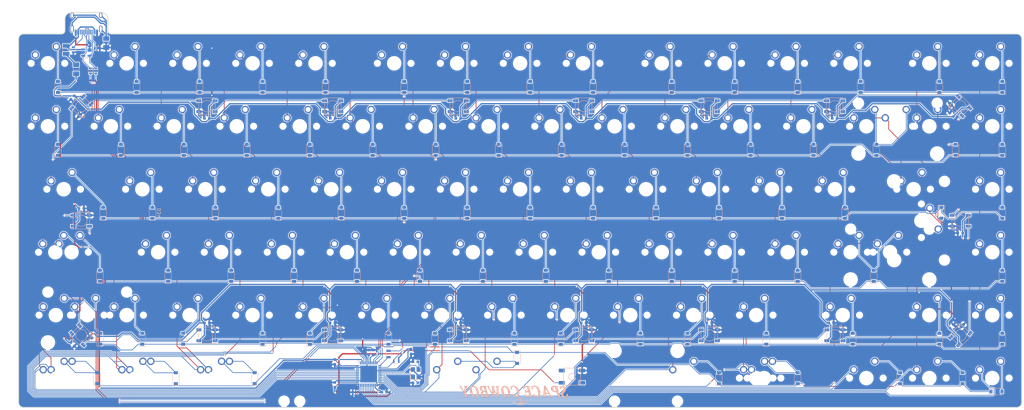
<source format=kicad_pcb>
(kicad_pcb (version 20171130) (host pcbnew "(5.1.8)-1")
  (layers (0 F.Cu signal) (31 B.Cu signal) (34 B.Paste user) (35 F.Paste user) (36 B.SilkS user) (37 F.SilkS user) (38 B.Mask user) (39 F.Mask user) (44 Edge.Cuts user))
  (net 0 "")
  (net 1 "Net-(C1-Pad2)")
  (net 2 GND)
  (net 3 +5V)
  (net 4 "Net-(C6-Pad2)")
  (net 5 "Net-(C7-Pad1)")
  (net 6 VBUS)
  (net 7 D-)
  (net 8 D+)
  (net 9 ROW0)
  (net 10 "Net-(D2-Pad2)")
  (net 11 "Net-(D3-Pad2)")
  (net 12 "Net-(D4-Pad2)")
  (net 13 "Net-(D5-Pad2)")
  (net 14 "Net-(D6-Pad2)")
  (net 15 "Net-(D7-Pad2)")
  (net 16 "Net-(D8-Pad2)")
  (net 17 "Net-(D9-Pad2)")
  (net 18 "Net-(D10-Pad2)")
  (net 19 "Net-(D11-Pad2)")
  (net 20 "Net-(D12-Pad2)")
  (net 21 "Net-(D13-Pad2)")
  (net 22 "Net-(D14-Pad2)")
  (net 23 "Net-(D15-Pad2)")
  (net 24 "Net-(D16-Pad2)")
  (net 25 ROW1)
  (net 26 "Net-(D17-Pad2)")
  (net 27 "Net-(D18-Pad2)")
  (net 28 "Net-(D19-Pad2)")
  (net 29 "Net-(D20-Pad2)")
  (net 30 "Net-(D21-Pad2)")
  (net 31 "Net-(D22-Pad2)")
  (net 32 "Net-(D23-Pad2)")
  (net 33 "Net-(D24-Pad2)")
  (net 34 "Net-(D25-Pad2)")
  (net 35 "Net-(D26-Pad2)")
  (net 36 "Net-(D27-Pad2)")
  (net 37 "Net-(D28-Pad2)")
  (net 38 "Net-(D29-Pad2)")
  (net 39 "Net-(D30-Pad2)")
  (net 40 "Net-(D31-Pad2)")
  (net 41 "Net-(D32-Pad2)")
  (net 42 ROW2)
  (net 43 "Net-(D33-Pad2)")
  (net 44 "Net-(D34-Pad2)")
  (net 45 "Net-(D35-Pad2)")
  (net 46 "Net-(D36-Pad2)")
  (net 47 "Net-(D37-Pad2)")
  (net 48 "Net-(D38-Pad2)")
  (net 49 "Net-(D39-Pad2)")
  (net 50 "Net-(D40-Pad2)")
  (net 51 "Net-(D41-Pad2)")
  (net 52 "Net-(D42-Pad2)")
  (net 53 "Net-(D43-Pad2)")
  (net 54 "Net-(D44-Pad2)")
  (net 55 "Net-(D45-Pad2)")
  (net 56 "Net-(D46-Pad2)")
  (net 57 "Net-(D47-Pad2)")
  (net 58 ROW3)
  (net 59 "Net-(D48-Pad2)")
  (net 60 "Net-(D49-Pad2)")
  (net 61 "Net-(D50-Pad2)")
  (net 62 "Net-(D51-Pad2)")
  (net 63 "Net-(D52-Pad2)")
  (net 64 "Net-(D53-Pad2)")
  (net 65 "Net-(D54-Pad2)")
  (net 66 "Net-(D55-Pad2)")
  (net 67 "Net-(D56-Pad2)")
  (net 68 "Net-(D57-Pad2)")
  (net 69 "Net-(D58-Pad2)")
  (net 70 "Net-(D59-Pad2)")
  (net 71 "Net-(D60-Pad2)")
  (net 72 "Net-(D61-Pad2)")
  (net 73 ROW4)
  (net 74 "Net-(D62-Pad2)")
  (net 75 "Net-(D63-Pad2)")
  (net 76 "Net-(D64-Pad2)")
  (net 77 "Net-(D65-Pad2)")
  (net 78 "Net-(D66-Pad2)")
  (net 79 "Net-(D67-Pad2)")
  (net 80 "Net-(D68-Pad2)")
  (net 81 "Net-(D69-Pad2)")
  (net 82 "Net-(D70-Pad2)")
  (net 83 "Net-(D71-Pad2)")
  (net 84 "Net-(D72-Pad2)")
  (net 85 "Net-(D73-Pad2)")
  (net 86 "Net-(D74-Pad2)")
  (net 87 "Net-(D75-Pad2)")
  (net 88 "Net-(D76-Pad2)")
  (net 89 ROW5)
  (net 90 "Net-(D77-Pad2)")
  (net 91 "Net-(D78-Pad2)")
  (net 92 "Net-(D79-Pad2)")
  (net 93 "Net-(D80-Pad2)")
  (net 94 "Net-(D81-Pad2)")
  (net 95 "Net-(D82-Pad2)")
  (net 96 "Net-(D83-Pad2)")
  (net 97 "Net-(D84-Pad2)")
  (net 98 "Net-(D85-Pad2)")
  (net 99 "Net-(F1-Pad2)")
  (net 100 "Net-(FB2-Pad2)")
  (net 101 COL9)
  (net 102 COL10)
  (net 103 COL1)
  (net 104 COL2)
  (net 105 COL3)
  (net 106 COL4)
  (net 107 COL5)
  (net 108 COL6)
  (net 109 COL7)
  (net 110 COL8)
  (net 111 COL12)
  (net 112 COL11)
  (net 113 COL13)
  (net 114 COL0)
  (net 115 COL14)
  (net 116 COL15)
  (net 117 "Net-(R1-Pad1)")
  (net 118 "Net-(R2-Pad2)")
  (net 119 "Net-(R3-Pad1)")
  (net 120 "Net-(R4-Pad1)")
  (net 121 "Net-(R5-Pad1)")
  (net 122 "Net-(R6-Pad1)")
  (net 123 RGB_DI_PIN)
  (net 124 "Net-(R7-Pad2)")
  (net 125 "Net-(U1-Pad8)")
  (net 126 "Net-(U1-Pad42)")
  (net 127 "Net-(USB1-Pad3)")
  (net 128 "Net-(USB1-Pad9)")
  (net 129 "Net-(U1-Pad1)")
  (module Resistors_SMD:R_0805 (layer B.Cu) (at 157.9626 145.0975 270)
    (fp_text reference R7 hide)
    (fp_text value 0.5k hide)
    (pad 1 smd rect (at -0.95 0 270) (size 0.7 1.3) (layers B.Cu B.Paste B.Mask) (net 123 RGB_DI_PIN))
    (pad 2 smd rect (at 0.95 0 270) (size 0.7 1.3) (layers B.Cu B.Paste B.Mask) (net 124 "Net-(R7-Pad2)"))
  )
  (module "Graphics:Space Cowboy 2" (layer B.Cu) (at 197.805 159.4485 180)
    (fp_text reference G*** hide)
    (fp_text value LOGO hide)
  )
  (module ATmega32U4-MUR_QFN44:QFN44G-0.5-7X7MM (layer B.Cu) (at 151.9574 151.1582 270)
    (fp_text reference U1 (at 0.317718 4.892812 90) (layer B.SilkS) (effects (font (size 0.700475 0.700475) (thickness 0.015)) (justify mirror)))
    (fp_text value ATmega32U4-AU)
    (pad 44 smd rect (at -2.5 3.35 270) (size 0.3 1) (layers B.Cu B.Paste B.Mask) (net 3 +5V))
    (pad 43 smd rect (at -2 3.35 270) (size 0.3 1) (layers B.Cu B.Paste B.Mask) (net 2 GND))
    (pad 42 smd rect (at -1.5 3.35 270) (size 0.3 1) (layers B.Cu B.Paste B.Mask) (net 126 "Net-(U1-Pad42)"))
    (pad 41 smd rect (at -1 3.35 270) (size 0.3 1) (layers B.Cu B.Paste B.Mask) (net 114 COL0))
    (pad 40 smd rect (at -0.5 3.35 270) (size 0.3 1) (layers B.Cu B.Paste B.Mask) (net 103 COL1))
    (pad 39 smd rect (at 0 3.35 270) (size 0.3 1) (layers B.Cu B.Paste B.Mask) (net 104 COL2))
    (pad 38 smd rect (at 0.5 3.35 270) (size 0.3 1) (layers B.Cu B.Paste B.Mask) (net 105 COL3))
    (pad 37 smd rect (at 1 3.35 270) (size 0.3 1) (layers B.Cu B.Paste B.Mask) (net 106 COL4))
    (pad 36 smd rect (at 1.5 3.35 270) (size 0.3 1) (layers B.Cu B.Paste B.Mask) (net 107 COL5))
    (pad 35 smd rect (at 2 3.35 270) (size 0.3 1) (layers B.Cu B.Paste B.Mask) (net 2 GND))
    (pad 34 smd rect (at 2.5 3.35 270) (size 0.3 1) (layers B.Cu B.Paste B.Mask) (net 3 +5V))
    (pad 33 smd rect (at 3.35 2.5 270) (size 1 0.3) (layers B.Cu B.Paste B.Mask) (net 117 "Net-(R1-Pad1)"))
    (pad 32 smd rect (at 3.35 2 270) (size 1 0.3) (layers B.Cu B.Paste B.Mask) (net 116 COL15))
    (pad 31 smd rect (at 3.35 1.5 270) (size 1 0.3) (layers B.Cu B.Paste B.Mask) (net 115 COL14))
    (pad 30 smd rect (at 3.35 1 270) (size 1 0.3) (layers B.Cu B.Paste B.Mask) (net 113 COL13))
    (pad 29 smd rect (at 3.35 0.5 270) (size 1 0.3) (layers B.Cu B.Paste B.Mask) (net 111 COL12))
    (pad 28 smd rect (at 3.35 0 270) (size 1 0.3) (layers B.Cu B.Paste B.Mask) (net 112 COL11))
    (pad 27 smd rect (at 3.35 -0.5 270) (size 1 0.3) (layers B.Cu B.Paste B.Mask) (net 102 COL10))
    (pad 26 smd rect (at 3.35 -1 270) (size 1 0.3) (layers B.Cu B.Paste B.Mask) (net 101 COL9))
    (pad 25 smd rect (at 3.35 -1.5 270) (size 1 0.3) (layers B.Cu B.Paste B.Mask) (net 110 COL8))
    (pad 24 smd rect (at 3.35 -2 270) (size 1 0.3) (layers B.Cu B.Paste B.Mask) (net 3 +5V))
    (pad 23 smd rect (at 3.35 -2.5 270) (size 1 0.3) (layers B.Cu B.Paste B.Mask) (net 2 GND))
    (pad 22 smd rect (at 2.5 -3.35 270) (size 0.3 1) (layers B.Cu B.Paste B.Mask) (net 109 COL7))
    (pad 21 smd rect (at 2 -3.35 270) (size 0.3 1) (layers B.Cu B.Paste B.Mask) (net 108 COL6))
    (pad 20 smd rect (at 1.5 -3.35 270) (size 0.3 1) (layers B.Cu B.Paste B.Mask) (net 89 ROW5))
    (pad 19 smd rect (at 1 -3.35 270) (size 0.3 1) (layers B.Cu B.Paste B.Mask) (net 73 ROW4))
    (pad 18 smd rect (at 0.5 -3.35 270) (size 0.3 1) (layers B.Cu B.Paste B.Mask) (net 58 ROW3))
    (pad 17 smd rect (at 0 -3.35 270) (size 0.3 1) (layers B.Cu B.Paste B.Mask) (net 4 "Net-(C6-Pad2)"))
    (pad 16 smd rect (at -0.5 -3.35 270) (size 0.3 1) (layers B.Cu B.Paste B.Mask) (net 5 "Net-(C7-Pad1)"))
    (pad 15 smd rect (at -1 -3.35 270) (size 0.3 1) (layers B.Cu B.Paste B.Mask) (net 2 GND))
    (pad 14 smd rect (at -1.5 -3.35 270) (size 0.3 1) (layers B.Cu B.Paste B.Mask) (net 3 +5V))
    (pad 13 smd rect (at -2 -3.35 270) (size 0.3 1) (layers B.Cu B.Paste B.Mask) (net 120 "Net-(R4-Pad1)"))
    (pad 12 smd rect (at -2.5 -3.35 270) (size 0.3 1) (layers B.Cu B.Paste B.Mask) (net 124 "Net-(R7-Pad2)"))
    (pad 11 smd rect (at -3.35 -2.5 270) (size 1 0.3) (layers B.Cu B.Paste B.Mask) (net 25 ROW1))
    (pad 10 smd rect (at -3.35 -2 270) (size 1 0.3) (layers B.Cu B.Paste B.Mask) (net 9 ROW0))
    (pad 9 smd rect (at -3.35 -1.5 270) (size 1 0.3) (layers B.Cu B.Paste B.Mask) (net 42 ROW2))
    (pad 8 smd rect (at -3.35 -1 270) (size 1 0.3) (layers B.Cu B.Paste B.Mask) (net 125 "Net-(U1-Pad8)"))
    (pad 7 smd rect (at -3.35 -0.5 270) (size 1 0.3) (layers B.Cu B.Paste B.Mask) (net 3 +5V))
    (pad 6 smd rect (at -3.35 0 270) (size 1 0.3) (layers B.Cu B.Paste B.Mask) (net 1 "Net-(C1-Pad2)"))
    (pad 5 smd rect (at -3.35 0.5 270) (size 1 0.3) (layers B.Cu B.Paste B.Mask) (net 2 GND))
    (pad 4 smd rect (at -3.35 1 270) (size 1 0.3) (layers B.Cu B.Paste B.Mask) (net 118 "Net-(R2-Pad2)"))
    (pad 3 smd rect (at -3.35 1.5 270) (size 1 0.3) (layers B.Cu B.Paste B.Mask) (net 119 "Net-(R3-Pad1)"))
    (pad 2 smd rect (at -3.35 2 270) (size 1 0.3) (layers B.Cu B.Paste B.Mask) (net 3 +5V))
    (pad 1 smd rect (at -3.35 2.5 270) (size 1 0.3) (layers B.Cu B.Paste B.Mask) (net 129 "Net-(U1-Pad1)"))
    (pad TAB smd rect (at 0 0 270) (size 5.08 5.08) (layers B.Cu B.Paste B.Mask) (net 2 GND))
  )
  (module Keyboard_Mine:MXOnly-1U (layer F.Cu) (at 302.56353 152.38984)
    (fp_text reference MX_Left1)
    (fp_text value MX-NoLED)
    (pad "" np_thru_hole circle (at 5.08 0 48.0996) (size 1.75 1.75) (drill 1.75) (layers *.Cu *.Mask))
    (pad "" np_thru_hole circle (at -5.08 0 48.0996) (size 1.75 1.75) (drill 1.75) (layers *.Cu *.Mask))
    (pad 1 thru_hole circle (at -3.81 -2.54) (size 2.25 2.25) (drill 1.47) (layers *.Cu B.Mask) (net 113 COL13))
    (pad "" np_thru_hole circle (at 0 0) (size 3.9878 3.9878) (drill 3.9878) (layers *.Cu *.Mask))
    (pad 2 thru_hole circle (at 2.54 -5.08) (size 2.25 2.25) (drill 1.47) (layers *.Cu B.Mask) (net 96 "Net-(D83-Pad2)"))
  )
  (module Capacitors_SMD:C_0603 (layer B.Cu) (at 164.7952 144.3482 270)
    (fp_text reference C8 hide)
    (fp_text value 0.1uF)
    (pad 2 smd rect (at 0.75 0 270) (size 0.8 0.75) (layers B.Cu B.Paste B.Mask) (net 2 GND))
    (pad 1 smd rect (at -0.75 0 270) (size 0.8 0.75) (layers B.Cu B.Paste B.Mask) (net 3 +5V))
  )
  (module Keyboard_Mine:MXOnly-2U (layer F.Cu) (at 319.2145 104.775 270)
    (fp_text reference MX_EnterISO1)
    (fp_text value MX-NoLED)
    (pad 2 thru_hole circle (at 2.54 -5.08 270) (size 2.25 2.25) (drill 1.47) (layers *.Cu B.Mask) (net 56 "Net-(D46-Pad2)"))
    (pad "" np_thru_hole circle (at 0 0 270) (size 3.9878 3.9878) (drill 3.9878) (layers *.Cu *.Mask))
    (pad 1 thru_hole circle (at -3.81 -2.54 270) (size 2.25 2.25) (drill 1.47) (layers *.Cu B.Mask) (net 113 COL13))
    (pad "" np_thru_hole circle (at -5.08 0 318.0996) (size 1.75 1.75) (drill 1.75) (layers *.Cu *.Mask))
    (pad "" np_thru_hole circle (at 5.08 0 318.0996) (size 1.75 1.75) (drill 1.75) (layers *.Cu *.Mask))
    (pad "" np_thru_hole circle (at -11.90625 -6.985 270) (size 3.048 3.048) (drill 3.048) (layers *.Cu *.Mask))
    (pad "" np_thru_hole circle (at 11.90625 -6.985 270) (size 3.048 3.048) (drill 3.048) (layers *.Cu *.Mask))
    (pad "" np_thru_hole circle (at -11.90625 8.255 270) (size 3.9878 3.9878) (drill 3.9878) (layers *.Cu *.Mask))
    (pad "" np_thru_hole circle (at 11.90625 8.255 270) (size 3.9878 3.9878) (drill 3.9878) (layers *.Cu *.Mask))
  )
  (module Keyboard_Mine:MXOnlyNoLED-6.25U-ReversedStabilizers (layer F.Cu) (at 176.35728 152.38984)
    (fp_text reference MX_Space6.25)
    (fp_text value MX-NoLED)
    (pad 2 thru_hole circle (at 2.54 -5.08) (size 2.25 2.25) (drill 1.47) (layers *.Cu B.Mask) (net 93 "Net-(D80-Pad2)"))
    (pad "" np_thru_hole circle (at 0 0) (size 3.9878 3.9878) (drill 3.9878) (layers *.Cu *.Mask))
    (pad 1 thru_hole circle (at -3.81 -2.54) (size 2.25 2.25) (drill 1.47) (layers *.Cu B.Mask) (net 108 COL6))
    (pad "" np_thru_hole circle (at -5.08 0 48.0996) (size 1.75 1.75) (drill 1.75) (layers *.Cu *.Mask))
    (pad "" np_thru_hole circle (at 5.08 0 48.0996) (size 1.75 1.75) (drill 1.75) (layers *.Cu *.Mask))
    (pad "" np_thru_hole circle (at -49.9999 6.985) (size 3.048 3.048) (drill 3.048) (layers *.Cu *.Mask))
    (pad "" np_thru_hole circle (at 49.9999 6.985) (size 3.048 3.048) (drill 3.048) (layers *.Cu *.Mask))
    (pad "" np_thru_hole circle (at -49.9999 -8.255) (size 3.9878 3.9878) (drill 3.9878) (layers *.Cu *.Mask))
    (pad "" np_thru_hole circle (at 49.9999 -8.255) (size 3.9878 3.9878) (drill 3.9878) (layers *.Cu *.Mask))
  )
  (module Crystals:Crystal_SMD_3225-4pin_3.2x2.5mm (layer B.Cu) (at 166.2058 150.9014 90)
    (fp_text reference Y1 hide)
    (fp_text value 16MHz)
    (pad 1 smd rect (at -1.1 -0.85 90) (size 1.4 1.2) (layers B.Cu B.Paste B.Mask) (net 4 "Net-(C6-Pad2)"))
    (pad 2 smd rect (at 1.1 -0.85 90) (size 1.4 1.2) (layers B.Cu B.Paste B.Mask) (net 2 GND))
    (pad 3 smd rect (at 1.1 0.85 90) (size 1.4 1.2) (layers B.Cu B.Paste B.Mask) (net 5 "Net-(C7-Pad1)"))
    (pad 4 smd rect (at -1.1 0.85 90) (size 1.4 1.2) (layers B.Cu B.Paste B.Mask) (net 2 GND))
  )
  (module Type-C:HRO-TYPE-C-31-M-12 (layer B.Cu) (at 66.548 39.9796)
    (fp_text reference USB1 hide)
    (fp_text value HRO-TYPE-C-31-M-12)
    (pad 12 smd rect (at 3.225 7.695) (size 0.6 1.45) (layers B.Cu B.Paste B.Mask) (net 2 GND))
    (pad 1 smd rect (at -3.225 7.695) (size 0.6 1.45) (layers B.Cu B.Paste B.Mask) (net 2 GND))
    (pad 11 smd rect (at 2.45 7.695) (size 0.6 1.45) (layers B.Cu B.Paste B.Mask) (net 6 VBUS))
    (pad 2 smd rect (at -2.45 7.695) (size 0.6 1.45) (layers B.Cu B.Paste B.Mask) (net 6 VBUS))
    (pad 3 smd rect (at -1.75 7.695) (size 0.3 1.45) (layers B.Cu B.Paste B.Mask) (net 127 "Net-(USB1-Pad3)"))
    (pad 10 smd rect (at 1.75 7.695) (size 0.3 1.45) (layers B.Cu B.Paste B.Mask) (net 122 "Net-(R6-Pad1)"))
    (pad 4 smd rect (at -1.25 7.695) (size 0.3 1.45) (layers B.Cu B.Paste B.Mask) (net 121 "Net-(R5-Pad1)"))
    (pad 9 smd rect (at 1.25 7.695) (size 0.3 1.45) (layers B.Cu B.Paste B.Mask) (net 128 "Net-(USB1-Pad9)"))
    (pad 5 smd rect (at -0.75 7.695) (size 0.3 1.45) (layers B.Cu B.Paste B.Mask) (net 7 D-))
    (pad 8 smd rect (at 0.75 7.695) (size 0.3 1.45) (layers B.Cu B.Paste B.Mask) (net 8 D+))
    (pad 7 smd rect (at 0.25 7.695) (size 0.3 1.45) (layers B.Cu B.Paste B.Mask) (net 7 D-))
    (pad 6 smd rect (at -0.25 7.695) (size 0.3 1.45) (layers B.Cu B.Paste B.Mask) (net 8 D+))
    (pad "" np_thru_hole circle (at 2.89 6.25) (size 0.65 0.65) (drill 0.65) (layers *.Cu *.Mask))
    (pad "" np_thru_hole circle (at -2.89 6.25) (size 0.65 0.65) (drill 0.65) (layers *.Cu *.Mask))
    (pad 13 thru_hole oval (at -4.32 6.78) (size 1 2.1) (drill oval 0.6 1.7) (layers *.Cu F.Mask) (net 100 "Net-(FB2-Pad2)"))
    (pad 13 thru_hole oval (at 4.32 6.78) (size 1 2.1) (drill oval 0.6 1.7) (layers *.Cu F.Mask) (net 100 "Net-(FB2-Pad2)"))
    (pad 13 thru_hole oval (at -4.32 2.6) (size 1 1.6) (drill oval 0.6 1.2) (layers *.Cu F.Mask) (net 100 "Net-(FB2-Pad2)"))
    (pad 13 thru_hole oval (at 4.32 2.6) (size 1 1.6) (drill oval 0.6 1.2) (layers *.Cu F.Mask) (net 100 "Net-(FB2-Pad2)"))
  )
  (module random-keyboard-parts:SKQG-1155865 (layer B.Cu) (at 213.487 151.9555)
    (fp_text reference SW1 hide)
    (fp_text value SW_PUSH)
    (pad 1 smd rect (at 3.1 -1.85) (size 1.8 1.1) (layers B.Cu B.Paste B.Mask) (net 2 GND))
    (pad 2 smd rect (at -3.1 1.85) (size 1.8 1.1) (layers B.Cu B.Paste B.Mask) (net 120 "Net-(R4-Pad1)"))
    (pad 3 smd rect (at 3.1 1.85) (size 1.8 1.1) (layers B.Cu B.Paste B.Mask))
    (pad 4 smd rect (at -3.1 -1.85) (size 1.8 1.1) (layers B.Cu B.Paste B.Mask))
  )
  (module Resistors_SMD:R_0603 (layer B.Cu) (at 69.862 52.6288)
    (fp_text reference R6 hide)
    (fp_text value 5.1k)
    (pad 2 smd rect (at 0.75 0) (size 0.5 0.9) (layers B.Cu B.Paste B.Mask) (net 2 GND))
    (pad 1 smd rect (at -0.75 0) (size 0.5 0.9) (layers B.Cu B.Paste B.Mask) (net 122 "Net-(R6-Pad1)"))
  )
  (module Resistors_SMD:R_0603 (layer B.Cu) (at 62.5856 53.0352 270)
    (fp_text reference R5 hide)
    (fp_text value 5.1k)
    (pad 1 smd rect (at -0.75 0 270) (size 0.5 0.9) (layers B.Cu B.Paste B.Mask) (net 121 "Net-(R5-Pad1)"))
    (pad 2 smd rect (at 0.75 0 270) (size 0.5 0.9) (layers B.Cu B.Paste B.Mask) (net 2 GND))
  )
  (module Resistors_SMD:R_0603 (layer B.Cu) (at 160.2994 147.3454)
    (fp_text reference R4 hide)
    (fp_text value 10k)
    (pad 1 smd rect (at -0.75 0) (size 0.5 0.9) (layers B.Cu B.Paste B.Mask) (net 120 "Net-(R4-Pad1)"))
    (pad 2 smd rect (at 0.75 0) (size 0.5 0.9) (layers B.Cu B.Paste B.Mask) (net 3 +5V))
  )
  (module Resistors_SMD:R_0603 (layer B.Cu) (at 67.7672 59.436 90)
    (fp_text reference R3 hide)
    (fp_text value 22)
    (pad 1 smd rect (at -0.75 0 90) (size 0.5 0.9) (layers B.Cu B.Paste B.Mask) (net 119 "Net-(R3-Pad1)"))
    (pad 2 smd rect (at 0.75 0 90) (size 0.5 0.9) (layers B.Cu B.Paste B.Mask) (net 7 D-))
  )
  (module Resistors_SMD:R_0603 (layer B.Cu) (at 69.3928 59.436 270)
    (fp_text reference R2 hide)
    (fp_text value 22)
    (pad 1 smd rect (at -0.75 0 270) (size 0.5 0.9) (layers B.Cu B.Paste B.Mask) (net 8 D+))
    (pad 2 smd rect (at 0.75 0 270) (size 0.5 0.9) (layers B.Cu B.Paste B.Mask) (net 118 "Net-(R2-Pad2)"))
  )
  (module Resistors_SMD:R_0603 (layer B.Cu) (at 147.8661 156.6672 180)
    (fp_text reference R1 hide)
    (fp_text value 10k)
    (pad 2 smd rect (at 0.75 0 180) (size 0.5 0.9) (layers B.Cu B.Paste B.Mask) (net 2 GND))
    (pad 1 smd rect (at -0.75 0 180) (size 0.5 0.9) (layers B.Cu B.Paste B.Mask) (net 117 "Net-(R1-Pad1)"))
  )
  (module Keyboard_Mine:MXOnly-1U (layer F.Cu) (at 178.73853 95.23984)
    (fp_text reference MX_Z1)
    (fp_text value MX-NoLED)
    (pad "" np_thru_hole circle (at 5.08 0 48.0996) (size 1.75 1.75) (drill 1.75) (layers *.Cu *.Mask))
    (pad "" np_thru_hole circle (at -5.08 0 48.0996) (size 1.75 1.75) (drill 1.75) (layers *.Cu *.Mask))
    (pad 1 thru_hole circle (at -3.81 -2.54) (size 2.25 2.25) (drill 1.47) (layers *.Cu B.Mask) (net 108 COL6))
    (pad "" np_thru_hole circle (at 0 0) (size 3.9878 3.9878) (drill 3.9878) (layers *.Cu *.Mask))
    (pad 2 thru_hole circle (at 2.54 -5.08) (size 2.25 2.25) (drill 1.47) (layers *.Cu B.Mask) (net 49 "Net-(D39-Pad2)"))
  )
  (module Keyboard_Mine:MXOnly-1U (layer F.Cu) (at 97.77603 133.33984)
    (fp_text reference MX_Y1)
    (fp_text value MX-NoLED)
    (pad "" np_thru_hole circle (at 5.08 0 48.0996) (size 1.75 1.75) (drill 1.75) (layers *.Cu *.Mask))
    (pad "" np_thru_hole circle (at -5.08 0 48.0996) (size 1.75 1.75) (drill 1.75) (layers *.Cu *.Mask))
    (pad 1 thru_hole circle (at -3.81 -2.54) (size 2.25 2.25) (drill 1.47) (layers *.Cu B.Mask) (net 104 COL2))
    (pad "" np_thru_hole circle (at 0 0) (size 3.9878 3.9878) (drill 3.9878) (layers *.Cu *.Mask))
    (pad 2 thru_hole circle (at 2.54 -5.08) (size 2.25 2.25) (drill 1.47) (layers *.Cu B.Mask) (net 76 "Net-(D64-Pad2)"))
  )
  (module Keyboard_Mine:MXOnly-1U (layer F.Cu) (at 116.82603 133.33984)
    (fp_text reference MX_X1)
    (fp_text value MX-NoLED)
    (pad "" np_thru_hole circle (at 5.08 0 48.0996) (size 1.75 1.75) (drill 1.75) (layers *.Cu *.Mask))
    (pad "" np_thru_hole circle (at -5.08 0 48.0996) (size 1.75 1.75) (drill 1.75) (layers *.Cu *.Mask))
    (pad 1 thru_hole circle (at -3.81 -2.54) (size 2.25 2.25) (drill 1.47) (layers *.Cu B.Mask) (net 105 COL3))
    (pad "" np_thru_hole circle (at 0 0) (size 3.9878 3.9878) (drill 3.9878) (layers *.Cu *.Mask))
    (pad 2 thru_hole circle (at 2.54 -5.08) (size 2.25 2.25) (drill 1.47) (layers *.Cu B.Mask) (net 77 "Net-(D65-Pad2)"))
  )
  (module Keyboard_Mine:MXOnly-1U (layer F.Cu) (at 83.48853 152.38984)
    (fp_text reference MX_Win1)
    (fp_text value MX-NoLED)
    (pad "" np_thru_hole circle (at 5.08 0 48.0996) (size 1.75 1.75) (drill 1.75) (layers *.Cu *.Mask))
    (pad "" np_thru_hole circle (at -5.08 0 48.0996) (size 1.75 1.75) (drill 1.75) (layers *.Cu *.Mask))
    (pad 1 thru_hole circle (at -3.81 -2.54) (size 2.25 2.25) (drill 1.47) (layers *.Cu B.Mask) (net 103 COL1))
    (pad "" np_thru_hole circle (at 0 0) (size 3.9878 3.9878) (drill 3.9878) (layers *.Cu *.Mask))
    (pad 2 thru_hole circle (at 2.54 -5.08) (size 2.25 2.25) (drill 1.47) (layers *.Cu B.Mask) (net 91 "Net-(D78-Pad2)"))
  )
  (module Keyboard_Mine:MXOnly-1.25U (layer F.Cu) (at 81.10728 152.38984)
    (fp_text reference MX_Win1.25)
    (fp_text value MX-NoLED)
    (pad "" np_thru_hole circle (at 5.08 0 48.0996) (size 1.75 1.75) (drill 1.75) (layers *.Cu *.Mask))
    (pad "" np_thru_hole circle (at -5.08 0 48.0996) (size 1.75 1.75) (drill 1.75) (layers *.Cu *.Mask))
    (pad 1 thru_hole circle (at -3.81 -2.54) (size 2.25 2.25) (drill 1.47) (layers *.Cu B.Mask) (net 103 COL1))
    (pad "" np_thru_hole circle (at 0 0) (size 3.9878 3.9878) (drill 3.9878) (layers *.Cu *.Mask))
    (pad 2 thru_hole circle (at 2.54 -5.08) (size 2.25 2.25) (drill 1.47) (layers *.Cu B.Mask) (net 91 "Net-(D78-Pad2)"))
  )
  (module Keyboard_Mine:MXOnly-1.25U (layer F.Cu) (at 271.60728 152.38984)
    (fp_text reference MX_Win1.252)
    (fp_text value MX-NoLED)
    (pad "" np_thru_hole circle (at 5.08 0 48.0996) (size 1.75 1.75) (drill 1.75) (layers *.Cu *.Mask))
    (pad "" np_thru_hole circle (at -5.08 0 48.0996) (size 1.75 1.75) (drill 1.75) (layers *.Cu *.Mask))
    (pad 1 thru_hole circle (at -3.81 -2.54) (size 2.25 2.25) (drill 1.47) (layers *.Cu B.Mask) (net 112 COL11))
    (pad "" np_thru_hole circle (at 0 0) (size 3.9878 3.9878) (drill 3.9878) (layers *.Cu *.Mask))
    (pad 2 thru_hole circle (at 2.54 -5.08) (size 2.25 2.25) (drill 1.47) (layers *.Cu B.Mask) (net 95 "Net-(D82-Pad2)"))
  )
  (module Keyboard_Mine:MXOnly-1U (layer F.Cu) (at 102.53853 95.23984)
    (fp_text reference MX_W1)
    (fp_text value MX-NoLED)
    (pad "" np_thru_hole circle (at 5.08 0 48.0996) (size 1.75 1.75) (drill 1.75) (layers *.Cu *.Mask))
    (pad "" np_thru_hole circle (at -5.08 0 48.0996) (size 1.75 1.75) (drill 1.75) (layers *.Cu *.Mask))
    (pad 1 thru_hole circle (at -3.81 -2.54) (size 2.25 2.25) (drill 1.47) (layers *.Cu B.Mask) (net 104 COL2))
    (pad "" np_thru_hole circle (at 0 0) (size 3.9878 3.9878) (drill 3.9878) (layers *.Cu *.Mask))
    (pad 2 thru_hole circle (at 2.54 -5.08) (size 2.25 2.25) (drill 1.47) (layers *.Cu B.Mask) (net 45 "Net-(D35-Pad2)"))
  )
  (module Keyboard_Mine:MXOnly-1U (layer F.Cu) (at 154.92603 133.33984)
    (fp_text reference MX_V1)
    (fp_text value MX-NoLED)
    (pad "" np_thru_hole circle (at 5.08 0 48.0996) (size 1.75 1.75) (drill 1.75) (layers *.Cu *.Mask))
    (pad "" np_thru_hole circle (at -5.08 0 48.0996) (size 1.75 1.75) (drill 1.75) (layers *.Cu *.Mask))
    (pad 1 thru_hole circle (at -3.81 -2.54) (size 2.25 2.25) (drill 1.47) (layers *.Cu B.Mask) (net 107 COL5))
    (pad "" np_thru_hole circle (at 0 0) (size 3.9878 3.9878) (drill 3.9878) (layers *.Cu *.Mask))
    (pad 2 thru_hole circle (at 2.54 -5.08) (size 2.25 2.25) (drill 1.47) (layers *.Cu B.Mask) (net 79 "Net-(D67-Pad2)"))
  )
  (module Keyboard_Mine:MXOnly-1U (layer F.Cu) (at 321.61353 133.33984)
    (fp_text reference MX_Up1)
    (fp_text value MX-NoLED)
    (pad "" np_thru_hole circle (at 5.08 0 48.0996) (size 1.75 1.75) (drill 1.75) (layers *.Cu *.Mask))
    (pad "" np_thru_hole circle (at -5.08 0 48.0996) (size 1.75 1.75) (drill 1.75) (layers *.Cu *.Mask))
    (pad 1 thru_hole circle (at -3.81 -2.54) (size 2.25 2.25) (drill 1.47) (layers *.Cu B.Mask) (net 115 COL14))
    (pad "" np_thru_hole circle (at 0 0) (size 3.9878 3.9878) (drill 3.9878) (layers *.Cu *.Mask))
    (pad 2 thru_hole circle (at 2.54 -5.08) (size 2.25 2.25) (drill 1.47) (layers *.Cu B.Mask) (net 87 "Net-(D75-Pad2)"))
  )
  (module Keyboard_Mine:MXOnly-1U (layer F.Cu) (at 54.91353 76.18984)
    (fp_text reference MX_UnterEsc1)
    (fp_text value MX-NoLED)
    (pad "" np_thru_hole circle (at 5.08 0 48.0996) (size 1.75 1.75) (drill 1.75) (layers *.Cu *.Mask))
    (pad "" np_thru_hole circle (at -5.08 0 48.0996) (size 1.75 1.75) (drill 1.75) (layers *.Cu *.Mask))
    (pad 1 thru_hole circle (at -3.81 -2.54) (size 2.25 2.25) (drill 1.47) (layers *.Cu B.Mask) (net 114 COL0))
    (pad "" np_thru_hole circle (at 0 0) (size 3.9878 3.9878) (drill 3.9878) (layers *.Cu *.Mask))
    (pad 2 thru_hole circle (at 2.54 -5.08) (size 2.25 2.25) (drill 1.47) (layers *.Cu B.Mask) (net 26 "Net-(D17-Pad2)"))
  )
  (module Keyboard_Mine:MXOnly-1U (layer F.Cu) (at 273.98853 95.23984)
    (fp_text reference MX_UE1)
    (fp_text value MX-NoLED)
    (pad "" np_thru_hole circle (at 5.08 0 48.0996) (size 1.75 1.75) (drill 1.75) (layers *.Cu *.Mask))
    (pad "" np_thru_hole circle (at -5.08 0 48.0996) (size 1.75 1.75) (drill 1.75) (layers *.Cu *.Mask))
    (pad 1 thru_hole circle (at -3.81 -2.54) (size 2.25 2.25) (drill 1.47) (layers *.Cu B.Mask) (net 112 COL11))
    (pad "" np_thru_hole circle (at 0 0) (size 3.9878 3.9878) (drill 3.9878) (layers *.Cu *.Mask))
    (pad 2 thru_hole circle (at 2.54 -5.08) (size 2.25 2.25) (drill 1.47) (layers *.Cu B.Mask) (net 54 "Net-(D44-Pad2)"))
  )
  (module Keyboard_Mine:MXOnly-1U (layer F.Cu) (at 197.78853 95.23984)
    (fp_text reference MX_U1)
    (fp_text value MX-NoLED)
    (pad "" np_thru_hole circle (at 5.08 0 48.0996) (size 1.75 1.75) (drill 1.75) (layers *.Cu *.Mask))
    (pad "" np_thru_hole circle (at -5.08 0 48.0996) (size 1.75 1.75) (drill 1.75) (layers *.Cu *.Mask))
    (pad 1 thru_hole circle (at -3.81 -2.54) (size 2.25 2.25) (drill 1.47) (layers *.Cu B.Mask) (net 109 COL7))
    (pad "" np_thru_hole circle (at 0 0) (size 3.9878 3.9878) (drill 3.9878) (layers *.Cu *.Mask))
    (pad 2 thru_hole circle (at 2.54 -5.08) (size 2.25 2.25) (drill 1.47) (layers *.Cu B.Mask) (net 50 "Net-(D40-Pad2)"))
  )
  (module Keyboard_Mine:MXOnly-1U (layer F.Cu) (at 78.72603 133.33984)
    (fp_text reference MX_TildeIso1)
    (fp_text value MX-NoLED)
    (pad "" np_thru_hole circle (at 5.08 0 48.0996) (size 1.75 1.75) (drill 1.75) (layers *.Cu *.Mask))
    (pad "" np_thru_hole circle (at -5.08 0 48.0996) (size 1.75 1.75) (drill 1.75) (layers *.Cu *.Mask))
    (pad 1 thru_hole circle (at -3.81 -2.54) (size 2.25 2.25) (drill 1.47) (layers *.Cu B.Mask) (net 103 COL1))
    (pad "" np_thru_hole circle (at 0 0) (size 3.9878 3.9878) (drill 3.9878) (layers *.Cu *.Mask))
    (pad 2 thru_hole circle (at 2.54 -5.08) (size 2.25 2.25) (drill 1.47) (layers *.Cu B.Mask) (net 75 "Net-(D63-Pad2)"))
  )
  (module Keyboard_Mine:MXOnly-1.5U (layer F.Cu) (at 316.85103 95.23984)
    (fp_text reference MX_Tilde1.5)
    (fp_text value MX-NoLED)
    (pad 2 thru_hole circle (at 2.54 -5.08) (size 2.25 2.25) (drill 1.47) (layers *.Cu B.Mask) (net 56 "Net-(D46-Pad2)"))
    (pad "" np_thru_hole circle (at 0 0) (size 3.9878 3.9878) (drill 3.9878) (layers *.Cu *.Mask))
    (pad 1 thru_hole circle (at -3.81 -2.54) (size 2.25 2.25) (drill 1.47) (layers *.Cu B.Mask) (net 113 COL13))
    (pad "" np_thru_hole circle (at -5.08 0 48.0996) (size 1.75 1.75) (drill 1.75) (layers *.Cu *.Mask))
    (pad "" np_thru_hole circle (at 5.08 0 48.0996) (size 1.75 1.75) (drill 1.75) (layers *.Cu *.Mask))
  )
  (module Keyboard_Mine:MXOnly-1U (layer F.Cu) (at 302.56353 76.18984)
    (fp_text reference MX_Tilde1)
    (fp_text value MX-NoLED)
    (pad "" np_thru_hole circle (at 5.08 0 48.0996) (size 1.75 1.75) (drill 1.75) (layers *.Cu *.Mask))
    (pad "" np_thru_hole circle (at -5.08 0 48.0996) (size 1.75 1.75) (drill 1.75) (layers *.Cu *.Mask))
    (pad 1 thru_hole circle (at -3.81 -2.54) (size 2.25 2.25) (drill 1.47) (layers *.Cu B.Mask) (net 113 COL13))
    (pad "" np_thru_hole circle (at 0 0) (size 3.9878 3.9878) (drill 3.9878) (layers *.Cu *.Mask))
    (pad 2 thru_hole circle (at 2.54 -5.08) (size 2.25 2.25) (drill 1.47) (layers *.Cu B.Mask) (net 39 "Net-(D30-Pad2)"))
  )
  (module Keyboard_Mine:MXOnly-1.5U (layer F.Cu) (at 59.67603 95.23984)
    (fp_text reference MX_Tab1)
    (fp_text value MX-NoLED)
    (pad "" np_thru_hole circle (at 5.08 0 48.0996) (size 1.75 1.75) (drill 1.75) (layers *.Cu *.Mask))
    (pad "" np_thru_hole circle (at -5.08 0 48.0996) (size 1.75 1.75) (drill 1.75) (layers *.Cu *.Mask))
    (pad 1 thru_hole circle (at -3.81 -2.54) (size 2.25 2.25) (drill 1.47) (layers *.Cu B.Mask) (net 114 COL0))
    (pad "" np_thru_hole circle (at 0 0) (size 3.9878 3.9878) (drill 3.9878) (layers *.Cu *.Mask))
    (pad 2 thru_hole circle (at 2.54 -5.08) (size 2.25 2.25) (drill 1.47) (layers *.Cu B.Mask) (net 43 "Net-(D33-Pad2)"))
  )
  (module Keyboard_Mine:MXOnly-1U (layer F.Cu) (at 159.68853 95.23984)
    (fp_text reference MX_T1)
    (fp_text value MX-NoLED)
    (pad "" np_thru_hole circle (at 5.08 0 48.0996) (size 1.75 1.75) (drill 1.75) (layers *.Cu *.Mask))
    (pad "" np_thru_hole circle (at -5.08 0 48.0996) (size 1.75 1.75) (drill 1.75) (layers *.Cu *.Mask))
    (pad 1 thru_hole circle (at -3.81 -2.54) (size 2.25 2.25) (drill 1.47) (layers *.Cu B.Mask) (net 107 COL5))
    (pad "" np_thru_hole circle (at 0 0) (size 3.9878 3.9878) (drill 3.9878) (layers *.Cu *.Mask))
    (pad 2 thru_hole circle (at 2.54 -5.08) (size 2.25 2.25) (drill 1.47) (layers *.Cu B.Mask) (net 48 "Net-(D38-Pad2)"))
  )
  (module Keyboard_Mine:MXOnly-1U (layer F.Cu) (at 264.46353 76.18984)
    (fp_text reference MX_SS1)
    (fp_text value MX-NoLED)
    (pad "" np_thru_hole circle (at 5.08 0 48.0996) (size 1.75 1.75) (drill 1.75) (layers *.Cu *.Mask))
    (pad "" np_thru_hole circle (at -5.08 0 48.0996) (size 1.75 1.75) (drill 1.75) (layers *.Cu *.Mask))
    (pad 1 thru_hole circle (at -3.81 -2.54) (size 2.25 2.25) (drill 1.47) (layers *.Cu B.Mask) (net 112 COL11))
    (pad "" np_thru_hole circle (at 0 0) (size 3.9878 3.9878) (drill 3.9878) (layers *.Cu *.Mask))
    (pad 2 thru_hole circle (at 2.54 -5.08) (size 2.25 2.25) (drill 1.47) (layers *.Cu B.Mask) (net 37 "Net-(D28-Pad2)"))
  )
  (module Keyboard_Mine:MXOnly-7U-ReversedStabilizers_NoLED (layer F.Cu) (at 188.26353 152.38984)
    (fp_text reference MX_Space7 hide)
    (fp_text value MX-NoLED)
    (pad 2 thru_hole circle (at 2.54 -5.08) (size 2.25 2.25) (drill 1.47) (layers *.Cu B.Mask) (net 93 "Net-(D80-Pad2)"))
    (pad "" np_thru_hole circle (at 0 0) (size 3.9878 3.9878) (drill 3.9878) (layers *.Cu *.Mask))
    (pad 1 thru_hole circle (at -3.81 -2.54) (size 2.25 2.25) (drill 1.47) (layers *.Cu B.Mask) (net 108 COL6))
    (pad "" np_thru_hole circle (at -5.08 0 48.0996) (size 1.75 1.75) (drill 1.75) (layers *.Cu *.Mask))
    (pad "" np_thru_hole circle (at 5.08 0 48.0996) (size 1.75 1.75) (drill 1.75) (layers *.Cu *.Mask))
    (pad "" np_thru_hole circle (at -57.15 6.985) (size 3.048 3.048) (drill 3.048) (layers *.Cu *.Mask))
    (pad "" np_thru_hole circle (at 57.15 6.985) (size 3.048 3.048) (drill 3.048) (layers *.Cu *.Mask))
    (pad "" np_thru_hole circle (at -57.15 -8.255) (size 3.9878 3.9878) (drill 3.9878) (layers *.Cu *.Mask))
    (pad "" np_thru_hole circle (at 57.15 -8.255) (size 3.9878 3.9878) (drill 3.9878) (layers *.Cu *.Mask))
  )
  (module Keyboard_Mine:MXOnly-1.75U (layer F.Cu) (at 295.41978 133.33984)
    (fp_text reference MX_Shift1.75)
    (fp_text value MX-NoLED)
    (pad "" np_thru_hole circle (at 5.08 0 48.0996) (size 1.75 1.75) (drill 1.75) (layers *.Cu *.Mask))
    (pad "" np_thru_hole circle (at -5.08 0 48.0996) (size 1.75 1.75) (drill 1.75) (layers *.Cu *.Mask))
    (pad 1 thru_hole circle (at -3.81 -2.54) (size 2.25 2.25) (drill 1.47) (layers *.Cu B.Mask) (net 111 COL12))
    (pad "" np_thru_hole circle (at 0 0) (size 3.9878 3.9878) (drill 3.9878) (layers *.Cu *.Mask))
    (pad 2 thru_hole circle (at 2.54 -5.08) (size 2.25 2.25) (drill 1.47) (layers *.Cu B.Mask) (net 86 "Net-(D74-Pad2)"))
  )
  (module Keyboard_Mine:MXOnly-1U (layer F.Cu) (at 321.61353 57.13984)
    (fp_text reference MX_ScrollL1)
    (fp_text value MX-NoLED)
    (pad "" np_thru_hole circle (at 5.08 0 48.0996) (size 1.75 1.75) (drill 1.75) (layers *.Cu *.Mask))
    (pad "" np_thru_hole circle (at -5.08 0 48.0996) (size 1.75 1.75) (drill 1.75) (layers *.Cu *.Mask))
    (pad 1 thru_hole circle (at -3.81 -2.54) (size 2.25 2.25) (drill 1.47) (layers *.Cu B.Mask) (net 115 COL14))
    (pad "" np_thru_hole circle (at 0 0) (size 3.9878 3.9878) (drill 3.9878) (layers *.Cu *.Mask))
    (pad 2 thru_hole circle (at 2.54 -5.08) (size 2.25 2.25) (drill 1.47) (layers *.Cu B.Mask) (net 23 "Net-(D15-Pad2)"))
  )
  (module Keyboard_Mine:MXOnly-1U (layer F.Cu) (at 107.30103 114.28984)
    (fp_text reference MX_S1)
    (fp_text value MX-NoLED)
    (pad "" np_thru_hole circle (at 5.08 0 48.0996) (size 1.75 1.75) (drill 1.75) (layers *.Cu *.Mask))
    (pad "" np_thru_hole circle (at -5.08 0 48.0996) (size 1.75 1.75) (drill 1.75) (layers *.Cu *.Mask))
    (pad 1 thru_hole circle (at -3.81 -2.54) (size 2.25 2.25) (drill 1.47) (layers *.Cu B.Mask) (net 104 COL2))
    (pad "" np_thru_hole circle (at 0 0) (size 3.9878 3.9878) (drill 3.9878) (layers *.Cu *.Mask))
    (pad 2 thru_hole circle (at 2.54 -5.08) (size 2.25 2.25) (drill 1.47) (layers *.Cu B.Mask) (net 61 "Net-(D50-Pad2)"))
  )
  (module Keyboard_Mine:MXOnly-1U (layer F.Cu) (at 340.66353 152.38984)
    (fp_text reference MX_Right1)
    (fp_text value MX-NoLED)
    (pad "" np_thru_hole circle (at 5.08 0 48.0996) (size 1.75 1.75) (drill 1.75) (layers *.Cu *.Mask))
    (pad "" np_thru_hole circle (at -5.08 0 48.0996) (size 1.75 1.75) (drill 1.75) (layers *.Cu *.Mask))
    (pad 1 thru_hole circle (at -3.81 -2.54) (size 2.25 2.25) (drill 1.47) (layers *.Cu B.Mask) (net 116 COL15))
    (pad "" np_thru_hole circle (at 0 0) (size 3.9878 3.9878) (drill 3.9878) (layers *.Cu *.Mask))
    (pad 2 thru_hole circle (at 2.54 -5.08) (size 2.25 2.25) (drill 1.47) (layers *.Cu B.Mask) (net 98 "Net-(D85-Pad2)"))
  )
  (module Keyboard_Mine:MXOnly-1U (layer F.Cu) (at 140.63853 95.23984)
    (fp_text reference MX_R1)
    (fp_text value MX-NoLED)
    (pad "" np_thru_hole circle (at 5.08 0 48.0996) (size 1.75 1.75) (drill 1.75) (layers *.Cu *.Mask))
    (pad "" np_thru_hole circle (at -5.08 0 48.0996) (size 1.75 1.75) (drill 1.75) (layers *.Cu *.Mask))
    (pad 1 thru_hole circle (at -3.81 -2.54) (size 2.25 2.25) (drill 1.47) (layers *.Cu B.Mask) (net 106 COL4))
    (pad "" np_thru_hole circle (at 0 0) (size 3.9878 3.9878) (drill 3.9878) (layers *.Cu *.Mask))
    (pad 2 thru_hole circle (at 2.54 -5.08) (size 2.25 2.25) (drill 1.47) (layers *.Cu B.Mask) (net 47 "Net-(D37-Pad2)"))
  )
  (module Keyboard_Mine:MXOnly-1U (layer F.Cu) (at 83.48853 95.23984)
    (fp_text reference MX_Q1)
    (fp_text value MX-NoLED)
    (pad "" np_thru_hole circle (at 5.08 0 48.0996) (size 1.75 1.75) (drill 1.75) (layers *.Cu *.Mask))
    (pad "" np_thru_hole circle (at -5.08 0 48.0996) (size 1.75 1.75) (drill 1.75) (layers *.Cu *.Mask))
    (pad 1 thru_hole circle (at -3.81 -2.54) (size 2.25 2.25) (drill 1.47) (layers *.Cu B.Mask) (net 103 COL1))
    (pad "" np_thru_hole circle (at 0 0) (size 3.9878 3.9878) (drill 3.9878) (layers *.Cu *.Mask))
    (pad 2 thru_hole circle (at 2.54 -5.08) (size 2.25 2.25) (drill 1.47) (layers *.Cu B.Mask) (net 44 "Net-(D34-Pad2)"))
  )
  (module Keyboard_Mine:MXOnly-1U (layer F.Cu) (at 340.66353 95.23984)
    (fp_text reference MX_PgUp1)
    (fp_text value MX-NoLED)
    (pad "" np_thru_hole circle (at 5.08 0 48.0996) (size 1.75 1.75) (drill 1.75) (layers *.Cu *.Mask))
    (pad "" np_thru_hole circle (at -5.08 0 48.0996) (size 1.75 1.75) (drill 1.75) (layers *.Cu *.Mask))
    (pad 1 thru_hole circle (at -3.81 -2.54) (size 2.25 2.25) (drill 1.47) (layers *.Cu B.Mask) (net 116 COL15))
    (pad "" np_thru_hole circle (at 0 0) (size 3.9878 3.9878) (drill 3.9878) (layers *.Cu *.Mask))
    (pad 2 thru_hole circle (at 2.54 -5.08) (size 2.25 2.25) (drill 1.47) (layers *.Cu B.Mask) (net 57 "Net-(D47-Pad2)"))
  )
  (module Keyboard_Mine:MXOnly-1U (layer F.Cu) (at 340.66353 57.13984)
    (fp_text reference MX_PauseB1)
    (fp_text value MX-NoLED)
    (pad "" np_thru_hole circle (at 5.08 0 48.0996) (size 1.75 1.75) (drill 1.75) (layers *.Cu *.Mask))
    (pad "" np_thru_hole circle (at -5.08 0 48.0996) (size 1.75 1.75) (drill 1.75) (layers *.Cu *.Mask))
    (pad 1 thru_hole circle (at -3.81 -2.54) (size 2.25 2.25) (drill 1.47) (layers *.Cu B.Mask) (net 116 COL15))
    (pad "" np_thru_hole circle (at 0 0) (size 3.9878 3.9878) (drill 3.9878) (layers *.Cu *.Mask))
    (pad 2 thru_hole circle (at 2.54 -5.08) (size 2.25 2.25) (drill 1.47) (layers *.Cu B.Mask) (net 24 "Net-(D16-Pad2)"))
  )
  (module Keyboard_Mine:MXOnly-1U (layer F.Cu) (at 254.93853 95.23984)
    (fp_text reference MX_P1)
    (fp_text value MX-NoLED)
    (pad "" np_thru_hole circle (at 5.08 0 48.0996) (size 1.75 1.75) (drill 1.75) (layers *.Cu *.Mask))
    (pad "" np_thru_hole circle (at -5.08 0 48.0996) (size 1.75 1.75) (drill 1.75) (layers *.Cu *.Mask))
    (pad 1 thru_hole circle (at -3.81 -2.54) (size 2.25 2.25) (drill 1.47) (layers *.Cu B.Mask) (net 102 COL10))
    (pad "" np_thru_hole circle (at 0 0) (size 3.9878 3.9878) (drill 3.9878) (layers *.Cu *.Mask))
    (pad 2 thru_hole circle (at 2.54 -5.08) (size 2.25 2.25) (drill 1.47) (layers *.Cu B.Mask) (net 53 "Net-(D43-Pad2)"))
  )
  (module Keyboard_Mine:MXOnly-1U (layer F.Cu) (at 259.70103 114.28984)
    (fp_text reference MX_OE1)
    (fp_text value MX-NoLED)
    (pad "" np_thru_hole circle (at 5.08 0 48.0996) (size 1.75 1.75) (drill 1.75) (layers *.Cu *.Mask))
    (pad "" np_thru_hole circle (at -5.08 0 48.0996) (size 1.75 1.75) (drill 1.75) (layers *.Cu *.Mask))
    (pad 1 thru_hole circle (at -3.81 -2.54) (size 2.25 2.25) (drill 1.47) (layers *.Cu B.Mask) (net 102 COL10))
    (pad "" np_thru_hole circle (at 0 0) (size 3.9878 3.9878) (drill 3.9878) (layers *.Cu *.Mask))
    (pad 2 thru_hole circle (at 2.54 -5.08) (size 2.25 2.25) (drill 1.47) (layers *.Cu B.Mask) (net 69 "Net-(D58-Pad2)"))
  )
  (module Keyboard_Mine:MXOnly-1U (layer F.Cu) (at 235.88853 95.23984)
    (fp_text reference MX_O1)
    (fp_text value MX-NoLED)
    (pad "" np_thru_hole circle (at 5.08 0 48.0996) (size 1.75 1.75) (drill 1.75) (layers *.Cu *.Mask))
    (pad "" np_thru_hole circle (at -5.08 0 48.0996) (size 1.75 1.75) (drill 1.75) (layers *.Cu *.Mask))
    (pad 1 thru_hole circle (at -3.81 -2.54) (size 2.25 2.25) (drill 1.47) (layers *.Cu B.Mask) (net 101 COL9))
    (pad "" np_thru_hole circle (at 0 0) (size 3.9878 3.9878) (drill 3.9878) (layers *.Cu *.Mask))
    (pad 2 thru_hole circle (at 2.54 -5.08) (size 2.25 2.25) (drill 1.47) (layers *.Cu B.Mask) (net 52 "Net-(D42-Pad2)"))
  )
  (module Keyboard_Mine:MXOnly-1U (layer F.Cu) (at 283.51353 76.18984)
    (fp_text reference MX_NebenSS1)
    (fp_text value MX-NoLED)
    (pad "" np_thru_hole circle (at 5.08 0 48.0996) (size 1.75 1.75) (drill 1.75) (layers *.Cu *.Mask))
    (pad "" np_thru_hole circle (at -5.08 0 48.0996) (size 1.75 1.75) (drill 1.75) (layers *.Cu *.Mask))
    (pad 1 thru_hole circle (at -3.81 -2.54) (size 2.25 2.25) (drill 1.47) (layers *.Cu B.Mask) (net 111 COL12))
    (pad "" np_thru_hole circle (at 0 0) (size 3.9878 3.9878) (drill 3.9878) (layers *.Cu *.Mask))
    (pad 2 thru_hole circle (at 2.54 -5.08) (size 2.25 2.25) (drill 1.47) (layers *.Cu B.Mask) (net 38 "Net-(D29-Pad2)"))
  )
  (module Keyboard_Mine:MXOnly-1U (layer F.Cu) (at 193.02603 133.33984)
    (fp_text reference MX_N1)
    (fp_text value MX-NoLED)
    (pad "" np_thru_hole circle (at 5.08 0 48.0996) (size 1.75 1.75) (drill 1.75) (layers *.Cu *.Mask))
    (pad "" np_thru_hole circle (at -5.08 0 48.0996) (size 1.75 1.75) (drill 1.75) (layers *.Cu *.Mask))
    (pad 1 thru_hole circle (at -3.81 -2.54) (size 2.25 2.25) (drill 1.47) (layers *.Cu B.Mask) (net 109 COL7))
    (pad "" np_thru_hole circle (at 0 0) (size 3.9878 3.9878) (drill 3.9878) (layers *.Cu *.Mask))
    (pad 2 thru_hole circle (at 2.54 -5.08) (size 2.25 2.25) (drill 1.47) (layers *.Cu B.Mask) (net 81 "Net-(D69-Pad2)"))
  )
  (module Keyboard_Mine:MXOnly-1U (layer F.Cu) (at 212.07603 133.33984)
    (fp_text reference MX_M1)
    (fp_text value MX-NoLED)
    (pad "" np_thru_hole circle (at 5.08 0 48.0996) (size 1.75 1.75) (drill 1.75) (layers *.Cu *.Mask))
    (pad "" np_thru_hole circle (at -5.08 0 48.0996) (size 1.75 1.75) (drill 1.75) (layers *.Cu *.Mask))
    (pad 1 thru_hole circle (at -3.81 -2.54) (size 2.25 2.25) (drill 1.47) (layers *.Cu B.Mask) (net 110 COL8))
    (pad "" np_thru_hole circle (at 0 0) (size 3.9878 3.9878) (drill 3.9878) (layers *.Cu *.Mask))
    (pad 2 thru_hole circle (at 2.54 -5.08) (size 2.25 2.25) (drill 1.47) (layers *.Cu B.Mask) (net 82 "Net-(D70-Pad2)"))
  )
  (module Keyboard_Mine:MXOnly-1.25U (layer F.Cu) (at 57.29478 133.33984)
    (fp_text reference MX_LShiftIso1)
    (fp_text value MX-NoLED)
    (pad "" np_thru_hole circle (at 5.08 0 48.0996) (size 1.75 1.75) (drill 1.75) (layers *.Cu *.Mask))
    (pad "" np_thru_hole circle (at -5.08 0 48.0996) (size 1.75 1.75) (drill 1.75) (layers *.Cu *.Mask))
    (pad 1 thru_hole circle (at -3.81 -2.54) (size 2.25 2.25) (drill 1.47) (layers *.Cu B.Mask) (net 114 COL0))
    (pad "" np_thru_hole circle (at 0 0) (size 3.9878 3.9878) (drill 3.9878) (layers *.Cu *.Mask))
    (pad 2 thru_hole circle (at 2.54 -5.08) (size 2.25 2.25) (drill 1.47) (layers *.Cu B.Mask) (net 74 "Net-(D62-Pad2)"))
  )
  (module Keyboard_Mine:MXOnly-2.25U (layer F.Cu) (at 66.81978 133.33984)
    (fp_text reference MX_LShift1)
    (fp_text value MX-NoLED)
    (pad "" np_thru_hole circle (at 11.90625 8.255) (size 3.9878 3.9878) (drill 3.9878) (layers *.Cu *.Mask))
    (pad "" np_thru_hole circle (at -11.90625 8.255) (size 3.9878 3.9878) (drill 3.9878) (layers *.Cu *.Mask))
    (pad "" np_thru_hole circle (at 11.90625 -6.985) (size 3.048 3.048) (drill 3.048) (layers *.Cu *.Mask))
    (pad "" np_thru_hole circle (at -11.90625 -6.985) (size 3.048 3.048) (drill 3.048) (layers *.Cu *.Mask))
    (pad "" np_thru_hole circle (at 5.08 0 48.0996) (size 1.75 1.75) (drill 1.75) (layers *.Cu *.Mask))
    (pad "" np_thru_hole circle (at -5.08 0 48.0996) (size 1.75 1.75) (drill 1.75) (layers *.Cu *.Mask))
    (pad 1 thru_hole circle (at -3.81 -2.54) (size 2.25 2.25) (drill 1.47) (layers *.Cu B.Mask) (net 114 COL0))
    (pad "" np_thru_hole circle (at 0 0) (size 3.9878 3.9878) (drill 3.9878) (layers *.Cu *.Mask))
    (pad 2 thru_hole circle (at 2.54 -5.08) (size 2.25 2.25) (drill 1.47) (layers *.Cu B.Mask) (net 74 "Net-(D62-Pad2)"))
  )
  (module Keyboard_Mine:MXOnly-1U (layer F.Cu) (at 240.65103 114.28984)
    (fp_text reference MX_L1)
    (fp_text value MX-NoLED)
    (pad "" np_thru_hole circle (at 5.08 0 48.0996) (size 1.75 1.75) (drill 1.75) (layers *.Cu *.Mask))
    (pad "" np_thru_hole circle (at -5.08 0 48.0996) (size 1.75 1.75) (drill 1.75) (layers *.Cu *.Mask))
    (pad 1 thru_hole circle (at -3.81 -2.54) (size 2.25 2.25) (drill 1.47) (layers *.Cu B.Mask) (net 101 COL9))
    (pad "" np_thru_hole circle (at 0 0) (size 3.9878 3.9878) (drill 3.9878) (layers *.Cu *.Mask))
    (pad 2 thru_hole circle (at 2.54 -5.08) (size 2.25 2.25) (drill 1.47) (layers *.Cu B.Mask) (net 68 "Net-(D57-Pad2)"))
  )
  (module Keyboard_Mine:MXOnly-1U (layer F.Cu) (at 221.60103 114.28984)
    (fp_text reference MX_K1)
    (fp_text value MX-NoLED)
    (pad "" np_thru_hole circle (at 5.08 0 48.0996) (size 1.75 1.75) (drill 1.75) (layers *.Cu *.Mask))
    (pad "" np_thru_hole circle (at -5.08 0 48.0996) (size 1.75 1.75) (drill 1.75) (layers *.Cu *.Mask))
    (pad 1 thru_hole circle (at -3.81 -2.54) (size 2.25 2.25) (drill 1.47) (layers *.Cu B.Mask) (net 110 COL8))
    (pad "" np_thru_hole circle (at 0 0) (size 3.9878 3.9878) (drill 3.9878) (layers *.Cu *.Mask))
    (pad 2 thru_hole circle (at 2.54 -5.08) (size 2.25 2.25) (drill 1.47) (layers *.Cu B.Mask) (net 67 "Net-(D56-Pad2)"))
  )
  (module Keyboard_Mine:MXOnly-1U (layer F.Cu) (at 202.55103 114.28984)
    (fp_text reference MX_J1)
    (fp_text value MX-NoLED)
    (pad "" np_thru_hole circle (at 5.08 0 48.0996) (size 1.75 1.75) (drill 1.75) (layers *.Cu *.Mask))
    (pad "" np_thru_hole circle (at -5.08 0 48.0996) (size 1.75 1.75) (drill 1.75) (layers *.Cu *.Mask))
    (pad 1 thru_hole circle (at -3.81 -2.54) (size 2.25 2.25) (drill 1.47) (layers *.Cu B.Mask) (net 109 COL7))
    (pad "" np_thru_hole circle (at 0 0) (size 3.9878 3.9878) (drill 3.9878) (layers *.Cu *.Mask))
    (pad 2 thru_hole circle (at 2.54 -5.08) (size 2.25 2.25) (drill 1.47) (layers *.Cu B.Mask) (net 66 "Net-(D55-Pad2)"))
  )
  (module Keyboard_Mine:MXOnly-1U (layer F.Cu) (at 340.66353 76.18984)
    (fp_text reference MX_Insert1)
    (fp_text value MX-NoLED)
    (pad "" np_thru_hole circle (at 5.08 0 48.0996) (size 1.75 1.75) (drill 1.75) (layers *.Cu *.Mask))
    (pad "" np_thru_hole circle (at -5.08 0 48.0996) (size 1.75 1.75) (drill 1.75) (layers *.Cu *.Mask))
    (pad 1 thru_hole circle (at -3.81 -2.54) (size 2.25 2.25) (drill 1.47) (layers *.Cu B.Mask) (net 116 COL15))
    (pad "" np_thru_hole circle (at 0 0) (size 3.9878 3.9878) (drill 3.9878) (layers *.Cu *.Mask))
    (pad 2 thru_hole circle (at 2.54 -5.08) (size 2.25 2.25) (drill 1.47) (layers *.Cu B.Mask) (net 41 "Net-(D32-Pad2)"))
  )
  (module Keyboard_Mine:MXOnly-1U (layer F.Cu) (at 216.83853 95.23984)
    (fp_text reference MX_I1)
    (fp_text value MX-NoLED)
    (pad "" np_thru_hole circle (at 5.08 0 48.0996) (size 1.75 1.75) (drill 1.75) (layers *.Cu *.Mask))
    (pad "" np_thru_hole circle (at -5.08 0 48.0996) (size 1.75 1.75) (drill 1.75) (layers *.Cu *.Mask))
    (pad 1 thru_hole circle (at -3.81 -2.54) (size 2.25 2.25) (drill 1.47) (layers *.Cu B.Mask) (net 110 COL8))
    (pad "" np_thru_hole circle (at 0 0) (size 3.9878 3.9878) (drill 3.9878) (layers *.Cu *.Mask))
    (pad 2 thru_hole circle (at 2.54 -5.08) (size 2.25 2.25) (drill 1.47) (layers *.Cu B.Mask) (net 51 "Net-(D41-Pad2)"))
  )
  (module Keyboard_Mine:MXOnly-1U (layer F.Cu) (at 340.66353 114.28984)
    (fp_text reference MX_Home1)
    (fp_text value MX-NoLED)
    (pad "" np_thru_hole circle (at 5.08 0 48.0996) (size 1.75 1.75) (drill 1.75) (layers *.Cu *.Mask))
    (pad "" np_thru_hole circle (at -5.08 0 48.0996) (size 1.75 1.75) (drill 1.75) (layers *.Cu *.Mask))
    (pad 1 thru_hole circle (at -3.81 -2.54) (size 2.25 2.25) (drill 1.47) (layers *.Cu B.Mask) (net 116 COL15))
    (pad "" np_thru_hole circle (at 0 0) (size 3.9878 3.9878) (drill 3.9878) (layers *.Cu *.Mask))
    (pad 2 thru_hole circle (at 2.54 -5.08) (size 2.25 2.25) (drill 1.47) (layers *.Cu B.Mask) (net 72 "Net-(D61-Pad2)"))
  )
  (module Keyboard_Mine:MXOnly-1U (layer F.Cu) (at 183.50103 114.28984)
    (fp_text reference MX_H1)
    (fp_text value MX-NoLED)
    (pad "" np_thru_hole circle (at 5.08 0 48.0996) (size 1.75 1.75) (drill 1.75) (layers *.Cu *.Mask))
    (pad "" np_thru_hole circle (at -5.08 0 48.0996) (size 1.75 1.75) (drill 1.75) (layers *.Cu *.Mask))
    (pad 1 thru_hole circle (at -3.81 -2.54) (size 2.25 2.25) (drill 1.47) (layers *.Cu B.Mask) (net 108 COL6))
    (pad "" np_thru_hole circle (at 0 0) (size 3.9878 3.9878) (drill 3.9878) (layers *.Cu *.Mask))
    (pad 2 thru_hole circle (at 2.54 -5.08) (size 2.25 2.25) (drill 1.47) (layers *.Cu B.Mask) (net 65 "Net-(D54-Pad2)"))
  )
  (module Keyboard_Mine:MXOnly-1U (layer F.Cu) (at 164.45103 114.28984)
    (fp_text reference MX_G1)
    (fp_text value MX-NoLED)
    (pad "" np_thru_hole circle (at 5.08 0 48.0996) (size 1.75 1.75) (drill 1.75) (layers *.Cu *.Mask))
    (pad "" np_thru_hole circle (at -5.08 0 48.0996) (size 1.75 1.75) (drill 1.75) (layers *.Cu *.Mask))
    (pad 1 thru_hole circle (at -3.81 -2.54) (size 2.25 2.25) (drill 1.47) (layers *.Cu B.Mask) (net 107 COL5))
    (pad "" np_thru_hole circle (at 0 0) (size 3.9878 3.9878) (drill 3.9878) (layers *.Cu *.Mask))
    (pad 2 thru_hole circle (at 2.54 -5.08) (size 2.25 2.25) (drill 1.47) (layers *.Cu B.Mask) (net 64 "Net-(D53-Pad2)"))
  )
  (module Keyboard_Mine:MXOnly-1U (layer F.Cu) (at 145.40103 114.28984)
    (fp_text reference MX_F13)
    (fp_text value MX-NoLED)
    (pad "" np_thru_hole circle (at 5.08 0 48.0996) (size 1.75 1.75) (drill 1.75) (layers *.Cu *.Mask))
    (pad "" np_thru_hole circle (at -5.08 0 48.0996) (size 1.75 1.75) (drill 1.75) (layers *.Cu *.Mask))
    (pad 1 thru_hole circle (at -3.81 -2.54) (size 2.25 2.25) (drill 1.47) (layers *.Cu B.Mask) (net 106 COL4))
    (pad "" np_thru_hole circle (at 0 0) (size 3.9878 3.9878) (drill 3.9878) (layers *.Cu *.Mask))
    (pad 2 thru_hole circle (at 2.54 -5.08) (size 2.25 2.25) (drill 1.47) (layers *.Cu B.Mask) (net 63 "Net-(D52-Pad2)"))
  )
  (module Keyboard_Mine:MXOnly-1U (layer F.Cu) (at 297.80103 57.13984)
    (fp_text reference MX_F12)
    (fp_text value MX-NoLED)
    (pad "" np_thru_hole circle (at 5.08 0 48.0996) (size 1.75 1.75) (drill 1.75) (layers *.Cu *.Mask))
    (pad "" np_thru_hole circle (at -5.08 0 48.0996) (size 1.75 1.75) (drill 1.75) (layers *.Cu *.Mask))
    (pad 1 thru_hole circle (at -3.81 -2.54) (size 2.25 2.25) (drill 1.47) (layers *.Cu B.Mask) (net 111 COL12))
    (pad "" np_thru_hole circle (at 0 0) (size 3.9878 3.9878) (drill 3.9878) (layers *.Cu *.Mask))
    (pad 2 thru_hole circle (at 2.54 -5.08) (size 2.25 2.25) (drill 1.47) (layers *.Cu B.Mask) (net 22 "Net-(D14-Pad2)"))
  )
  (module Keyboard_Mine:MXOnly-1U (layer F.Cu) (at 278.75103 57.13984)
    (fp_text reference MX_F11)
    (fp_text value MX-NoLED)
    (pad "" np_thru_hole circle (at 5.08 0 48.0996) (size 1.75 1.75) (drill 1.75) (layers *.Cu *.Mask))
    (pad "" np_thru_hole circle (at -5.08 0 48.0996) (size 1.75 1.75) (drill 1.75) (layers *.Cu *.Mask))
    (pad 1 thru_hole circle (at -3.81 -2.54) (size 2.25 2.25) (drill 1.47) (layers *.Cu B.Mask) (net 112 COL11))
    (pad "" np_thru_hole circle (at 0 0) (size 3.9878 3.9878) (drill 3.9878) (layers *.Cu *.Mask))
    (pad 2 thru_hole circle (at 2.54 -5.08) (size 2.25 2.25) (drill 1.47) (layers *.Cu B.Mask) (net 21 "Net-(D13-Pad2)"))
  )
  (module Keyboard_Mine:MXOnly-1U (layer F.Cu) (at 259.70103 57.13984)
    (fp_text reference MX_F10)
    (fp_text value MX-NoLED)
    (pad "" np_thru_hole circle (at 5.08 0 48.0996) (size 1.75 1.75) (drill 1.75) (layers *.Cu *.Mask))
    (pad "" np_thru_hole circle (at -5.08 0 48.0996) (size 1.75 1.75) (drill 1.75) (layers *.Cu *.Mask))
    (pad 1 thru_hole circle (at -3.81 -2.54) (size 2.25 2.25) (drill 1.47) (layers *.Cu B.Mask) (net 102 COL10))
    (pad "" np_thru_hole circle (at 0 0) (size 3.9878 3.9878) (drill 3.9878) (layers *.Cu *.Mask))
    (pad 2 thru_hole circle (at 2.54 -5.08) (size 2.25 2.25) (drill 1.47) (layers *.Cu B.Mask) (net 20 "Net-(D12-Pad2)"))
  )
  (module Keyboard_Mine:MXOnly-1U (layer F.Cu) (at 240.65103 57.13984)
    (fp_text reference MX_F9)
    (fp_text value MX-NoLED)
    (pad "" np_thru_hole circle (at 5.08 0 48.0996) (size 1.75 1.75) (drill 1.75) (layers *.Cu *.Mask))
    (pad "" np_thru_hole circle (at -5.08 0 48.0996) (size 1.75 1.75) (drill 1.75) (layers *.Cu *.Mask))
    (pad 1 thru_hole circle (at -3.81 -2.54) (size 2.25 2.25) (drill 1.47) (layers *.Cu B.Mask) (net 101 COL9))
    (pad "" np_thru_hole circle (at 0 0) (size 3.9878 3.9878) (drill 3.9878) (layers *.Cu *.Mask))
    (pad 2 thru_hole circle (at 2.54 -5.08) (size 2.25 2.25) (drill 1.47) (layers *.Cu B.Mask) (net 19 "Net-(D11-Pad2)"))
  )
  (module Keyboard_Mine:MXOnly-1U (layer F.Cu) (at 216.83853 57.13984)
    (fp_text reference MX_F8)
    (fp_text value MX-NoLED)
    (pad "" np_thru_hole circle (at 5.08 0 48.0996) (size 1.75 1.75) (drill 1.75) (layers *.Cu *.Mask))
    (pad "" np_thru_hole circle (at -5.08 0 48.0996) (size 1.75 1.75) (drill 1.75) (layers *.Cu *.Mask))
    (pad 1 thru_hole circle (at -3.81 -2.54) (size 2.25 2.25) (drill 1.47) (layers *.Cu B.Mask) (net 110 COL8))
    (pad "" np_thru_hole circle (at 0 0) (size 3.9878 3.9878) (drill 3.9878) (layers *.Cu *.Mask))
    (pad 2 thru_hole circle (at 2.54 -5.08) (size 2.25 2.25) (drill 1.47) (layers *.Cu B.Mask) (net 18 "Net-(D10-Pad2)"))
  )
  (module Keyboard_Mine:MXOnly-1U (layer F.Cu) (at 197.78853 57.13984)
    (fp_text reference MX_F7)
    (fp_text value MX-NoLED)
    (pad "" np_thru_hole circle (at 5.08 0 48.0996) (size 1.75 1.75) (drill 1.75) (layers *.Cu *.Mask))
    (pad "" np_thru_hole circle (at -5.08 0 48.0996) (size 1.75 1.75) (drill 1.75) (layers *.Cu *.Mask))
    (pad 1 thru_hole circle (at -3.81 -2.54) (size 2.25 2.25) (drill 1.47) (layers *.Cu B.Mask) (net 109 COL7))
    (pad "" np_thru_hole circle (at 0 0) (size 3.9878 3.9878) (drill 3.9878) (layers *.Cu *.Mask))
    (pad 2 thru_hole circle (at 2.54 -5.08) (size 2.25 2.25) (drill 1.47) (layers *.Cu B.Mask) (net 17 "Net-(D9-Pad2)"))
  )
  (module Keyboard_Mine:MXOnly-1U (layer F.Cu) (at 178.73853 57.13984)
    (fp_text reference MX_F6)
    (fp_text value MX-NoLED)
    (pad "" np_thru_hole circle (at 5.08 0 48.0996) (size 1.75 1.75) (drill 1.75) (layers *.Cu *.Mask))
    (pad "" np_thru_hole circle (at -5.08 0 48.0996) (size 1.75 1.75) (drill 1.75) (layers *.Cu *.Mask))
    (pad 1 thru_hole circle (at -3.81 -2.54) (size 2.25 2.25) (drill 1.47) (layers *.Cu B.Mask) (net 108 COL6))
    (pad "" np_thru_hole circle (at 0 0) (size 3.9878 3.9878) (drill 3.9878) (layers *.Cu *.Mask))
    (pad 2 thru_hole circle (at 2.54 -5.08) (size 2.25 2.25) (drill 1.47) (layers *.Cu B.Mask) (net 16 "Net-(D8-Pad2)"))
  )
  (module Keyboard_Mine:MXOnly-1U (layer F.Cu) (at 159.68853 57.13984)
    (fp_text reference MX_F5)
    (fp_text value MX-NoLED)
    (pad "" np_thru_hole circle (at 5.08 0 48.0996) (size 1.75 1.75) (drill 1.75) (layers *.Cu *.Mask))
    (pad "" np_thru_hole circle (at -5.08 0 48.0996) (size 1.75 1.75) (drill 1.75) (layers *.Cu *.Mask))
    (pad 1 thru_hole circle (at -3.81 -2.54) (size 2.25 2.25) (drill 1.47) (layers *.Cu B.Mask) (net 107 COL5))
    (pad "" np_thru_hole circle (at 0 0) (size 3.9878 3.9878) (drill 3.9878) (layers *.Cu *.Mask))
    (pad 2 thru_hole circle (at 2.54 -5.08) (size 2.25 2.25) (drill 1.47) (layers *.Cu B.Mask) (net 15 "Net-(D7-Pad2)"))
  )
  (module Keyboard_Mine:MXOnly-1U (layer F.Cu) (at 135.87603 57.13984)
    (fp_text reference MX_F4)
    (fp_text value MX-NoLED)
    (pad "" np_thru_hole circle (at 5.08 0 48.0996) (size 1.75 1.75) (drill 1.75) (layers *.Cu *.Mask))
    (pad "" np_thru_hole circle (at -5.08 0 48.0996) (size 1.75 1.75) (drill 1.75) (layers *.Cu *.Mask))
    (pad 1 thru_hole circle (at -3.81 -2.54) (size 2.25 2.25) (drill 1.47) (layers *.Cu B.Mask) (net 106 COL4))
    (pad "" np_thru_hole circle (at 0 0) (size 3.9878 3.9878) (drill 3.9878) (layers *.Cu *.Mask))
    (pad 2 thru_hole circle (at 2.54 -5.08) (size 2.25 2.25) (drill 1.47) (layers *.Cu B.Mask) (net 14 "Net-(D6-Pad2)"))
  )
  (module Keyboard_Mine:MXOnly-1U (layer F.Cu) (at 116.82603 57.13984)
    (fp_text reference MX_F3)
    (fp_text value MX-NoLED)
    (pad "" np_thru_hole circle (at 5.08 0 48.0996) (size 1.75 1.75) (drill 1.75) (layers *.Cu *.Mask))
    (pad "" np_thru_hole circle (at -5.08 0 48.0996) (size 1.75 1.75) (drill 1.75) (layers *.Cu *.Mask))
    (pad 1 thru_hole circle (at -3.81 -2.54) (size 2.25 2.25) (drill 1.47) (layers *.Cu B.Mask) (net 105 COL3))
    (pad "" np_thru_hole circle (at 0 0) (size 3.9878 3.9878) (drill 3.9878) (layers *.Cu *.Mask))
    (pad 2 thru_hole circle (at 2.54 -5.08) (size 2.25 2.25) (drill 1.47) (layers *.Cu B.Mask) (net 13 "Net-(D5-Pad2)"))
  )
  (module Keyboard_Mine:MXOnly-1U (layer F.Cu) (at 97.77603 57.13984)
    (fp_text reference MX_F2)
    (fp_text value MX-NoLED)
    (pad "" np_thru_hole circle (at 5.08 0 48.0996) (size 1.75 1.75) (drill 1.75) (layers *.Cu *.Mask))
    (pad "" np_thru_hole circle (at -5.08 0 48.0996) (size 1.75 1.75) (drill 1.75) (layers *.Cu *.Mask))
    (pad 1 thru_hole circle (at -3.81 -2.54) (size 2.25 2.25) (drill 1.47) (layers *.Cu B.Mask) (net 104 COL2))
    (pad "" np_thru_hole circle (at 0 0) (size 3.9878 3.9878) (drill 3.9878) (layers *.Cu *.Mask))
    (pad 2 thru_hole circle (at 2.54 -5.08) (size 2.25 2.25) (drill 1.47) (layers *.Cu B.Mask) (net 12 "Net-(D4-Pad2)"))
  )
  (module Keyboard_Mine:MXOnly-1U (layer F.Cu) (at 78.72603 57.13984)
    (fp_text reference MX_F1)
    (fp_text value MX-NoLED)
    (pad "" np_thru_hole circle (at 5.08 0 48.0996) (size 1.75 1.75) (drill 1.75) (layers *.Cu *.Mask))
    (pad "" np_thru_hole circle (at -5.08 0 48.0996) (size 1.75 1.75) (drill 1.75) (layers *.Cu *.Mask))
    (pad 1 thru_hole circle (at -3.81 -2.54) (size 2.25 2.25) (drill 1.47) (layers *.Cu B.Mask) (net 103 COL1))
    (pad "" np_thru_hole circle (at 0 0) (size 3.9878 3.9878) (drill 3.9878) (layers *.Cu *.Mask))
    (pad 2 thru_hole circle (at 2.54 -5.08) (size 2.25 2.25) (drill 1.47) (layers *.Cu B.Mask) (net 11 "Net-(D3-Pad2)"))
  )
  (module Keyboard_Mine:MXOnly-1U (layer F.Cu) (at 54.91353 57.13984)
    (fp_text reference MX_Esc1)
    (fp_text value MX-NoLED)
    (pad "" np_thru_hole circle (at 5.08 0 48.0996) (size 1.75 1.75) (drill 1.75) (layers *.Cu *.Mask))
    (pad "" np_thru_hole circle (at -5.08 0 48.0996) (size 1.75 1.75) (drill 1.75) (layers *.Cu *.Mask))
    (pad 1 thru_hole circle (at -3.81 -2.54) (size 2.25 2.25) (drill 1.47) (layers *.Cu B.Mask) (net 114 COL0))
    (pad "" np_thru_hole circle (at 0 0) (size 3.9878 3.9878) (drill 3.9878) (layers *.Cu *.Mask))
    (pad 2 thru_hole circle (at 2.54 -5.08) (size 2.25 2.25) (drill 1.47) (layers *.Cu B.Mask) (net 10 "Net-(D2-Pad2)"))
  )
  (module Keyboard_Mine:MXOnly-2.25U (layer F.Cu) (at 309.70728 114.28984)
    (fp_text reference MX_EnterANSI2.25)
    (fp_text value MX-NoLED)
    (pad "" np_thru_hole circle (at 11.90625 8.255) (size 3.9878 3.9878) (drill 3.9878) (layers *.Cu *.Mask))
    (pad "" np_thru_hole circle (at -11.90625 8.255) (size 3.9878 3.9878) (drill 3.9878) (layers *.Cu *.Mask))
    (pad "" np_thru_hole circle (at 11.90625 -6.985) (size 3.048 3.048) (drill 3.048) (layers *.Cu *.Mask))
    (pad "" np_thru_hole circle (at -11.90625 -6.985) (size 3.048 3.048) (drill 3.048) (layers *.Cu *.Mask))
    (pad "" np_thru_hole circle (at 5.08 0 48.0996) (size 1.75 1.75) (drill 1.75) (layers *.Cu *.Mask))
    (pad "" np_thru_hole circle (at -5.08 0 48.0996) (size 1.75 1.75) (drill 1.75) (layers *.Cu *.Mask))
    (pad 1 thru_hole circle (at -3.81 -2.54) (size 2.25 2.25) (drill 1.47) (layers *.Cu B.Mask) (net 111 COL12))
    (pad "" np_thru_hole circle (at 0 0) (size 3.9878 3.9878) (drill 3.9878) (layers *.Cu *.Mask))
    (pad 2 thru_hole circle (at 2.54 -5.08) (size 2.25 2.25) (drill 1.47) (layers *.Cu B.Mask) (net 71 "Net-(D60-Pad2)"))
  )
  (module Keyboard_Mine:MXOnly-1U (layer F.Cu) (at 340.66353 133.33984)
    (fp_text reference MX_End1)
    (fp_text value MX-NoLED)
    (pad "" np_thru_hole circle (at 5.08 0 48.0996) (size 1.75 1.75) (drill 1.75) (layers *.Cu *.Mask))
    (pad "" np_thru_hole circle (at -5.08 0 48.0996) (size 1.75 1.75) (drill 1.75) (layers *.Cu *.Mask))
    (pad 1 thru_hole circle (at -3.81 -2.54) (size 2.25 2.25) (drill 1.47) (layers *.Cu B.Mask) (net 116 COL15))
    (pad "" np_thru_hole circle (at 0 0) (size 3.9878 3.9878) (drill 3.9878) (layers *.Cu *.Mask))
    (pad 2 thru_hole circle (at 2.54 -5.08) (size 2.25 2.25) (drill 1.47) (layers *.Cu B.Mask) (net 88 "Net-(D76-Pad2)"))
  )
  (module Keyboard_Mine:MXOnly-1U (layer F.Cu) (at 121.58853 95.23984)
    (fp_text reference MX_E1)
    (fp_text value MX-NoLED)
    (pad "" np_thru_hole circle (at 5.08 0 48.0996) (size 1.75 1.75) (drill 1.75) (layers *.Cu *.Mask))
    (pad "" np_thru_hole circle (at -5.08 0 48.0996) (size 1.75 1.75) (drill 1.75) (layers *.Cu *.Mask))
    (pad 1 thru_hole circle (at -3.81 -2.54) (size 2.25 2.25) (drill 1.47) (layers *.Cu B.Mask) (net 105 COL3))
    (pad "" np_thru_hole circle (at 0 0) (size 3.9878 3.9878) (drill 3.9878) (layers *.Cu *.Mask))
    (pad 2 thru_hole circle (at 2.54 -5.08) (size 2.25 2.25) (drill 1.47) (layers *.Cu B.Mask) (net 46 "Net-(D36-Pad2)"))
  )
  (module Keyboard_Mine:MXOnly-1U (layer F.Cu) (at 321.61353 152.38984)
    (fp_text reference MX_Down1)
    (fp_text value MX-NoLED)
    (pad "" np_thru_hole circle (at 5.08 0 48.0996) (size 1.75 1.75) (drill 1.75) (layers *.Cu *.Mask))
    (pad "" np_thru_hole circle (at -5.08 0 48.0996) (size 1.75 1.75) (drill 1.75) (layers *.Cu *.Mask))
    (pad 1 thru_hole circle (at -3.81 -2.54) (size 2.25 2.25) (drill 1.47) (layers *.Cu B.Mask) (net 115 COL14))
    (pad "" np_thru_hole circle (at 0 0) (size 3.9878 3.9878) (drill 3.9878) (layers *.Cu *.Mask))
    (pad 2 thru_hole circle (at 2.54 -5.08) (size 2.25 2.25) (drill 1.47) (layers *.Cu B.Mask) (net 97 "Net-(D84-Pad2)"))
  )
  (module Keyboard_Mine:MXOnly-1U (layer F.Cu) (at 321.61353 76.18984)
    (fp_text reference MX_Delete1)
    (fp_text value MX-NoLED)
    (pad "" np_thru_hole circle (at 5.08 0 48.0996) (size 1.75 1.75) (drill 1.75) (layers *.Cu *.Mask))
    (pad "" np_thru_hole circle (at -5.08 0 48.0996) (size 1.75 1.75) (drill 1.75) (layers *.Cu *.Mask))
    (pad 1 thru_hole circle (at -3.81 -2.54) (size 2.25 2.25) (drill 1.47) (layers *.Cu B.Mask) (net 115 COL14))
    (pad "" np_thru_hole circle (at 0 0) (size 3.9878 3.9878) (drill 3.9878) (layers *.Cu *.Mask))
    (pad 2 thru_hole circle (at 2.54 -5.08) (size 2.25 2.25) (drill 1.47) (layers *.Cu B.Mask) (net 40 "Net-(D31-Pad2)"))
  )
  (module Keyboard_Mine:MXOnly-1U (layer F.Cu) (at 126.35103 114.28984)
    (fp_text reference MX_D1)
    (fp_text value MX-NoLED)
    (pad "" np_thru_hole circle (at 5.08 0 48.0996) (size 1.75 1.75) (drill 1.75) (layers *.Cu *.Mask))
    (pad "" np_thru_hole circle (at -5.08 0 48.0996) (size 1.75 1.75) (drill 1.75) (layers *.Cu *.Mask))
    (pad 1 thru_hole circle (at -3.81 -2.54) (size 2.25 2.25) (drill 1.47) (layers *.Cu B.Mask) (net 105 COL3))
    (pad "" np_thru_hole circle (at 0 0) (size 3.9878 3.9878) (drill 3.9878) (layers *.Cu *.Mask))
    (pad 2 thru_hole circle (at 2.54 -5.08) (size 2.25 2.25) (drill 1.47) (layers *.Cu B.Mask) (net 62 "Net-(D51-Pad2)"))
  )
  (module Keyboard_Mine:MXOnly-1.5U (layer F.Cu) (at 59.67603 152.38984)
    (fp_text reference MX_Ctrl1.5)
    (fp_text value MX-NoLED)
    (pad "" np_thru_hole circle (at 5.08 0 48.0996) (size 1.75 1.75) (drill 1.75) (layers *.Cu *.Mask))
    (pad "" np_thru_hole circle (at -5.08 0 48.0996) (size 1.75 1.75) (drill 1.75) (layers *.Cu *.Mask))
    (pad 1 thru_hole circle (at -3.81 -2.54) (size 2.25 2.25) (drill 1.47) (layers *.Cu B.Mask) (net 114 COL0))
    (pad "" np_thru_hole circle (at 0 0) (size 3.9878 3.9878) (drill 3.9878) (layers *.Cu *.Mask))
    (pad 2 thru_hole circle (at 2.54 -5.08) (size 2.25 2.25) (drill 1.47) (layers *.Cu B.Mask) (net 90 "Net-(D77-Pad2)"))
  )
  (module Keyboard_Mine:MXOnly-1.25U (layer F.Cu) (at 57.29478 152.38984)
    (fp_text reference MX_Ctrl1.25)
    (fp_text value MX-NoLED)
    (pad "" np_thru_hole circle (at 5.08 0 48.0996) (size 1.75 1.75) (drill 1.75) (layers *.Cu *.Mask))
    (pad "" np_thru_hole circle (at -5.08 0 48.0996) (size 1.75 1.75) (drill 1.75) (layers *.Cu *.Mask))
    (pad 1 thru_hole circle (at -3.81 -2.54) (size 2.25 2.25) (drill 1.47) (layers *.Cu B.Mask) (net 114 COL0))
    (pad "" np_thru_hole circle (at 0 0) (size 3.9878 3.9878) (drill 3.9878) (layers *.Cu *.Mask))
    (pad 2 thru_hole circle (at 2.54 -5.08) (size 2.25 2.25) (drill 1.47) (layers *.Cu B.Mask) (net 90 "Net-(D77-Pad2)"))
  )
  (module Keyboard_Mine:MXOnly-1.75U (layer F.Cu) (at 57.15 114.3)
    (fp_text reference MX_CapsS1)
    (fp_text value MX-NoLED)
    (pad "" np_thru_hole circle (at 5.08 0 48.0996) (size 1.75 1.75) (drill 1.75) (layers *.Cu *.Mask))
    (pad "" np_thru_hole circle (at -5.08 0 48.0996) (size 1.75 1.75) (drill 1.75) (layers *.Cu *.Mask))
    (pad 1 thru_hole circle (at -3.81 -2.54) (size 2.25 2.25) (drill 1.47) (layers *.Cu B.Mask) (net 114 COL0))
    (pad "" np_thru_hole circle (at 0 0) (size 3.9878 3.9878) (drill 3.9878) (layers *.Cu *.Mask))
    (pad 2 thru_hole circle (at 2.54 -5.08) (size 2.25 2.25) (drill 1.47) (layers *.Cu B.Mask) (net 59 "Net-(D48-Pad2)"))
  )
  (module Keyboard_Mine:MXOnly-1.75U (layer F.Cu) (at 62.05728 114.28984)
    (fp_text reference MX_Caps1)
    (fp_text value MX-NoLED)
    (pad "" np_thru_hole circle (at 5.08 0 48.0996) (size 1.75 1.75) (drill 1.75) (layers *.Cu *.Mask))
    (pad "" np_thru_hole circle (at -5.08 0 48.0996) (size 1.75 1.75) (drill 1.75) (layers *.Cu *.Mask))
    (pad 1 thru_hole circle (at -3.81 -2.54) (size 2.25 2.25) (drill 1.47) (layers *.Cu B.Mask) (net 114 COL0))
    (pad "" np_thru_hole circle (at 0 0) (size 3.9878 3.9878) (drill 3.9878) (layers *.Cu *.Mask))
    (pad 2 thru_hole circle (at 2.54 -5.08) (size 2.25 2.25) (drill 1.47) (layers *.Cu B.Mask) (net 59 "Net-(D48-Pad2)"))
  )
  (module Keyboard_Mine:MXOnly-1U (layer F.Cu) (at 135.87603 133.33984)
    (fp_text reference MX_C1)
    (fp_text value MX-NoLED)
    (pad "" np_thru_hole circle (at 5.08 0 48.0996) (size 1.75 1.75) (drill 1.75) (layers *.Cu *.Mask))
    (pad "" np_thru_hole circle (at -5.08 0 48.0996) (size 1.75 1.75) (drill 1.75) (layers *.Cu *.Mask))
    (pad 1 thru_hole circle (at -3.81 -2.54) (size 2.25 2.25) (drill 1.47) (layers *.Cu B.Mask) (net 106 COL4))
    (pad "" np_thru_hole circle (at 0 0) (size 3.9878 3.9878) (drill 3.9878) (layers *.Cu *.Mask))
    (pad 2 thru_hole circle (at 2.54 -5.08) (size 2.25 2.25) (drill 1.47) (layers *.Cu B.Mask) (net 78 "Net-(D66-Pad2)"))
  )
  (module Keyboard_Mine:MXOnly-2U (layer F.Cu) (at 312.08853 76.18984)
    (fp_text reference MX_Backspace2)
    (fp_text value MX-NoLED)
    (pad "" np_thru_hole circle (at 11.90625 8.255) (size 3.9878 3.9878) (drill 3.9878) (layers *.Cu *.Mask))
    (pad "" np_thru_hole circle (at -11.90625 8.255) (size 3.9878 3.9878) (drill 3.9878) (layers *.Cu *.Mask))
    (pad "" np_thru_hole circle (at 11.90625 -6.985) (size 3.048 3.048) (drill 3.048) (layers *.Cu *.Mask))
    (pad "" np_thru_hole circle (at -11.90625 -6.985) (size 3.048 3.048) (drill 3.048) (layers *.Cu *.Mask))
    (pad "" np_thru_hole circle (at 5.08 0 48.0996) (size 1.75 1.75) (drill 1.75) (layers *.Cu *.Mask))
    (pad "" np_thru_hole circle (at -5.08 0 48.0996) (size 1.75 1.75) (drill 1.75) (layers *.Cu *.Mask))
    (pad 1 thru_hole circle (at -3.81 -2.54) (size 2.25 2.25) (drill 1.47) (layers *.Cu B.Mask) (net 113 COL13))
    (pad "" np_thru_hole circle (at 0 0) (size 3.9878 3.9878) (drill 3.9878) (layers *.Cu *.Mask))
    (pad 2 thru_hole circle (at 2.54 -5.08) (size 2.25 2.25) (drill 1.47) (layers *.Cu B.Mask) (net 39 "Net-(D30-Pad2)"))
  )
  (module Keyboard_Mine:MXOnly-1U (layer F.Cu) (at 173.97603 133.33984)
    (fp_text reference MX_B1)
    (fp_text value MX-NoLED)
    (pad "" np_thru_hole circle (at 5.08 0 48.0996) (size 1.75 1.75) (drill 1.75) (layers *.Cu *.Mask))
    (pad "" np_thru_hole circle (at -5.08 0 48.0996) (size 1.75 1.75) (drill 1.75) (layers *.Cu *.Mask))
    (pad 1 thru_hole circle (at -3.81 -2.54) (size 2.25 2.25) (drill 1.47) (layers *.Cu B.Mask) (net 108 COL6))
    (pad "" np_thru_hole circle (at 0 0) (size 3.9878 3.9878) (drill 3.9878) (layers *.Cu *.Mask))
    (pad 2 thru_hole circle (at 2.54 -5.08) (size 2.25 2.25) (drill 1.47) (layers *.Cu B.Mask) (net 80 "Net-(D68-Pad2)"))
  )
  (module Keyboard_Mine:MXOnly-1.25U (layer F.Cu) (at 247.79478 152.38984)
    (fp_text reference MX_AltGr1.25)
    (fp_text value MX-NoLED)
    (pad "" np_thru_hole circle (at 5.08 0 48.0996) (size 1.75 1.75) (drill 1.75) (layers *.Cu *.Mask))
    (pad "" np_thru_hole circle (at -5.08 0 48.0996) (size 1.75 1.75) (drill 1.75) (layers *.Cu *.Mask))
    (pad 1 thru_hole circle (at -3.81 -2.54) (size 2.25 2.25) (drill 1.47) (layers *.Cu B.Mask) (net 102 COL10))
    (pad "" np_thru_hole circle (at 0 0) (size 3.9878 3.9878) (drill 3.9878) (layers *.Cu *.Mask))
    (pad 2 thru_hole circle (at 2.54 -5.08) (size 2.25 2.25) (drill 1.47) (layers *.Cu B.Mask) (net 94 "Net-(D81-Pad2)"))
  )
  (module Keyboard_Mine:MXOnly-1.5U (layer F.Cu) (at 269.22603 152.38984)
    (fp_text reference MX_AltGr1.5)
    (fp_text value MX-NoLED)
    (pad "" np_thru_hole circle (at 5.08 0 48.0996) (size 1.75 1.75) (drill 1.75) (layers *.Cu *.Mask))
    (pad "" np_thru_hole circle (at -5.08 0 48.0996) (size 1.75 1.75) (drill 1.75) (layers *.Cu *.Mask))
    (pad 1 thru_hole circle (at -3.81 -2.54) (size 2.25 2.25) (drill 1.47) (layers *.Cu B.Mask) (net 112 COL11))
    (pad "" np_thru_hole circle (at 0 0) (size 3.9878 3.9878) (drill 3.9878) (layers *.Cu *.Mask))
    (pad 2 thru_hole circle (at 2.54 -5.08) (size 2.25 2.25) (drill 1.47) (layers *.Cu B.Mask) (net 95 "Net-(D82-Pad2)"))
  )
  (module Keyboard_Mine:MXOnly-1.5U (layer F.Cu) (at 107.30103 152.38984)
    (fp_text reference MX_Alt1.5)
    (fp_text value MX-NoLED)
    (pad "" np_thru_hole circle (at 5.08 0 48.0996) (size 1.75 1.75) (drill 1.75) (layers *.Cu *.Mask))
    (pad "" np_thru_hole circle (at -5.08 0 48.0996) (size 1.75 1.75) (drill 1.75) (layers *.Cu *.Mask))
    (pad 1 thru_hole circle (at -3.81 -2.54) (size 2.25 2.25) (drill 1.47) (layers *.Cu B.Mask) (net 104 COL2))
    (pad "" np_thru_hole circle (at 0 0) (size 3.9878 3.9878) (drill 3.9878) (layers *.Cu *.Mask))
    (pad 2 thru_hole circle (at 2.54 -5.08) (size 2.25 2.25) (drill 1.47) (layers *.Cu B.Mask) (net 92 "Net-(D79-Pad2)"))
  )
  (module Keyboard_Mine:MXOnly-1.25U (layer F.Cu) (at 104.91978 152.38984)
    (fp_text reference MX_Alt1.25)
    (fp_text value MX-NoLED)
    (pad 2 thru_hole circle (at 2.54 -5.08) (size 2.25 2.25) (drill 1.47) (layers *.Cu B.Mask) (net 92 "Net-(D79-Pad2)"))
    (pad "" np_thru_hole circle (at 0 0) (size 3.9878 3.9878) (drill 3.9878) (layers *.Cu *.Mask))
    (pad 1 thru_hole circle (at -3.81 -2.54) (size 2.25 2.25) (drill 1.47) (layers *.Cu B.Mask) (net 104 COL2))
    (pad "" np_thru_hole circle (at -5.08 0 48.0996) (size 1.75 1.75) (drill 1.75) (layers *.Cu *.Mask))
    (pad "" np_thru_hole circle (at 5.08 0 48.0996) (size 1.75 1.75) (drill 1.75) (layers *.Cu *.Mask))
  )
  (module Keyboard_Mine:MXOnly-1U (layer F.Cu) (at 278.75103 114.28984)
    (fp_text reference MX_AE1)
    (fp_text value MX-NoLED)
    (pad "" np_thru_hole circle (at 5.08 0 48.0996) (size 1.75 1.75) (drill 1.75) (layers *.Cu *.Mask))
    (pad "" np_thru_hole circle (at -5.08 0 48.0996) (size 1.75 1.75) (drill 1.75) (layers *.Cu *.Mask))
    (pad 1 thru_hole circle (at -3.81 -2.54) (size 2.25 2.25) (drill 1.47) (layers *.Cu B.Mask) (net 112 COL11))
    (pad "" np_thru_hole circle (at 0 0) (size 3.9878 3.9878) (drill 3.9878) (layers *.Cu *.Mask))
    (pad 2 thru_hole circle (at 2.54 -5.08) (size 2.25 2.25) (drill 1.47) (layers *.Cu B.Mask) (net 70 "Net-(D59-Pad2)"))
  )
  (module Keyboard_Mine:MXOnly-1U (layer F.Cu) (at 88.25103 114.28984)
    (fp_text reference MX_A1)
    (fp_text value MX-NoLED)
    (pad "" np_thru_hole circle (at 5.08 0 48.0996) (size 1.75 1.75) (drill 1.75) (layers *.Cu *.Mask))
    (pad "" np_thru_hole circle (at -5.08 0 48.0996) (size 1.75 1.75) (drill 1.75) (layers *.Cu *.Mask))
    (pad 1 thru_hole circle (at -3.81 -2.54) (size 2.25 2.25) (drill 1.47) (layers *.Cu B.Mask) (net 103 COL1))
    (pad "" np_thru_hole circle (at 0 0) (size 3.9878 3.9878) (drill 3.9878) (layers *.Cu *.Mask))
    (pad 2 thru_hole circle (at 2.54 -5.08) (size 2.25 2.25) (drill 1.47) (layers *.Cu B.Mask) (net 60 "Net-(D49-Pad2)"))
  )
  (module Keyboard_Mine:MXOnly-1U (layer F.Cu) (at 269.22603 133.33984)
    (fp_text reference MX_-1)
    (fp_text value MX-NoLED)
    (pad "" np_thru_hole circle (at 5.08 0 48.0996) (size 1.75 1.75) (drill 1.75) (layers *.Cu *.Mask))
    (pad "" np_thru_hole circle (at -5.08 0 48.0996) (size 1.75 1.75) (drill 1.75) (layers *.Cu *.Mask))
    (pad 1 thru_hole circle (at -3.81 -2.54) (size 2.25 2.25) (drill 1.47) (layers *.Cu B.Mask) (net 112 COL11))
    (pad "" np_thru_hole circle (at 0 0) (size 3.9878 3.9878) (drill 3.9878) (layers *.Cu *.Mask))
    (pad 2 thru_hole circle (at 2.54 -5.08) (size 2.25 2.25) (drill 1.47) (layers *.Cu B.Mask) (net 85 "Net-(D73-Pad2)"))
  )
  (module Keyboard_Mine:MXOnly-1U (layer F.Cu) (at 293.03853 95.23984)
    (fp_text reference MX_+1)
    (fp_text value MX-NoLED)
    (pad "" np_thru_hole circle (at 5.08 0 48.0996) (size 1.75 1.75) (drill 1.75) (layers *.Cu *.Mask))
    (pad "" np_thru_hole circle (at -5.08 0 48.0996) (size 1.75 1.75) (drill 1.75) (layers *.Cu *.Mask))
    (pad 1 thru_hole circle (at -3.81 -2.54) (size 2.25 2.25) (drill 1.47) (layers *.Cu B.Mask) (net 111 COL12))
    (pad "" np_thru_hole circle (at 0 0) (size 3.9878 3.9878) (drill 3.9878) (layers *.Cu *.Mask))
    (pad 2 thru_hole circle (at 2.54 -5.08) (size 2.25 2.25) (drill 1.47) (layers *.Cu B.Mask) (net 55 "Net-(D45-Pad2)"))
  )
  (module Keyboard_Mine:MXOnly-1U (layer F.Cu) (at 297.80103 114.28984)
    (fp_text reference MX_#1)
    (fp_text value MX-NoLED)
    (pad "" np_thru_hole circle (at 5.08 0 48.0996) (size 1.75 1.75) (drill 1.75) (layers *.Cu *.Mask))
    (pad "" np_thru_hole circle (at -5.08 0 48.0996) (size 1.75 1.75) (drill 1.75) (layers *.Cu *.Mask))
    (pad 1 thru_hole circle (at -3.81 -2.54) (size 2.25 2.25) (drill 1.47) (layers *.Cu B.Mask) (net 111 COL12))
    (pad "" np_thru_hole circle (at 0 0) (size 3.9878 3.9878) (drill 3.9878) (layers *.Cu *.Mask))
    (pad 2 thru_hole circle (at 2.54 -5.08) (size 2.25 2.25) (drill 1.47) (layers *.Cu B.Mask) (net 71 "Net-(D60-Pad2)"))
  )
  (module Keyboard_Mine:MXOnly-1U (layer F.Cu) (at 226.36353 76.18984)
    (fp_text reference MX_9)
    (fp_text value MX-NoLED)
    (pad "" np_thru_hole circle (at 5.08 0 48.0996) (size 1.75 1.75) (drill 1.75) (layers *.Cu *.Mask))
    (pad "" np_thru_hole circle (at -5.08 0 48.0996) (size 1.75 1.75) (drill 1.75) (layers *.Cu *.Mask))
    (pad 1 thru_hole circle (at -3.81 -2.54) (size 2.25 2.25) (drill 1.47) (layers *.Cu B.Mask) (net 101 COL9))
    (pad "" np_thru_hole circle (at 0 0) (size 3.9878 3.9878) (drill 3.9878) (layers *.Cu *.Mask))
    (pad 2 thru_hole circle (at 2.54 -5.08) (size 2.25 2.25) (drill 1.47) (layers *.Cu B.Mask) (net 35 "Net-(D26-Pad2)"))
  )
  (module Keyboard_Mine:MXOnly-1U (layer F.Cu) (at 207.31353 76.18984)
    (fp_text reference MX_8)
    (fp_text value MX-NoLED)
    (pad "" np_thru_hole circle (at 5.08 0 48.0996) (size 1.75 1.75) (drill 1.75) (layers *.Cu *.Mask))
    (pad "" np_thru_hole circle (at -5.08 0 48.0996) (size 1.75 1.75) (drill 1.75) (layers *.Cu *.Mask))
    (pad 1 thru_hole circle (at -3.81 -2.54) (size 2.25 2.25) (drill 1.47) (layers *.Cu B.Mask) (net 110 COL8))
    (pad "" np_thru_hole circle (at 0 0) (size 3.9878 3.9878) (drill 3.9878) (layers *.Cu *.Mask))
    (pad 2 thru_hole circle (at 2.54 -5.08) (size 2.25 2.25) (drill 1.47) (layers *.Cu B.Mask) (net 34 "Net-(D25-Pad2)"))
  )
  (module Keyboard_Mine:MXOnly-1U (layer F.Cu) (at 188.26353 76.18984)
    (fp_text reference MX_7)
    (fp_text value MX-NoLED)
    (pad "" np_thru_hole circle (at 5.08 0 48.0996) (size 1.75 1.75) (drill 1.75) (layers *.Cu *.Mask))
    (pad "" np_thru_hole circle (at -5.08 0 48.0996) (size 1.75 1.75) (drill 1.75) (layers *.Cu *.Mask))
    (pad 1 thru_hole circle (at -3.81 -2.54) (size 2.25 2.25) (drill 1.47) (layers *.Cu B.Mask) (net 109 COL7))
    (pad "" np_thru_hole circle (at 0 0) (size 3.9878 3.9878) (drill 3.9878) (layers *.Cu *.Mask))
    (pad 2 thru_hole circle (at 2.54 -5.08) (size 2.25 2.25) (drill 1.47) (layers *.Cu B.Mask) (net 33 "Net-(D24-Pad2)"))
  )
  (module Keyboard_Mine:MXOnly-1U (layer F.Cu) (at 169.21353 76.18984)
    (fp_text reference MX_6)
    (fp_text value MX-NoLED)
    (pad "" np_thru_hole circle (at 5.08 0 48.0996) (size 1.75 1.75) (drill 1.75) (layers *.Cu *.Mask))
    (pad "" np_thru_hole circle (at -5.08 0 48.0996) (size 1.75 1.75) (drill 1.75) (layers *.Cu *.Mask))
    (pad 1 thru_hole circle (at -3.81 -2.54) (size 2.25 2.25) (drill 1.47) (layers *.Cu B.Mask) (net 108 COL6))
    (pad "" np_thru_hole circle (at 0 0) (size 3.9878 3.9878) (drill 3.9878) (layers *.Cu *.Mask))
    (pad 2 thru_hole circle (at 2.54 -5.08) (size 2.25 2.25) (drill 1.47) (layers *.Cu B.Mask) (net 32 "Net-(D23-Pad2)"))
  )
  (module Keyboard_Mine:MXOnly-1U (layer F.Cu) (at 150.16353 76.18984)
    (fp_text reference MX_5)
    (fp_text value MX-NoLED)
    (pad "" np_thru_hole circle (at 5.08 0 48.0996) (size 1.75 1.75) (drill 1.75) (layers *.Cu *.Mask))
    (pad "" np_thru_hole circle (at -5.08 0 48.0996) (size 1.75 1.75) (drill 1.75) (layers *.Cu *.Mask))
    (pad 1 thru_hole circle (at -3.81 -2.54) (size 2.25 2.25) (drill 1.47) (layers *.Cu B.Mask) (net 107 COL5))
    (pad "" np_thru_hole circle (at 0 0) (size 3.9878 3.9878) (drill 3.9878) (layers *.Cu *.Mask))
    (pad 2 thru_hole circle (at 2.54 -5.08) (size 2.25 2.25) (drill 1.47) (layers *.Cu B.Mask) (net 31 "Net-(D22-Pad2)"))
  )
  (module Keyboard_Mine:MXOnly-1U (layer F.Cu) (at 131.11353 76.18984)
    (fp_text reference MX_4)
    (fp_text value MX-NoLED)
    (pad "" np_thru_hole circle (at 5.08 0 48.0996) (size 1.75 1.75) (drill 1.75) (layers *.Cu *.Mask))
    (pad "" np_thru_hole circle (at -5.08 0 48.0996) (size 1.75 1.75) (drill 1.75) (layers *.Cu *.Mask))
    (pad 1 thru_hole circle (at -3.81 -2.54) (size 2.25 2.25) (drill 1.47) (layers *.Cu B.Mask) (net 106 COL4))
    (pad "" np_thru_hole circle (at 0 0) (size 3.9878 3.9878) (drill 3.9878) (layers *.Cu *.Mask))
    (pad 2 thru_hole circle (at 2.54 -5.08) (size 2.25 2.25) (drill 1.47) (layers *.Cu B.Mask) (net 30 "Net-(D21-Pad2)"))
  )
  (module Keyboard_Mine:MXOnly-1U (layer F.Cu) (at 112.06353 76.18984)
    (fp_text reference MX_3)
    (fp_text value MX-NoLED)
    (pad "" np_thru_hole circle (at 5.08 0 48.0996) (size 1.75 1.75) (drill 1.75) (layers *.Cu *.Mask))
    (pad "" np_thru_hole circle (at -5.08 0 48.0996) (size 1.75 1.75) (drill 1.75) (layers *.Cu *.Mask))
    (pad 1 thru_hole circle (at -3.81 -2.54) (size 2.25 2.25) (drill 1.47) (layers *.Cu B.Mask) (net 105 COL3))
    (pad "" np_thru_hole circle (at 0 0) (size 3.9878 3.9878) (drill 3.9878) (layers *.Cu *.Mask))
    (pad 2 thru_hole circle (at 2.54 -5.08) (size 2.25 2.25) (drill 1.47) (layers *.Cu B.Mask) (net 29 "Net-(D20-Pad2)"))
  )
  (module Keyboard_Mine:MXOnly-1U (layer F.Cu) (at 93.01353 76.18984)
    (fp_text reference MX_2)
    (fp_text value MX-NoLED)
    (pad "" np_thru_hole circle (at 5.08 0 48.0996) (size 1.75 1.75) (drill 1.75) (layers *.Cu *.Mask))
    (pad "" np_thru_hole circle (at -5.08 0 48.0996) (size 1.75 1.75) (drill 1.75) (layers *.Cu *.Mask))
    (pad 1 thru_hole circle (at -3.81 -2.54) (size 2.25 2.25) (drill 1.47) (layers *.Cu B.Mask) (net 104 COL2))
    (pad "" np_thru_hole circle (at 0 0) (size 3.9878 3.9878) (drill 3.9878) (layers *.Cu *.Mask))
    (pad 2 thru_hole circle (at 2.54 -5.08) (size 2.25 2.25) (drill 1.47) (layers *.Cu B.Mask) (net 28 "Net-(D19-Pad2)"))
  )
  (module Keyboard_Mine:MXOnly-1U (layer F.Cu) (at 73.96353 76.18984)
    (fp_text reference MX_1)
    (fp_text value MX-NoLED)
    (pad "" np_thru_hole circle (at 5.08 0 48.0996) (size 1.75 1.75) (drill 1.75) (layers *.Cu *.Mask))
    (pad "" np_thru_hole circle (at -5.08 0 48.0996) (size 1.75 1.75) (drill 1.75) (layers *.Cu *.Mask))
    (pad 1 thru_hole circle (at -3.81 -2.54) (size 2.25 2.25) (drill 1.47) (layers *.Cu B.Mask) (net 103 COL1))
    (pad "" np_thru_hole circle (at 0 0) (size 3.9878 3.9878) (drill 3.9878) (layers *.Cu *.Mask))
    (pad 2 thru_hole circle (at 2.54 -5.08) (size 2.25 2.25) (drill 1.47) (layers *.Cu B.Mask) (net 27 "Net-(D18-Pad2)"))
  )
  (module Keyboard_Mine:MXOnly-1U (layer F.Cu) (at 245.41353 76.18984)
    (fp_text reference MX_0)
    (fp_text value MX-NoLED)
    (pad "" np_thru_hole circle (at 5.08 0 48.0996) (size 1.75 1.75) (drill 1.75) (layers *.Cu *.Mask))
    (pad "" np_thru_hole circle (at -5.08 0 48.0996) (size 1.75 1.75) (drill 1.75) (layers *.Cu *.Mask))
    (pad 1 thru_hole circle (at -3.81 -2.54) (size 2.25 2.25) (drill 1.47) (layers *.Cu B.Mask) (net 102 COL10))
    (pad "" np_thru_hole circle (at 0 0) (size 3.9878 3.9878) (drill 3.9878) (layers *.Cu *.Mask))
    (pad 2 thru_hole circle (at 2.54 -5.08) (size 2.25 2.25) (drill 1.47) (layers *.Cu B.Mask) (net 36 "Net-(D27-Pad2)"))
  )
  (module Keyboard_Mine:MXOnly-1U (layer F.Cu) (at 250.17603 133.33984)
    (fp_text reference MX_.1)
    (fp_text value MX-NoLED)
    (pad "" np_thru_hole circle (at 5.08 0 48.0996) (size 1.75 1.75) (drill 1.75) (layers *.Cu *.Mask))
    (pad "" np_thru_hole circle (at -5.08 0 48.0996) (size 1.75 1.75) (drill 1.75) (layers *.Cu *.Mask))
    (pad 1 thru_hole circle (at -3.81 -2.54) (size 2.25 2.25) (drill 1.47) (layers *.Cu B.Mask) (net 102 COL10))
    (pad "" np_thru_hole circle (at 0 0) (size 3.9878 3.9878) (drill 3.9878) (layers *.Cu *.Mask))
    (pad 2 thru_hole circle (at 2.54 -5.08) (size 2.25 2.25) (drill 1.47) (layers *.Cu B.Mask) (net 84 "Net-(D72-Pad2)"))
  )
  (module Keyboard_Mine:MXOnly-1U (layer F.Cu) (at 231.12603 133.33984)
    (fp_text reference MX_,1)
    (fp_text value MX-NoLED)
    (pad "" np_thru_hole circle (at 5.08 0 48.0996) (size 1.75 1.75) (drill 1.75) (layers *.Cu *.Mask))
    (pad "" np_thru_hole circle (at -5.08 0 48.0996) (size 1.75 1.75) (drill 1.75) (layers *.Cu *.Mask))
    (pad 1 thru_hole circle (at -3.81 -2.54) (size 2.25 2.25) (drill 1.47) (layers *.Cu B.Mask) (net 101 COL9))
    (pad "" np_thru_hole circle (at 0 0) (size 3.9878 3.9878) (drill 3.9878) (layers *.Cu *.Mask))
    (pad 2 thru_hole circle (at 2.54 -5.08) (size 2.25 2.25) (drill 1.47) (layers *.Cu B.Mask) (net 83 "Net-(D71-Pad2)"))
  )
  (module "Ferrite Bead 742792114:BEADC3216X130N" (layer B.Cu) (at 72.5424 51.0032 90)
    (fp_text reference FB2 hide)
    (fp_text value 50Ohm@100MHz)
    (pad 2 smd rect (at 1.36 0 90) (size 1.4 1.82) (layers B.Cu B.Paste B.Mask) (net 100 "Net-(FB2-Pad2)"))
    (pad 1 smd rect (at -1.36 0 90) (size 1.4 1.82) (layers B.Cu B.Paste B.Mask) (net 2 GND))
  )
  (module "Ferrite Bead 742792114:BEADC3216X130N" (layer B.Cu) (at 63.4492 58.9396 90)
    (fp_text reference FB1 hide)
    (fp_text value 50Ohm@100MHz)
    (pad 2 smd rect (at 1.36 0 90) (size 1.4 1.82) (layers B.Cu B.Paste B.Mask) (net 99 "Net-(F1-Pad2)"))
    (pad 1 smd rect (at -1.36 0 90) (size 1.4 1.82) (layers B.Cu B.Paste B.Mask) (net 3 +5V))
  )
  (module Fuse_Holders_and_Fuses:Fuse_SMD1206_Reflow (layer B.Cu) (at 60.4012 53.086 270)
    (fp_text reference F1 hide)
    (fp_text value 500mA)
    (pad 1 smd rect (at -1.2 0 180) (size 2.03 1.14) (layers B.Cu B.Paste B.Mask) (net 6 VBUS))
    (pad 2 smd rect (at 1.2 0 180) (size 2.03 1.14) (layers B.Cu B.Paste B.Mask) (net 99 "Net-(F1-Pad2)"))
  )
  (module "WS2812B Worldsemi:WS2812B" (layer B.Cu) (at 141.0375 139.43 180)
    (fp_text reference DRGB18 hide)
    (fp_text value WS2812B)
    (pad 1VDD smd rect (at 2.45 -1.65 180) (size 1.5 0.9) (layers B.Cu B.Paste B.Mask) (net 3 +5V))
    (pad 2DOUT smd rect (at 2.45 1.65 180) (size 1.5 0.9) (layers B.Cu B.Paste B.Mask))
    (pad 4DIN smd rect (at -2.45 -1.65 180) (size 1.5 0.9) (layers B.Cu B.Paste B.Mask) (net 123 RGB_DI_PIN))
    (pad 3GND smd rect (at -2.45 1.65 180) (size 1.5 0.9) (layers B.Cu B.Paste B.Mask) (net 2 GND))
  )
  (module "WS2812B Worldsemi:WS2812B" (layer B.Cu) (at 179.0375 139.43 180)
    (fp_text reference DRGB17 hide)
    (fp_text value WS2812B)
    (pad 3GND smd rect (at -2.45 1.65 180) (size 1.5 0.9) (layers B.Cu B.Paste B.Mask) (net 2 GND))
    (pad 4DIN smd rect (at -2.45 -1.65 180) (size 1.5 0.9) (layers B.Cu B.Paste B.Mask))
    (pad 2DOUT smd rect (at 2.45 1.65 180) (size 1.5 0.9) (layers B.Cu B.Paste B.Mask))
    (pad 1VDD smd rect (at 2.45 -1.65 180) (size 1.5 0.9) (layers B.Cu B.Paste B.Mask) (net 3 +5V))
  )
  (module "WS2812B Worldsemi:WS2812B" (layer B.Cu) (at 217.0375 139.43 180)
    (fp_text reference DRGB16 hide)
    (fp_text value WS2812B)
    (pad 3GND smd rect (at -2.45 1.65 180) (size 1.5 0.9) (layers B.Cu B.Paste B.Mask) (net 2 GND))
    (pad 4DIN smd rect (at -2.45 -1.65 180) (size 1.5 0.9) (layers B.Cu B.Paste B.Mask))
    (pad 2DOUT smd rect (at 2.45 1.65 180) (size 1.5 0.9) (layers B.Cu B.Paste B.Mask))
    (pad 1VDD smd rect (at 2.45 -1.65 180) (size 1.5 0.9) (layers B.Cu B.Paste B.Mask) (net 3 +5V))
  )
  (module "WS2812B Worldsemi:WS2812B" (layer B.Cu) (at 255.043 139.43 180)
    (fp_text reference DRGB15 hide)
    (fp_text value WS2812B)
    (pad 3GND smd rect (at -2.45 1.65 180) (size 1.5 0.9) (layers B.Cu B.Paste B.Mask) (net 2 GND))
    (pad 4DIN smd rect (at -2.45 -1.65 180) (size 1.5 0.9) (layers B.Cu B.Paste B.Mask))
    (pad 2DOUT smd rect (at 2.45 1.65 180) (size 1.5 0.9) (layers B.Cu B.Paste B.Mask))
    (pad 1VDD smd rect (at 2.45 -1.65 180) (size 1.5 0.9) (layers B.Cu B.Paste B.Mask) (net 3 +5V))
  )
  (module "WS2812B Worldsemi:WS2812B" (layer B.Cu) (at 293.043 139.43 180)
    (fp_text reference DRGB14 hide)
    (fp_text value WS2812B)
    (pad 3GND smd rect (at -2.45 1.65 180) (size 1.5 0.9) (layers B.Cu B.Paste B.Mask) (net 2 GND))
    (pad 4DIN smd rect (at -2.45 -1.65 180) (size 1.5 0.9) (layers B.Cu B.Paste B.Mask))
    (pad 2DOUT smd rect (at 2.45 1.65 180) (size 1.5 0.9) (layers B.Cu B.Paste B.Mask))
    (pad 1VDD smd rect (at 2.45 -1.65 180) (size 1.5 0.9) (layers B.Cu B.Paste B.Mask) (net 3 +5V))
  )
  (module "WS2812B Worldsemi:WS2812B" (layer B.Cu) (at 331.0525 139.43 225)
    (fp_text reference DRGB13 hide)
    (fp_text value WS2812B)
    (pad 3GND smd rect (at -2.45 1.65 225) (size 1.5 0.9) (layers B.Cu B.Paste B.Mask) (net 2 GND))
    (pad 4DIN smd rect (at -2.45 -1.65 225) (size 1.5 0.9) (layers B.Cu B.Paste B.Mask))
    (pad 2DOUT smd rect (at 2.45 1.65 225) (size 1.5 0.9) (layers B.Cu B.Paste B.Mask))
    (pad 1VDD smd rect (at 2.45 -1.65 225) (size 1.5 0.9) (layers B.Cu B.Paste B.Mask) (net 3 +5V))
  )
  (module "WS2812B Worldsemi:WS2812B" (layer B.Cu) (at 330.962 104.775)
    (fp_text reference DRGB12 hide)
    (fp_text value WS2812B)
    (pad 3GND smd rect (at -2.45 1.65) (size 1.5 0.9) (layers B.Cu B.Paste B.Mask) (net 2 GND))
    (pad 4DIN smd rect (at -2.45 -1.65) (size 1.5 0.9) (layers B.Cu B.Paste B.Mask))
    (pad 2DOUT smd rect (at 2.45 1.65) (size 1.5 0.9) (layers B.Cu B.Paste B.Mask))
    (pad 1VDD smd rect (at 2.45 -1.65) (size 1.5 0.9) (layers B.Cu B.Paste B.Mask) (net 3 +5V))
  )
  (module "WS2812B Worldsemi:WS2812B" (layer B.Cu) (at 330.962 70.104 315)
    (fp_text reference DRGB11 hide)
    (fp_text value WS2812B)
    (pad 3GND smd rect (at -2.45 1.65 315) (size 1.5 0.9) (layers B.Cu B.Paste B.Mask) (net 2 GND))
    (pad 4DIN smd rect (at -2.45 -1.65 315) (size 1.5 0.9) (layers B.Cu B.Paste B.Mask))
    (pad 2DOUT smd rect (at 2.45 1.65 315) (size 1.5 0.9) (layers B.Cu B.Paste B.Mask))
    (pad 1VDD smd rect (at 2.45 -1.65 315) (size 1.5 0.9) (layers B.Cu B.Paste B.Mask) (net 3 +5V))
  )
  (module "WS2812B Worldsemi:WS2812B" (layer B.Cu) (at 292.989 70.104)
    (fp_text reference DRGB10 hide)
    (fp_text value WS2812B)
    (pad 1VDD smd rect (at 2.45 -1.65) (size 1.5 0.9) (layers B.Cu B.Paste B.Mask) (net 3 +5V))
    (pad 2DOUT smd rect (at 2.45 1.65) (size 1.5 0.9) (layers B.Cu B.Paste B.Mask))
    (pad 4DIN smd rect (at -2.45 -1.65) (size 1.5 0.9) (layers B.Cu B.Paste B.Mask))
    (pad 3GND smd rect (at -2.45 1.65) (size 1.5 0.9) (layers B.Cu B.Paste B.Mask) (net 2 GND))
  )
  (module "WS2812B Worldsemi:WS2812B" (layer B.Cu) (at 255.016 70.104)
    (fp_text reference DRGB9 hide)
    (fp_text value WS2812B)
    (pad 3GND smd rect (at -2.45 1.65) (size 1.5 0.9) (layers B.Cu B.Paste B.Mask) (net 2 GND))
    (pad 4DIN smd rect (at -2.45 -1.65) (size 1.5 0.9) (layers B.Cu B.Paste B.Mask))
    (pad 2DOUT smd rect (at 2.45 1.65) (size 1.5 0.9) (layers B.Cu B.Paste B.Mask))
    (pad 1VDD smd rect (at 2.45 -1.65) (size 1.5 0.9) (layers B.Cu B.Paste B.Mask) (net 3 +5V))
  )
  (module "WS2812B Worldsemi:WS2812B" (layer B.Cu) (at 217.043 70.104)
    (fp_text reference DRGB8 hide)
    (fp_text value WS2812B)
    (pad 3GND smd rect (at -2.45 1.65) (size 1.5 0.9) (layers B.Cu B.Paste B.Mask) (net 2 GND))
    (pad 4DIN smd rect (at -2.45 -1.65) (size 1.5 0.9) (layers B.Cu B.Paste B.Mask))
    (pad 2DOUT smd rect (at 2.45 1.65) (size 1.5 0.9) (layers B.Cu B.Paste B.Mask))
    (pad 1VDD smd rect (at 2.45 -1.65) (size 1.5 0.9) (layers B.Cu B.Paste B.Mask) (net 3 +5V))
  )
  (module "WS2812B Worldsemi:WS2812B" (layer B.Cu) (at 179.07 70.104)
    (fp_text reference DRGB7 hide)
    (fp_text value WS2812B)
    (pad 3GND smd rect (at -2.45 1.65) (size 1.5 0.9) (layers B.Cu B.Paste B.Mask) (net 2 GND))
    (pad 4DIN smd rect (at -2.45 -1.65) (size 1.5 0.9) (layers B.Cu B.Paste B.Mask))
    (pad 2DOUT smd rect (at 2.45 1.65) (size 1.5 0.9) (layers B.Cu B.Paste B.Mask))
    (pad 1VDD smd rect (at 2.45 -1.65) (size 1.5 0.9) (layers B.Cu B.Paste B.Mask) (net 3 +5V))
  )
  (module "WS2812B Worldsemi:WS2812B" (layer B.Cu) (at 141.097 70.104)
    (fp_text reference DRGB6 hide)
    (fp_text value WS2812B)
    (pad 3GND smd rect (at -2.45 1.65) (size 1.5 0.9) (layers B.Cu B.Paste B.Mask) (net 2 GND))
    (pad 4DIN smd rect (at -2.45 -1.65) (size 1.5 0.9) (layers B.Cu B.Paste B.Mask))
    (pad 2DOUT smd rect (at 2.45 1.65) (size 1.5 0.9) (layers B.Cu B.Paste B.Mask))
    (pad 1VDD smd rect (at 2.45 -1.65) (size 1.5 0.9) (layers B.Cu B.Paste B.Mask) (net 3 +5V))
  )
  (module "WS2812B Worldsemi:WS2812B" (layer B.Cu) (at 103.0224 70.104)
    (fp_text reference DRGB5 hide)
    (fp_text value WS2812B)
    (pad 1VDD smd rect (at 2.45 -1.65) (size 1.5 0.9) (layers B.Cu B.Paste B.Mask) (net 3 +5V))
    (pad 2DOUT smd rect (at 2.45 1.65) (size 1.5 0.9) (layers B.Cu B.Paste B.Mask))
    (pad 4DIN smd rect (at -2.45 -1.65) (size 1.5 0.9) (layers B.Cu B.Paste B.Mask))
    (pad 3GND smd rect (at -2.45 1.65) (size 1.5 0.9) (layers B.Cu B.Paste B.Mask) (net 2 GND))
  )
  (module "WS2812B Worldsemi:WS2812B" (layer B.Cu) (at 65.024 70.104 45)
    (fp_text reference DRGB4 hide)
    (fp_text value WS2812B)
    (pad 1VDD smd rect (at 2.45 -1.65 45) (size 1.5 0.9) (layers B.Cu B.Paste B.Mask) (net 3 +5V))
    (pad 2DOUT smd rect (at 2.45 1.65 45) (size 1.5 0.9) (layers B.Cu B.Paste B.Mask))
    (pad 4DIN smd rect (at -2.45 -1.65 45) (size 1.5 0.9) (layers B.Cu B.Paste B.Mask))
    (pad 3GND smd rect (at -2.45 1.65 45) (size 1.5 0.9) (layers B.Cu B.Paste B.Mask) (net 2 GND))
  )
  (module "WS2812B Worldsemi:WS2812B" (layer B.Cu) (at 65.024 104.775 180)
    (fp_text reference DRGB3 hide)
    (fp_text value WS2812B)
    (pad 1VDD smd rect (at 2.45 -1.65 180) (size 1.5 0.9) (layers B.Cu B.Paste B.Mask) (net 3 +5V))
    (pad 2DOUT smd rect (at 2.45 1.65 180) (size 1.5 0.9) (layers B.Cu B.Paste B.Mask))
    (pad 4DIN smd rect (at -2.45 -1.65 180) (size 1.5 0.9) (layers B.Cu B.Paste B.Mask))
    (pad 3GND smd rect (at -2.45 1.65 180) (size 1.5 0.9) (layers B.Cu B.Paste B.Mask) (net 2 GND))
  )
  (module "WS2812B Worldsemi:WS2812B" (layer B.Cu) (at 65.0375 139.43 135)
    (fp_text reference DRGB2 hide)
    (fp_text value WS2812B)
    (pad 1VDD smd rect (at 2.45 -1.65 135) (size 1.5 0.9) (layers B.Cu B.Paste B.Mask) (net 3 +5V))
    (pad 2DOUT smd rect (at 2.45 1.65 135) (size 1.5 0.9) (layers B.Cu B.Paste B.Mask))
    (pad 4DIN smd rect (at -2.45 -1.65 135) (size 1.5 0.9) (layers B.Cu B.Paste B.Mask))
    (pad 3GND smd rect (at -2.45 1.65 135) (size 1.5 0.9) (layers B.Cu B.Paste B.Mask) (net 2 GND))
  )
  (module "WS2812B Worldsemi:WS2812B" (layer B.Cu) (at 103.0375 139.43 180)
    (fp_text reference DRGB1 hide)
    (fp_text value WS2812B)
    (pad 1VDD smd rect (at 2.45 -1.65 180) (size 1.5 0.9) (layers B.Cu B.Paste B.Mask) (net 3 +5V))
    (pad 2DOUT smd rect (at 2.45 1.65 180) (size 1.5 0.9) (layers B.Cu B.Paste B.Mask))
    (pad 4DIN smd rect (at -2.45 -1.65 180) (size 1.5 0.9) (layers B.Cu B.Paste B.Mask))
    (pad 3GND smd rect (at -2.45 1.65 180) (size 1.5 0.9) (layers B.Cu B.Paste B.Mask) (net 2 GND))
  )
  (module Diodes_SMD:D_SOD-123 (layer B.Cu) (at 341.9348 156.464)
    (fp_text reference D85 hide)
    (fp_text value D_Small)
    (pad 1 smd rect (at -1.65 0) (size 0.9 1.2) (layers B.Cu B.Paste B.Mask) (net 89 ROW5))
    (pad 2 smd rect (at 1.65 0) (size 0.9 1.2) (layers B.Cu B.Paste B.Mask) (net 98 "Net-(D85-Pad2)"))
  )
  (module Diodes_SMD:D_SOD-123 (layer B.Cu) (at 331.6732 152.4 90)
    (fp_text reference D84 hide)
    (fp_text value D_Small)
    (pad 1 smd rect (at -1.65 0 90) (size 0.9 1.2) (layers B.Cu B.Paste B.Mask) (net 89 ROW5))
    (pad 2 smd rect (at 1.65 0 90) (size 0.9 1.2) (layers B.Cu B.Paste B.Mask) (net 97 "Net-(D84-Pad2)"))
  )
  (module Diodes_SMD:D_SOD-123 (layer B.Cu) (at 312.7756 152.4 90)
    (fp_text reference D83 hide)
    (fp_text value D_Small)
    (pad 1 smd rect (at -1.65 0 90) (size 0.9 1.2) (layers B.Cu B.Paste B.Mask) (net 89 ROW5))
    (pad 2 smd rect (at 1.65 0 90) (size 0.9 1.2) (layers B.Cu B.Paste B.Mask) (net 96 "Net-(D83-Pad2)"))
  )
  (module Diodes_SMD:D_SOD-123 (layer B.Cu) (at 281.78125 152.4 90)
    (fp_text reference D82 hide)
    (fp_text value D_Small)
    (pad 1 smd rect (at -1.65 0 90) (size 0.9 1.2) (layers B.Cu B.Paste B.Mask) (net 89 ROW5))
    (pad 2 smd rect (at 1.65 0 90) (size 0.9 1.2) (layers B.Cu B.Paste B.Mask) (net 95 "Net-(D82-Pad2)"))
  )
  (module Diodes_SMD:D_SOD-123 (layer B.Cu) (at 257.9624 152.4 90)
    (fp_text reference D81 hide)
    (fp_text value D_Small)
    (pad 1 smd rect (at -1.65 0 90) (size 0.9 1.2) (layers B.Cu B.Paste B.Mask) (net 89 ROW5))
    (pad 2 smd rect (at 1.65 0 90) (size 0.9 1.2) (layers B.Cu B.Paste B.Mask) (net 94 "Net-(D81-Pad2)"))
  )
  (module Diodes_SMD:D_SOD-123 (layer B.Cu) (at 196.85 146.2776 270)
    (fp_text reference D80 hide)
    (fp_text value D_Small)
    (pad 1 smd rect (at -1.65 0 270) (size 0.9 1.2) (layers B.Cu B.Paste B.Mask) (net 89 ROW5))
    (pad 2 smd rect (at 1.65 0 270) (size 0.9 1.2) (layers B.Cu B.Paste B.Mask) (net 93 "Net-(D80-Pad2)"))
  )
  (module Diodes_SMD:D_SOD-123 (layer B.Cu) (at 117.475 152.4 90)
    (fp_text reference D79 hide)
    (fp_text value D_Small)
    (pad 1 smd rect (at -1.65 0 90) (size 0.9 1.2) (layers B.Cu B.Paste B.Mask) (net 89 ROW5))
    (pad 2 smd rect (at 1.65 0 90) (size 0.9 1.2) (layers B.Cu B.Paste B.Mask) (net 92 "Net-(D79-Pad2)"))
  )
  (module Diodes_SMD:D_SOD-123 (layer B.Cu) (at 93.6244 152.4244 90)
    (fp_text reference D78 hide)
    (fp_text value D_Small)
    (pad 1 smd rect (at -1.65 0 90) (size 0.9 1.2) (layers B.Cu B.Paste B.Mask) (net 89 ROW5))
    (pad 2 smd rect (at 1.65 0 90) (size 0.9 1.2) (layers B.Cu B.Paste B.Mask) (net 91 "Net-(D78-Pad2)"))
  )
  (module Diodes_SMD:D_SOD-123 (layer B.Cu) (at 69.7992 152.4 90)
    (fp_text reference D77 hide)
    (fp_text value D_Small)
    (pad 1 smd rect (at -1.65 0 90) (size 0.9 1.2) (layers B.Cu B.Paste B.Mask) (net 89 ROW5))
    (pad 2 smd rect (at 1.65 0 90) (size 0.9 1.2) (layers B.Cu B.Paste B.Mask) (net 90 "Net-(D77-Pad2)"))
  )
  (module Diodes_SMD:D_SOD-123 (layer B.Cu) (at 343.69375 140.49375 90)
    (fp_text reference D76 hide)
    (fp_text value D_Small)
    (pad 1 smd rect (at -1.65 0 90) (size 0.9 1.2) (layers B.Cu B.Paste B.Mask) (net 73 ROW4))
    (pad 2 smd rect (at 1.65 0 90) (size 0.9 1.2) (layers B.Cu B.Paste B.Mask) (net 88 "Net-(D76-Pad2)"))
  )
  (module Diodes_SMD:D_SOD-123 (layer B.Cu) (at 324.64375 140.49375 90)
    (fp_text reference D75 hide)
    (fp_text value D_Small)
    (pad 1 smd rect (at -1.65 0 90) (size 0.9 1.2) (layers B.Cu B.Paste B.Mask) (net 73 ROW4))
    (pad 2 smd rect (at 1.65 0 90) (size 0.9 1.2) (layers B.Cu B.Paste B.Mask) (net 87 "Net-(D75-Pad2)"))
  )
  (module Diodes_SMD:D_SOD-123 (layer B.Cu) (at 298.45 140.49375 90)
    (fp_text reference D74 hide)
    (fp_text value D_Small)
    (pad 1 smd rect (at -1.65 0 90) (size 0.9 1.2) (layers B.Cu B.Paste B.Mask) (net 73 ROW4))
    (pad 2 smd rect (at 1.65 0 90) (size 0.9 1.2) (layers B.Cu B.Paste B.Mask) (net 86 "Net-(D74-Pad2)"))
  )
  (module Diodes_SMD:D_SOD-123 (layer B.Cu) (at 272.25625 140.49375 90)
    (fp_text reference D73 hide)
    (fp_text value D_Small)
    (pad 1 smd rect (at -1.65 0 90) (size 0.9 1.2) (layers B.Cu B.Paste B.Mask) (net 73 ROW4))
    (pad 2 smd rect (at 1.65 0 90) (size 0.9 1.2) (layers B.Cu B.Paste B.Mask) (net 85 "Net-(D73-Pad2)"))
  )
  (module Diodes_SMD:D_SOD-123 (layer B.Cu) (at 248.412 140.49375 90)
    (fp_text reference D72 hide)
    (fp_text value D_Small)
    (pad 1 smd rect (at -1.65 0 90) (size 0.9 1.2) (layers B.Cu B.Paste B.Mask) (net 73 ROW4))
    (pad 2 smd rect (at 1.65 0 90) (size 0.9 1.2) (layers B.Cu B.Paste B.Mask) (net 84 "Net-(D72-Pad2)"))
  )
  (module Diodes_SMD:D_SOD-123 (layer B.Cu) (at 234.15625 140.49375 90)
    (fp_text reference D71 hide)
    (fp_text value D_Small)
    (pad 1 smd rect (at -1.65 0 90) (size 0.9 1.2) (layers B.Cu B.Paste B.Mask) (net 73 ROW4))
    (pad 2 smd rect (at 1.65 0 90) (size 0.9 1.2) (layers B.Cu B.Paste B.Mask) (net 83 "Net-(D71-Pad2)"))
  )
  (module Diodes_SMD:D_SOD-123 (layer B.Cu) (at 210.1215 140.49375 90)
    (fp_text reference D70 hide)
    (fp_text value D_Small)
    (pad 1 smd rect (at -1.65 0 90) (size 0.9 1.2) (layers B.Cu B.Paste B.Mask) (net 73 ROW4))
    (pad 2 smd rect (at 1.65 0 90) (size 0.9 1.2) (layers B.Cu B.Paste B.Mask) (net 82 "Net-(D70-Pad2)"))
  )
  (module Diodes_SMD:D_SOD-123 (layer B.Cu) (at 196.05625 140.49375 90)
    (fp_text reference D69 hide)
    (fp_text value D_Small)
    (pad 1 smd rect (at -1.65 0 90) (size 0.9 1.2) (layers B.Cu B.Paste B.Mask) (net 73 ROW4))
    (pad 2 smd rect (at 1.65 0 90) (size 0.9 1.2) (layers B.Cu B.Paste B.Mask) (net 81 "Net-(D69-Pad2)"))
  )
  (module Diodes_SMD:D_SOD-123 (layer B.Cu) (at 172.0215 140.49375 90)
    (fp_text reference D68 hide)
    (fp_text value D_Small)
    (pad 1 smd rect (at -1.65 0 90) (size 0.9 1.2) (layers B.Cu B.Paste B.Mask) (net 73 ROW4))
    (pad 2 smd rect (at 1.65 0 90) (size 0.9 1.2) (layers B.Cu B.Paste B.Mask) (net 80 "Net-(D68-Pad2)"))
  )
  (module Diodes_SMD:D_SOD-123 (layer B.Cu) (at 157.95625 140.49375 90)
    (fp_text reference D67 hide)
    (fp_text value D_Small)
    (pad 1 smd rect (at -1.65 0 90) (size 0.9 1.2) (layers B.Cu B.Paste B.Mask) (net 73 ROW4))
    (pad 2 smd rect (at 1.65 0 90) (size 0.9 1.2) (layers B.Cu B.Paste B.Mask) (net 79 "Net-(D67-Pad2)"))
  )
  (module Diodes_SMD:D_SOD-123 (layer B.Cu) (at 134.1755 140.49375 90)
    (fp_text reference D66 hide)
    (fp_text value D_Small)
    (pad 1 smd rect (at -1.65 0 90) (size 0.9 1.2) (layers B.Cu B.Paste B.Mask) (net 73 ROW4))
    (pad 2 smd rect (at 1.65 0 90) (size 0.9 1.2) (layers B.Cu B.Paste B.Mask) (net 78 "Net-(D66-Pad2)"))
  )
  (module Diodes_SMD:D_SOD-123 (layer B.Cu) (at 119.85625 140.49375 90)
    (fp_text reference D65 hide)
    (fp_text value D_Small)
    (pad 1 smd rect (at -1.65 0 90) (size 0.9 1.2) (layers B.Cu B.Paste B.Mask) (net 73 ROW4))
    (pad 2 smd rect (at 1.65 0 90) (size 0.9 1.2) (layers B.Cu B.Paste B.Mask) (net 77 "Net-(D65-Pad2)"))
  )
  (module Diodes_SMD:D_SOD-123 (layer B.Cu) (at 95.8215 140.462 90)
    (fp_text reference D64 hide)
    (fp_text value D_Small)
    (pad 1 smd rect (at -1.65 0 90) (size 0.9 1.2) (layers B.Cu B.Paste B.Mask) (net 73 ROW4))
    (pad 2 smd rect (at 1.65 0 90) (size 0.9 1.2) (layers B.Cu B.Paste B.Mask) (net 76 "Net-(D64-Pad2)"))
  )
  (module Diodes_SMD:D_SOD-123 (layer B.Cu) (at 83.439 140.49375 90)
    (fp_text reference D63 hide)
    (fp_text value D_Small)
    (pad 1 smd rect (at -1.65 0 90) (size 0.9 1.2) (layers B.Cu B.Paste B.Mask) (net 73 ROW4))
    (pad 2 smd rect (at 1.65 0 90) (size 0.9 1.2) (layers B.Cu B.Paste B.Mask) (net 75 "Net-(D63-Pad2)"))
  )
  (module Diodes_SMD:D_SOD-123 (layer B.Cu) (at 70.739 140.49375 90)
    (fp_text reference D62 hide)
    (fp_text value D_Small)
    (pad 1 smd rect (at -1.65 0 90) (size 0.9 1.2) (layers B.Cu B.Paste B.Mask) (net 73 ROW4))
    (pad 2 smd rect (at 1.65 0 90) (size 0.9 1.2) (layers B.Cu B.Paste B.Mask) (net 74 "Net-(D62-Pad2)"))
  )
  (module Diodes_SMD:D_SOD-123 (layer B.Cu) (at 343.69375 121.44375 90)
    (fp_text reference D61 hide)
    (fp_text value D_Small)
    (pad 1 smd rect (at -1.65 0 90) (size 0.9 1.2) (layers B.Cu B.Paste B.Mask) (net 58 ROW3))
    (pad 2 smd rect (at 1.65 0 90) (size 0.9 1.2) (layers B.Cu B.Paste B.Mask) (net 72 "Net-(D61-Pad2)"))
  )
  (module Diodes_SMD:D_SOD-123 (layer B.Cu) (at 304.8 121.44375 90)
    (fp_text reference D60 hide)
    (fp_text value D_Small)
    (pad 1 smd rect (at -1.65 0 90) (size 0.9 1.2) (layers B.Cu B.Paste B.Mask) (net 58 ROW3))
    (pad 2 smd rect (at 1.65 0 90) (size 0.9 1.2) (layers B.Cu B.Paste B.Mask) (net 71 "Net-(D60-Pad2)"))
  )
  (module Diodes_SMD:D_SOD-123 (layer B.Cu) (at 281.78125 121.44375 90)
    (fp_text reference D59 hide)
    (fp_text value D_Small)
    (pad 1 smd rect (at -1.65 0 90) (size 0.9 1.2) (layers B.Cu B.Paste B.Mask) (net 58 ROW3))
    (pad 2 smd rect (at 1.65 0 90) (size 0.9 1.2) (layers B.Cu B.Paste B.Mask) (net 70 "Net-(D59-Pad2)"))
  )
  (module Diodes_SMD:D_SOD-123 (layer B.Cu) (at 262.73125 121.44375 90)
    (fp_text reference D58 hide)
    (fp_text value D_Small)
    (pad 1 smd rect (at -1.65 0 90) (size 0.9 1.2) (layers B.Cu B.Paste B.Mask) (net 58 ROW3))
    (pad 2 smd rect (at 1.65 0 90) (size 0.9 1.2) (layers B.Cu B.Paste B.Mask) (net 69 "Net-(D58-Pad2)"))
  )
  (module Diodes_SMD:D_SOD-123 (layer B.Cu) (at 243.68125 121.44375 90)
    (fp_text reference D57 hide)
    (fp_text value D_Small)
    (pad 1 smd rect (at -1.65 0 90) (size 0.9 1.2) (layers B.Cu B.Paste B.Mask) (net 58 ROW3))
    (pad 2 smd rect (at 1.65 0 90) (size 0.9 1.2) (layers B.Cu B.Paste B.Mask) (net 68 "Net-(D57-Pad2)"))
  )
  (module Diodes_SMD:D_SOD-123 (layer B.Cu) (at 224.63125 121.44375 90)
    (fp_text reference D56 hide)
    (fp_text value D_Small)
    (pad 1 smd rect (at -1.65 0 90) (size 0.9 1.2) (layers B.Cu B.Paste B.Mask) (net 58 ROW3))
    (pad 2 smd rect (at 1.65 0 90) (size 0.9 1.2) (layers B.Cu B.Paste B.Mask) (net 67 "Net-(D56-Pad2)"))
  )
  (module Diodes_SMD:D_SOD-123 (layer B.Cu) (at 205.58125 121.44375 90)
    (fp_text reference D55 hide)
    (fp_text value D_Small)
    (pad 1 smd rect (at -1.65 0 90) (size 0.9 1.2) (layers B.Cu B.Paste B.Mask) (net 58 ROW3))
    (pad 2 smd rect (at 1.65 0 90) (size 0.9 1.2) (layers B.Cu B.Paste B.Mask) (net 66 "Net-(D55-Pad2)"))
  )
  (module Diodes_SMD:D_SOD-123 (layer B.Cu) (at 186.53125 121.44375 90)
    (fp_text reference D54 hide)
    (fp_text value D_Small)
    (pad 1 smd rect (at -1.65 0 90) (size 0.9 1.2) (layers B.Cu B.Paste B.Mask) (net 58 ROW3))
    (pad 2 smd rect (at 1.65 0 90) (size 0.9 1.2) (layers B.Cu B.Paste B.Mask) (net 65 "Net-(D54-Pad2)"))
  )
  (module Diodes_SMD:D_SOD-123 (layer B.Cu) (at 167.48125 121.44375 90)
    (fp_text reference D53 hide)
    (fp_text value D_Small)
    (pad 1 smd rect (at -1.65 0 90) (size 0.9 1.2) (layers B.Cu B.Paste B.Mask) (net 58 ROW3))
    (pad 2 smd rect (at 1.65 0 90) (size 0.9 1.2) (layers B.Cu B.Paste B.Mask) (net 64 "Net-(D53-Pad2)"))
  )
  (module Diodes_SMD:D_SOD-123 (layer B.Cu) (at 148.43125 121.44375 90)
    (fp_text reference D52 hide)
    (fp_text value D_Small)
    (pad 1 smd rect (at -1.65 0 90) (size 0.9 1.2) (layers B.Cu B.Paste B.Mask) (net 58 ROW3))
    (pad 2 smd rect (at 1.65 0 90) (size 0.9 1.2) (layers B.Cu B.Paste B.Mask) (net 63 "Net-(D52-Pad2)"))
  )
  (module Diodes_SMD:D_SOD-123 (layer B.Cu) (at 129.38125 121.44375 90)
    (fp_text reference D51 hide)
    (fp_text value D_Small)
    (pad 1 smd rect (at -1.65 0 90) (size 0.9 1.2) (layers B.Cu B.Paste B.Mask) (net 58 ROW3))
    (pad 2 smd rect (at 1.65 0 90) (size 0.9 1.2) (layers B.Cu B.Paste B.Mask) (net 62 "Net-(D51-Pad2)"))
  )
  (module Diodes_SMD:D_SOD-123 (layer B.Cu) (at 110.33125 121.44375 90)
    (fp_text reference D50 hide)
    (fp_text value D_Small)
    (pad 1 smd rect (at -1.65 0 90) (size 0.9 1.2) (layers B.Cu B.Paste B.Mask) (net 58 ROW3))
    (pad 2 smd rect (at 1.65 0 90) (size 0.9 1.2) (layers B.Cu B.Paste B.Mask) (net 61 "Net-(D50-Pad2)"))
  )
  (module Diodes_SMD:D_SOD-123 (layer B.Cu) (at 91.28125 121.44375 90)
    (fp_text reference D49 hide)
    (fp_text value D_Small)
    (pad 1 smd rect (at -1.65 0 90) (size 0.9 1.2) (layers B.Cu B.Paste B.Mask) (net 58 ROW3))
    (pad 2 smd rect (at 1.65 0 90) (size 0.9 1.2) (layers B.Cu B.Paste B.Mask) (net 60 "Net-(D49-Pad2)"))
  )
  (module Diodes_SMD:D_SOD-123 (layer B.Cu) (at 70.64375 121.44375 90)
    (fp_text reference D48 hide)
    (fp_text value D_Small)
    (pad 1 smd rect (at -1.65 0 90) (size 0.9 1.2) (layers B.Cu B.Paste B.Mask) (net 58 ROW3))
    (pad 2 smd rect (at 1.65 0 90) (size 0.9 1.2) (layers B.Cu B.Paste B.Mask) (net 59 "Net-(D48-Pad2)"))
  )
  (module Diodes_SMD:D_SOD-123 (layer B.Cu) (at 343.69375 102.39375 90)
    (fp_text reference D47 hide)
    (fp_text value D_Small)
    (pad 1 smd rect (at -1.65 0 90) (size 0.9 1.2) (layers B.Cu B.Paste B.Mask) (net 42 ROW2))
    (pad 2 smd rect (at 1.65 0 90) (size 0.9 1.2) (layers B.Cu B.Paste B.Mask) (net 57 "Net-(D47-Pad2)"))
  )
  (module Diodes_SMD:D_SOD-123 (layer B.Cu) (at 325.247 102.362 270)
    (fp_text reference D46 hide)
    (fp_text value D_Small)
    (pad 1 smd rect (at -1.65 0 270) (size 0.9 1.2) (layers B.Cu B.Paste B.Mask) (net 42 ROW2))
    (pad 2 smd rect (at 1.65 0 270) (size 0.9 1.2) (layers B.Cu B.Paste B.Mask) (net 56 "Net-(D46-Pad2)"))
  )
  (module Diodes_SMD:D_SOD-123 (layer B.Cu) (at 296.06875 102.39375 90)
    (fp_text reference D45 hide)
    (fp_text value D_Small)
    (pad 1 smd rect (at -1.65 0 90) (size 0.9 1.2) (layers B.Cu B.Paste B.Mask) (net 42 ROW2))
    (pad 2 smd rect (at 1.65 0 90) (size 0.9 1.2) (layers B.Cu B.Paste B.Mask) (net 55 "Net-(D45-Pad2)"))
  )
  (module Diodes_SMD:D_SOD-123 (layer B.Cu) (at 277.01875 102.39375 90)
    (fp_text reference D44 hide)
    (fp_text value D_Small)
    (pad 1 smd rect (at -1.65 0 90) (size 0.9 1.2) (layers B.Cu B.Paste B.Mask) (net 42 ROW2))
    (pad 2 smd rect (at 1.65 0 90) (size 0.9 1.2) (layers B.Cu B.Paste B.Mask) (net 54 "Net-(D44-Pad2)"))
  )
  (module Diodes_SMD:D_SOD-123 (layer B.Cu) (at 257.96875 102.39375 90)
    (fp_text reference D43 hide)
    (fp_text value D_Small)
    (pad 1 smd rect (at -1.65 0 90) (size 0.9 1.2) (layers B.Cu B.Paste B.Mask) (net 42 ROW2))
    (pad 2 smd rect (at 1.65 0 90) (size 0.9 1.2) (layers B.Cu B.Paste B.Mask) (net 53 "Net-(D43-Pad2)"))
  )
  (module Diodes_SMD:D_SOD-123 (layer B.Cu) (at 238.91875 102.39375 90)
    (fp_text reference D42 hide)
    (fp_text value D_Small)
    (pad 1 smd rect (at -1.65 0 90) (size 0.9 1.2) (layers B.Cu B.Paste B.Mask) (net 42 ROW2))
    (pad 2 smd rect (at 1.65 0 90) (size 0.9 1.2) (layers B.Cu B.Paste B.Mask) (net 52 "Net-(D42-Pad2)"))
  )
  (module Diodes_SMD:D_SOD-123 (layer B.Cu) (at 219.86875 102.39375 90)
    (fp_text reference D41 hide)
    (fp_text value D_Small)
    (pad 1 smd rect (at -1.65 0 90) (size 0.9 1.2) (layers B.Cu B.Paste B.Mask) (net 42 ROW2))
    (pad 2 smd rect (at 1.65 0 90) (size 0.9 1.2) (layers B.Cu B.Paste B.Mask) (net 51 "Net-(D41-Pad2)"))
  )
  (module Diodes_SMD:D_SOD-123 (layer B.Cu) (at 200.81875 102.39375 90)
    (fp_text reference D40 hide)
    (fp_text value D_Small)
    (pad 1 smd rect (at -1.65 0 90) (size 0.9 1.2) (layers B.Cu B.Paste B.Mask) (net 42 ROW2))
    (pad 2 smd rect (at 1.65 0 90) (size 0.9 1.2) (layers B.Cu B.Paste B.Mask) (net 50 "Net-(D40-Pad2)"))
  )
  (module Diodes_SMD:D_SOD-123 (layer B.Cu) (at 181.76875 102.39375 90)
    (fp_text reference D39 hide)
    (fp_text value D_Small)
    (pad 1 smd rect (at -1.65 0 90) (size 0.9 1.2) (layers B.Cu B.Paste B.Mask) (net 42 ROW2))
    (pad 2 smd rect (at 1.65 0 90) (size 0.9 1.2) (layers B.Cu B.Paste B.Mask) (net 49 "Net-(D39-Pad2)"))
  )
  (module Diodes_SMD:D_SOD-123 (layer B.Cu) (at 162.71875 102.39375 90)
    (fp_text reference D38 hide)
    (fp_text value D_Small)
    (pad 1 smd rect (at -1.65 0 90) (size 0.9 1.2) (layers B.Cu B.Paste B.Mask) (net 42 ROW2))
    (pad 2 smd rect (at 1.65 0 90) (size 0.9 1.2) (layers B.Cu B.Paste B.Mask) (net 48 "Net-(D38-Pad2)"))
  )
  (module Diodes_SMD:D_SOD-123 (layer B.Cu) (at 143.66875 102.39375 90)
    (fp_text reference D37 hide)
    (fp_text value D_Small)
    (pad 1 smd rect (at -1.65 0 90) (size 0.9 1.2) (layers B.Cu B.Paste B.Mask) (net 42 ROW2))
    (pad 2 smd rect (at 1.65 0 90) (size 0.9 1.2) (layers B.Cu B.Paste B.Mask) (net 47 "Net-(D37-Pad2)"))
  )
  (module Diodes_SMD:D_SOD-123 (layer B.Cu) (at 124.61875 102.39375 90)
    (fp_text reference D36 hide)
    (fp_text value D_Small)
    (pad 1 smd rect (at -1.65 0 90) (size 0.9 1.2) (layers B.Cu B.Paste B.Mask) (net 42 ROW2))
    (pad 2 smd rect (at 1.65 0 90) (size 0.9 1.2) (layers B.Cu B.Paste B.Mask) (net 46 "Net-(D36-Pad2)"))
  )
  (module Diodes_SMD:D_SOD-123 (layer B.Cu) (at 105.56875 102.39375 90)
    (fp_text reference D35 hide)
    (fp_text value D_Small)
    (pad 1 smd rect (at -1.65 0 90) (size 0.9 1.2) (layers B.Cu B.Paste B.Mask) (net 42 ROW2))
    (pad 2 smd rect (at 1.65 0 90) (size 0.9 1.2) (layers B.Cu B.Paste B.Mask) (net 45 "Net-(D35-Pad2)"))
  )
  (module Diodes_SMD:D_SOD-123 (layer B.Cu) (at 86.51875 102.39375 90)
    (fp_text reference D34 (at 0 2 90) (layer B.SilkS) (effects (justify mirror)))
    (fp_text value D_Small)
    (pad 1 smd rect (at -1.65 0 90) (size 0.9 1.2) (layers B.Cu B.Paste B.Mask) (net 42 ROW2))
    (pad 2 smd rect (at 1.65 0 90) (size 0.9 1.2) (layers B.Cu B.Paste B.Mask) (net 44 "Net-(D34-Pad2)"))
  )
  (module Diodes_SMD:D_SOD-123 (layer B.Cu) (at 71.628 102.39375 90)
    (fp_text reference D33 hide)
    (fp_text value D_Small)
    (pad 1 smd rect (at -1.65 0 90) (size 0.9 1.2) (layers B.Cu B.Paste B.Mask) (net 42 ROW2))
    (pad 2 smd rect (at 1.65 0 90) (size 0.9 1.2) (layers B.Cu B.Paste B.Mask) (net 43 "Net-(D33-Pad2)"))
  )
  (module Diodes_SMD:D_SOD-123 (layer B.Cu) (at 343.69375 83.34375 90)
    (fp_text reference D32 hide)
    (fp_text value D_Small)
    (pad 1 smd rect (at -1.65 0 90) (size 0.9 1.2) (layers B.Cu B.Paste B.Mask) (net 25 ROW1))
    (pad 2 smd rect (at 1.65 0 90) (size 0.9 1.2) (layers B.Cu B.Paste B.Mask) (net 41 "Net-(D32-Pad2)"))
  )
  (module Diodes_SMD:D_SOD-123 (layer B.Cu) (at 329.565 83.312 90)
    (fp_text reference D31 hide)
    (fp_text value D_Small)
    (pad 1 smd rect (at -1.65 0 90) (size 0.9 1.2) (layers B.Cu B.Paste B.Mask) (net 25 ROW1))
    (pad 2 smd rect (at 1.65 0 90) (size 0.9 1.2) (layers B.Cu B.Paste B.Mask) (net 40 "Net-(D31-Pad2)"))
  )
  (module Diodes_SMD:D_SOD-123 (layer B.Cu) (at 305.59375 83.34375 90)
    (fp_text reference D30 hide)
    (fp_text value D_Small)
    (pad 1 smd rect (at -1.65 0 90) (size 0.9 1.2) (layers B.Cu B.Paste B.Mask) (net 25 ROW1))
    (pad 2 smd rect (at 1.65 0 90) (size 0.9 1.2) (layers B.Cu B.Paste B.Mask) (net 39 "Net-(D30-Pad2)"))
  )
  (module Diodes_SMD:D_SOD-123 (layer B.Cu) (at 286.54375 83.34375 90)
    (fp_text reference D29 hide)
    (fp_text value D_Small)
    (pad 1 smd rect (at -1.65 0 90) (size 0.9 1.2) (layers B.Cu B.Paste B.Mask) (net 25 ROW1))
    (pad 2 smd rect (at 1.65 0 90) (size 0.9 1.2) (layers B.Cu B.Paste B.Mask) (net 38 "Net-(D29-Pad2)"))
  )
  (module Diodes_SMD:D_SOD-123 (layer B.Cu) (at 267.49375 83.34375 90)
    (fp_text reference D28 hide)
    (fp_text value D_Small)
    (pad 1 smd rect (at -1.65 0 90) (size 0.9 1.2) (layers B.Cu B.Paste B.Mask) (net 25 ROW1))
    (pad 2 smd rect (at 1.65 0 90) (size 0.9 1.2) (layers B.Cu B.Paste B.Mask) (net 37 "Net-(D28-Pad2)"))
  )
  (module Diodes_SMD:D_SOD-123 (layer B.Cu) (at 248.44375 83.34375 90)
    (fp_text reference D27 hide)
    (fp_text value D_Small)
    (pad 1 smd rect (at -1.65 0 90) (size 0.9 1.2) (layers B.Cu B.Paste B.Mask) (net 25 ROW1))
    (pad 2 smd rect (at 1.65 0 90) (size 0.9 1.2) (layers B.Cu B.Paste B.Mask) (net 36 "Net-(D27-Pad2)"))
  )
  (module Diodes_SMD:D_SOD-123 (layer B.Cu) (at 229.39375 83.34375 90)
    (fp_text reference D26 hide)
    (fp_text value D_Small)
    (pad 1 smd rect (at -1.65 0 90) (size 0.9 1.2) (layers B.Cu B.Paste B.Mask) (net 25 ROW1))
    (pad 2 smd rect (at 1.65 0 90) (size 0.9 1.2) (layers B.Cu B.Paste B.Mask) (net 35 "Net-(D26-Pad2)"))
  )
  (module Diodes_SMD:D_SOD-123 (layer B.Cu) (at 210.34375 83.34375 90)
    (fp_text reference D25 hide)
    (fp_text value D_Small)
    (pad 1 smd rect (at -1.65 0 90) (size 0.9 1.2) (layers B.Cu B.Paste B.Mask) (net 25 ROW1))
    (pad 2 smd rect (at 1.65 0 90) (size 0.9 1.2) (layers B.Cu B.Paste B.Mask) (net 34 "Net-(D25-Pad2)"))
  )
  (module Diodes_SMD:D_SOD-123 (layer B.Cu) (at 191.29375 83.34375 90)
    (fp_text reference D24 hide)
    (fp_text value D_Small)
    (pad 1 smd rect (at -1.65 0 90) (size 0.9 1.2) (layers B.Cu B.Paste B.Mask) (net 25 ROW1))
    (pad 2 smd rect (at 1.65 0 90) (size 0.9 1.2) (layers B.Cu B.Paste B.Mask) (net 33 "Net-(D24-Pad2)"))
  )
  (module Diodes_SMD:D_SOD-123 (layer B.Cu) (at 172.24375 83.34375 90)
    (fp_text reference D23 hide)
    (fp_text value D_Small)
    (pad 1 smd rect (at -1.65 0 90) (size 0.9 1.2) (layers B.Cu B.Paste B.Mask) (net 25 ROW1))
    (pad 2 smd rect (at 1.65 0 90) (size 0.9 1.2) (layers B.Cu B.Paste B.Mask) (net 32 "Net-(D23-Pad2)"))
  )
  (module Diodes_SMD:D_SOD-123 (layer B.Cu) (at 153.19375 83.34375 90)
    (fp_text reference D22 hide)
    (fp_text value D_Small)
    (pad 1 smd rect (at -1.65 0 90) (size 0.9 1.2) (layers B.Cu B.Paste B.Mask) (net 25 ROW1))
    (pad 2 smd rect (at 1.65 0 90) (size 0.9 1.2) (layers B.Cu B.Paste B.Mask) (net 31 "Net-(D22-Pad2)"))
  )
  (module Diodes_SMD:D_SOD-123 (layer B.Cu) (at 134.14375 83.34375 90)
    (fp_text reference D21 hide)
    (fp_text value D_Small)
    (pad 1 smd rect (at -1.65 0 90) (size 0.9 1.2) (layers B.Cu B.Paste B.Mask) (net 25 ROW1))
    (pad 2 smd rect (at 1.65 0 90) (size 0.9 1.2) (layers B.Cu B.Paste B.Mask) (net 30 "Net-(D21-Pad2)"))
  )
  (module Diodes_SMD:D_SOD-123 (layer B.Cu) (at 115.09375 83.34375 90)
    (fp_text reference D20 hide)
    (fp_text value D_Small)
    (pad 1 smd rect (at -1.65 0 90) (size 0.9 1.2) (layers B.Cu B.Paste B.Mask) (net 25 ROW1))
    (pad 2 smd rect (at 1.65 0 90) (size 0.9 1.2) (layers B.Cu B.Paste B.Mask) (net 29 "Net-(D20-Pad2)"))
  )
  (module Diodes_SMD:D_SOD-123 (layer B.Cu) (at 96.04375 83.34375 90)
    (fp_text reference D19 hide)
    (fp_text value D_Small)
    (pad 1 smd rect (at -1.65 0 90) (size 0.9 1.2) (layers B.Cu B.Paste B.Mask) (net 25 ROW1))
    (pad 2 smd rect (at 1.65 0 90) (size 0.9 1.2) (layers B.Cu B.Paste B.Mask) (net 28 "Net-(D19-Pad2)"))
  )
  (module Diodes_SMD:D_SOD-123 (layer B.Cu) (at 76.99375 83.34375 90)
    (fp_text reference D18 hide)
    (fp_text value D_Small)
    (pad 1 smd rect (at -1.65 0 90) (size 0.9 1.2) (layers B.Cu B.Paste B.Mask) (net 25 ROW1))
    (pad 2 smd rect (at 1.65 0 90) (size 0.9 1.2) (layers B.Cu B.Paste B.Mask) (net 27 "Net-(D18-Pad2)"))
  )
  (module Diodes_SMD:D_SOD-123 (layer B.Cu) (at 57.94375 83.34375 90)
    (fp_text reference D17 hide)
    (fp_text value D_Small)
    (pad 1 smd rect (at -1.65 0 90) (size 0.9 1.2) (layers B.Cu B.Paste B.Mask) (net 25 ROW1))
    (pad 2 smd rect (at 1.65 0 90) (size 0.9 1.2) (layers B.Cu B.Paste B.Mask) (net 26 "Net-(D17-Pad2)"))
  )
  (module Diodes_SMD:D_SOD-123 (layer B.Cu) (at 343.69375 64.29375 90)
    (fp_text reference D16 hide)
    (fp_text value D_Small)
    (pad 1 smd rect (at -1.65 0 90) (size 0.9 1.2) (layers B.Cu B.Paste B.Mask) (net 9 ROW0))
    (pad 2 smd rect (at 1.65 0 90) (size 0.9 1.2) (layers B.Cu B.Paste B.Mask) (net 24 "Net-(D16-Pad2)"))
  )
  (module Diodes_SMD:D_SOD-123 (layer B.Cu) (at 324.64375 64.29375 90)
    (fp_text reference D15 hide)
    (fp_text value D_Small)
    (pad 1 smd rect (at -1.65 0 90) (size 0.9 1.2) (layers B.Cu B.Paste B.Mask) (net 9 ROW0))
    (pad 2 smd rect (at 1.65 0 90) (size 0.9 1.2) (layers B.Cu B.Paste B.Mask) (net 23 "Net-(D15-Pad2)"))
  )
  (module Diodes_SMD:D_SOD-123 (layer B.Cu) (at 300.83125 64.29375 90)
    (fp_text reference D14 hide)
    (fp_text value D_Small)
    (pad 1 smd rect (at -1.65 0 90) (size 0.9 1.2) (layers B.Cu B.Paste B.Mask) (net 9 ROW0))
    (pad 2 smd rect (at 1.65 0 90) (size 0.9 1.2) (layers B.Cu B.Paste B.Mask) (net 22 "Net-(D14-Pad2)"))
  )
  (module Diodes_SMD:D_SOD-123 (layer B.Cu) (at 281.78125 64.29375 90)
    (fp_text reference D13 hide)
    (fp_text value D_Small)
    (pad 1 smd rect (at -1.65 0 90) (size 0.9 1.2) (layers B.Cu B.Paste B.Mask) (net 9 ROW0))
    (pad 2 smd rect (at 1.65 0 90) (size 0.9 1.2) (layers B.Cu B.Paste B.Mask) (net 21 "Net-(D13-Pad2)"))
  )
  (module Diodes_SMD:D_SOD-123 (layer B.Cu) (at 262.73125 64.29375 90)
    (fp_text reference D12 hide)
    (fp_text value D_Small)
    (pad 1 smd rect (at -1.65 0 90) (size 0.9 1.2) (layers B.Cu B.Paste B.Mask) (net 9 ROW0))
    (pad 2 smd rect (at 1.65 0 90) (size 0.9 1.2) (layers B.Cu B.Paste B.Mask) (net 20 "Net-(D12-Pad2)"))
  )
  (module Diodes_SMD:D_SOD-123 (layer B.Cu) (at 243.68125 64.29375 90)
    (fp_text reference D11 hide)
    (fp_text value D_Small)
    (pad 1 smd rect (at -1.65 0 90) (size 0.9 1.2) (layers B.Cu B.Paste B.Mask) (net 9 ROW0))
    (pad 2 smd rect (at 1.65 0 90) (size 0.9 1.2) (layers B.Cu B.Paste B.Mask) (net 19 "Net-(D11-Pad2)"))
  )
  (module Diodes_SMD:D_SOD-123 (layer B.Cu) (at 219.86875 64.29375 90)
    (fp_text reference D10 hide)
    (fp_text value D_Small)
    (pad 1 smd rect (at -1.65 0 90) (size 0.9 1.2) (layers B.Cu B.Paste B.Mask) (net 9 ROW0))
    (pad 2 smd rect (at 1.65 0 90) (size 0.9 1.2) (layers B.Cu B.Paste B.Mask) (net 18 "Net-(D10-Pad2)"))
  )
  (module Diodes_SMD:D_SOD-123 (layer B.Cu) (at 200.81875 64.29375 90)
    (fp_text reference D9 hide)
    (fp_text value D_Small)
    (pad 1 smd rect (at -1.65 0 90) (size 0.9 1.2) (layers B.Cu B.Paste B.Mask) (net 9 ROW0))
    (pad 2 smd rect (at 1.65 0 90) (size 0.9 1.2) (layers B.Cu B.Paste B.Mask) (net 17 "Net-(D9-Pad2)"))
  )
  (module Diodes_SMD:D_SOD-123 (layer B.Cu) (at 181.76875 64.29375 90)
    (fp_text reference D8 hide)
    (fp_text value D_Small)
    (pad 1 smd rect (at -1.65 0 90) (size 0.9 1.2) (layers B.Cu B.Paste B.Mask) (net 9 ROW0))
    (pad 2 smd rect (at 1.65 0 90) (size 0.9 1.2) (layers B.Cu B.Paste B.Mask) (net 16 "Net-(D8-Pad2)"))
  )
  (module Diodes_SMD:D_SOD-123 (layer B.Cu) (at 162.71875 64.29375 90)
    (fp_text reference D7 hide)
    (fp_text value D_Small)
    (pad 1 smd rect (at -1.65 0 90) (size 0.9 1.2) (layers B.Cu B.Paste B.Mask) (net 9 ROW0))
    (pad 2 smd rect (at 1.65 0 90) (size 0.9 1.2) (layers B.Cu B.Paste B.Mask) (net 15 "Net-(D7-Pad2)"))
  )
  (module Diodes_SMD:D_SOD-123 (layer B.Cu) (at 138.90625 64.29375 90)
    (fp_text reference D6 hide)
    (fp_text value D_Small)
    (pad 1 smd rect (at -1.65 0 90) (size 0.9 1.2) (layers B.Cu B.Paste B.Mask) (net 9 ROW0))
    (pad 2 smd rect (at 1.65 0 90) (size 0.9 1.2) (layers B.Cu B.Paste B.Mask) (net 14 "Net-(D6-Pad2)"))
  )
  (module Diodes_SMD:D_SOD-123 (layer B.Cu) (at 119.85625 64.29375 90)
    (fp_text reference D5 hide)
    (fp_text value D_Small)
    (pad 1 smd rect (at -1.65 0 90) (size 0.9 1.2) (layers B.Cu B.Paste B.Mask) (net 9 ROW0))
    (pad 2 smd rect (at 1.65 0 90) (size 0.9 1.2) (layers B.Cu B.Paste B.Mask) (net 13 "Net-(D5-Pad2)"))
  )
  (module Diodes_SMD:D_SOD-123 (layer B.Cu) (at 100.80625 64.29375 90)
    (fp_text reference D4 hide)
    (fp_text value D_Small)
    (pad 1 smd rect (at -1.65 0 90) (size 0.9 1.2) (layers B.Cu B.Paste B.Mask) (net 9 ROW0))
    (pad 2 smd rect (at 1.65 0 90) (size 0.9 1.2) (layers B.Cu B.Paste B.Mask) (net 12 "Net-(D4-Pad2)"))
  )
  (module Diodes_SMD:D_SOD-123 (layer B.Cu) (at 81.75625 64.29375 90)
    (fp_text reference D3 hide)
    (fp_text value D_Small)
    (pad 1 smd rect (at -1.65 0 90) (size 0.9 1.2) (layers B.Cu B.Paste B.Mask) (net 9 ROW0))
    (pad 2 smd rect (at 1.65 0 90) (size 0.9 1.2) (layers B.Cu B.Paste B.Mask) (net 11 "Net-(D3-Pad2)"))
  )
  (module Diodes_SMD:D_SOD-123 (layer B.Cu) (at 57.94375 64.29375 90)
    (fp_text reference D2 hide)
    (fp_text value D_Small)
    (pad 1 smd rect (at -1.65 0 90) (size 0.9 1.2) (layers B.Cu B.Paste B.Mask) (net 9 ROW0))
    (pad 2 smd rect (at 1.65 0 90) (size 0.9 1.2) (layers B.Cu B.Paste B.Mask) (net 10 "Net-(D2-Pad2)"))
  )
  (module PRTR5V0U2X:SOT190P230X110-4N (layer B.Cu) (at 66.548 53.8988 180)
    (fp_text reference D1 hide)
    (fp_text value PRTR5V0U2X)
    (pad 4 smd rect (at 0.98 0.95 180) (size 1.26 0.59) (layers B.Cu B.Paste B.Mask) (net 6 VBUS))
    (pad 3 smd rect (at 0.98 -0.95 180) (size 1.26 0.59) (layers B.Cu B.Paste B.Mask) (net 7 D-))
    (pad 2 smd rect (at -0.98 -0.95 180) (size 1.26 0.59) (layers B.Cu B.Paste B.Mask) (net 8 D+))
    (pad 1 smd rect (at -0.98 0.75 180) (size 1.26 0.99) (layers B.Cu B.Paste B.Mask) (net 2 GND))
  )
  (module Capacitors_SMD:C_0603 (layer B.Cu) (at 141.0208 135.6868)
    (fp_text reference CRGB18 hide)
    (fp_text value 0.1uF)
    (pad 2 smd rect (at 0.75 0) (size 0.8 0.75) (layers B.Cu B.Paste B.Mask) (net 2 GND))
    (pad 1 smd rect (at -0.75 0) (size 0.8 0.75) (layers B.Cu B.Paste B.Mask) (net 3 +5V))
  )
  (module Capacitors_SMD:C_0603 (layer B.Cu) (at 179.0192 135.6868)
    (fp_text reference CRGB17 hide)
    (fp_text value 0.1uF)
    (pad 2 smd rect (at 0.75 0) (size 0.8 0.75) (layers B.Cu B.Paste B.Mask) (net 2 GND))
    (pad 1 smd rect (at -0.75 0) (size 0.8 0.75) (layers B.Cu B.Paste B.Mask) (net 3 +5V))
  )
  (module Capacitors_SMD:C_0603 (layer B.Cu) (at 217.0176 135.6868)
    (fp_text reference CRGB16 hide)
    (fp_text value 0.1uF)
    (pad 2 smd rect (at 0.75 0) (size 0.8 0.75) (layers B.Cu B.Paste B.Mask) (net 2 GND))
    (pad 1 smd rect (at -0.75 0) (size 0.8 0.75) (layers B.Cu B.Paste B.Mask) (net 3 +5V))
  )
  (module Capacitors_SMD:C_0603 (layer B.Cu) (at 255.016 135.6614)
    (fp_text reference CRGB15 hide)
    (fp_text value 0.1uF)
    (pad 2 smd rect (at 0.75 0) (size 0.8 0.75) (layers B.Cu B.Paste B.Mask) (net 2 GND))
    (pad 1 smd rect (at -0.75 0) (size 0.8 0.75) (layers B.Cu B.Paste B.Mask) (net 3 +5V))
  )
  (module Capacitors_SMD:C_0603 (layer B.Cu) (at 291.8968 135.636)
    (fp_text reference CRGB14 hide)
    (fp_text value 0.1uF)
    (pad 2 smd rect (at 0.75 0) (size 0.8 0.75) (layers B.Cu B.Paste B.Mask) (net 2 GND))
    (pad 1 smd rect (at -0.75 0) (size 0.8 0.75) (layers B.Cu B.Paste B.Mask) (net 3 +5V))
  )
  (module Capacitors_SMD:C_0603 (layer B.Cu) (at 328.422 136.8044 45)
    (fp_text reference CRGB13 hide)
    (fp_text value 0.1uF)
    (pad 2 smd rect (at 0.75 0 45) (size 0.8 0.75) (layers B.Cu B.Paste B.Mask) (net 2 GND))
    (pad 1 smd rect (at -0.75 0 45) (size 0.8 0.75) (layers B.Cu B.Paste B.Mask) (net 3 +5V))
  )
  (module Capacitors_SMD:C_0603 (layer B.Cu) (at 330.962 108.5088 180)
    (fp_text reference CRGB12 hide)
    (fp_text value 0.1uF)
    (pad 1 smd rect (at -0.75 0 180) (size 0.8 0.75) (layers B.Cu B.Paste B.Mask) (net 3 +5V))
    (pad 2 smd rect (at 0.75 0 180) (size 0.8 0.75) (layers B.Cu B.Paste B.Mask) (net 2 GND))
  )
  (module Capacitors_SMD:C_0603 (layer B.Cu) (at 328.3204 72.7456 135)
    (fp_text reference CRGB11 hide)
    (fp_text value 0.1uF)
    (pad 2 smd rect (at 0.75 0 135) (size 0.8 0.75) (layers B.Cu B.Paste B.Mask) (net 2 GND))
    (pad 1 smd rect (at -0.75 0 135) (size 0.8 0.75) (layers B.Cu B.Paste B.Mask) (net 3 +5V))
  )
  (module Capacitors_SMD:C_0603 (layer B.Cu) (at 292.989 73.8124 180)
    (fp_text reference CRGB10 hide)
    (fp_text value 0.1uF)
    (pad 2 smd rect (at 0.75 0 180) (size 0.8 0.75) (layers B.Cu B.Paste B.Mask) (net 2 GND))
    (pad 1 smd rect (at -0.75 0 180) (size 0.8 0.75) (layers B.Cu B.Paste B.Mask) (net 3 +5V))
  )
  (module Capacitors_SMD:C_0603 (layer B.Cu) (at 255.016 73.8124 180)
    (fp_text reference CRGB9 hide)
    (fp_text value 0.1uF)
    (pad 2 smd rect (at 0.75 0 180) (size 0.8 0.75) (layers B.Cu B.Paste B.Mask) (net 2 GND))
    (pad 1 smd rect (at -0.75 0 180) (size 0.8 0.75) (layers B.Cu B.Paste B.Mask) (net 3 +5V))
  )
  (module Capacitors_SMD:C_0603 (layer B.Cu) (at 217.043 73.8124 180)
    (fp_text reference CRGB8 hide)
    (fp_text value 0.1uF)
    (pad 2 smd rect (at 0.75 0 180) (size 0.8 0.75) (layers B.Cu B.Paste B.Mask) (net 2 GND))
    (pad 1 smd rect (at -0.75 0 180) (size 0.8 0.75) (layers B.Cu B.Paste B.Mask) (net 3 +5V))
  )
  (module Capacitors_SMD:C_0603 (layer B.Cu) (at 179.07 73.8124 180)
    (fp_text reference CRGB7 hide)
    (fp_text value 0.1uF)
    (pad 2 smd rect (at 0.75 0 180) (size 0.8 0.75) (layers B.Cu B.Paste B.Mask) (net 2 GND))
    (pad 1 smd rect (at -0.75 0 180) (size 0.8 0.75) (layers B.Cu B.Paste B.Mask) (net 3 +5V))
  )
  (module Capacitors_SMD:C_0603 (layer B.Cu) (at 141.097 73.787 180)
    (fp_text reference CRGB6 hide)
    (fp_text value 0.1uF)
    (pad 1 smd rect (at -0.75 0 180) (size 0.8 0.75) (layers B.Cu B.Paste B.Mask) (net 3 +5V))
    (pad 2 smd rect (at 0.75 0 180) (size 0.8 0.75) (layers B.Cu B.Paste B.Mask) (net 2 GND))
  )
  (module Capacitors_SMD:C_0603 (layer B.Cu) (at 103.0224 73.8124 180)
    (fp_text reference CRGB5 hide)
    (fp_text value 0.1uF)
    (pad 2 smd rect (at 0.75 0 180) (size 0.8 0.75) (layers B.Cu B.Paste B.Mask) (net 2 GND))
    (pad 1 smd rect (at -0.75 0 180) (size 0.8 0.75) (layers B.Cu B.Paste B.Mask) (net 3 +5V))
  )
  (module Capacitors_SMD:C_0603 (layer B.Cu) (at 62.3824 67.5132 225)
    (fp_text reference CRGB4 hide)
    (fp_text value 0.1uF)
    (pad 2 smd rect (at 0.75 0 225) (size 0.8 0.75) (layers B.Cu B.Paste B.Mask) (net 2 GND))
    (pad 1 smd rect (at -0.75 0 225) (size 0.8 0.75) (layers B.Cu B.Paste B.Mask) (net 3 +5V))
  )
  (module Capacitors_SMD:C_0603 (layer B.Cu) (at 65.024 101.0412)
    (fp_text reference CRGB3 hide)
    (fp_text value 0.1uF)
    (pad 2 smd rect (at 0.75 0) (size 0.8 0.75) (layers B.Cu B.Paste B.Mask) (net 2 GND))
    (pad 1 smd rect (at -0.75 0) (size 0.8 0.75) (layers B.Cu B.Paste B.Mask) (net 3 +5V))
  )
  (module Capacitors_SMD:C_0603 (layer B.Cu) (at 62.3824 142.1384 315)
    (fp_text reference CRGB2 hide)
    (fp_text value 0.1uF)
    (pad 2 smd rect (at 0.75 0 315) (size 0.8 0.75) (layers B.Cu B.Paste B.Mask) (net 2 GND))
    (pad 1 smd rect (at -0.75 0 315) (size 0.8 0.75) (layers B.Cu B.Paste B.Mask) (net 3 +5V))
  )
  (module Capacitors_SMD:C_0603 (layer B.Cu) (at 103.0224 135.6868)
    (fp_text reference CRGB1 hide)
    (fp_text value 0.1uF)
    (pad 1 smd rect (at -0.75 0) (size 0.8 0.75) (layers B.Cu B.Paste B.Mask) (net 3 +5V))
    (pad 2 smd rect (at 0.75 0) (size 0.8 0.75) (layers B.Cu B.Paste B.Mask) (net 2 GND))
  )
  (module Capacitors_SMD:C_0603 (layer B.Cu) (at 166.104 147.447 180)
    (fp_text reference C7 hide)
    (fp_text value 22pF)
    (pad 2 smd rect (at 0.75 0 180) (size 0.8 0.75) (layers B.Cu B.Paste B.Mask) (net 2 GND))
    (pad 1 smd rect (at -0.75 0 180) (size 0.8 0.75) (layers B.Cu B.Paste B.Mask) (net 5 "Net-(C7-Pad1)"))
  )
  (module Capacitors_SMD:C_0603 (layer B.Cu) (at 166.104 153.797)
    (fp_text reference C6 hide)
    (fp_text value 22pF)
    (pad 2 smd rect (at 0.75 0) (size 0.8 0.75) (layers B.Cu B.Paste B.Mask) (net 4 "Net-(C6-Pad2)"))
    (pad 1 smd rect (at -0.75 0) (size 0.8 0.75) (layers B.Cu B.Paste B.Mask) (net 2 GND))
  )
  (module Capacitors_SMD:C_0603 (layer B.Cu) (at 141.7066 147.5098 90)
    (fp_text reference C5 hide)
    (fp_text value 10uF)
    (pad 1 smd rect (at -0.75 0 90) (size 0.8 0.75) (layers B.Cu B.Paste B.Mask) (net 2 GND))
    (pad 2 smd rect (at 0.75 0 90) (size 0.8 0.75) (layers B.Cu B.Paste B.Mask) (net 3 +5V))
  )
  (module Capacitors_SMD:C_0603 (layer B.Cu) (at 153.3271 144.6276 90)
    (fp_text reference C4 hide)
    (fp_text value 0.1uF)
    (pad 2 smd rect (at 0.75 0 90) (size 0.8 0.75) (layers B.Cu B.Paste B.Mask) (net 2 GND))
    (pad 1 smd rect (at -0.75 0 90) (size 0.8 0.75) (layers B.Cu B.Paste B.Mask) (net 3 +5V))
  )
  (module Capacitors_SMD:C_0603 (layer B.Cu) (at 156.6926 156.6672)
    (fp_text reference C3 hide)
    (fp_text value 0.1uF)
    (pad 1 smd rect (at -0.75 0) (size 0.8 0.75) (layers B.Cu B.Paste B.Mask) (net 3 +5V))
    (pad 2 smd rect (at 0.75 0) (size 0.8 0.75) (layers B.Cu B.Paste B.Mask) (net 2 GND))
  )
  (module Capacitors_SMD:C_0603 (layer B.Cu) (at 141.7066 154.4574 90)
    (fp_text reference C2 hide)
    (fp_text value 0.1uF)
    (pad 1 smd rect (at -0.75 0 90) (size 0.8 0.75) (layers B.Cu B.Paste B.Mask) (net 3 +5V))
    (pad 2 smd rect (at 0.75 0 90) (size 0.8 0.75) (layers B.Cu B.Paste B.Mask) (net 2 GND))
  )
  (module Capacitors_SMD:C_0603 (layer B.Cu) (at 151.9555 144.6276 270)
    (fp_text reference C1 hide)
    (fp_text value 1uF)
    (pad 2 smd rect (at 0.75 0 270) (size 0.8 0.75) (layers B.Cu B.Paste B.Mask) (net 1 "Net-(C1-Pad2)"))
    (pad 1 smd rect (at -0.75 0 270) (size 0.8 0.75) (layers B.Cu B.Paste B.Mask) (net 2 GND))
  )
  (gr_text "J.C.K.\nRevision 1.0\n2021" (at 197.805 159.6136) (layer B.SilkS) (effects (font (size 0.5 0.5) (thickness 0.1) italic) (justify mirror)))
  (gr_arc (start 62.0552 43.7552) (end 62.0552 41.7552) (angle -90) (layer Edge.Cuts) (width 0.2))
  (gr_arc (start 74.0552 47.2552) (end 73.0552 47.2552) (angle -90) (layer Edge.Cuts) (width 0.2))
  (gr_arc (start 71.0552 43.7552) (end 73.0552 43.7552) (angle -90) (layer Edge.Cuts) (width 0.2))
  (gr_arc (start 47.5552 49.7552) (end 47.5552 48.2552) (angle -90) (layer Edge.Cuts) (width 0.2))
  (gr_arc (start 59.0552 47.2552) (end 59.0552 48.2552) (angle -90) (layer Edge.Cuts) (width 0.2))
  (gr_line (start 349.5552 49.7552) (end 349.5552 159.7552) (layer Edge.Cuts) (width 0.2))
  (gr_arc (start 348.0552 49.7552) (end 349.5552 49.7552) (angle -90) (layer Edge.Cuts) (width 0.2))
  (gr_line (start 74.0552 48.2552) (end 348.0552 48.2552) (layer Edge.Cuts) (width 0.2))
  (gr_line (start 62.0552 41.7552) (end 71.0552 41.7552) (layer Edge.Cuts) (width 0.2))
  (gr_arc (start 47.5552 159.7552) (end 46.0552 159.7552) (angle -90) (layer Edge.Cuts) (width 0.2))
  (gr_arc (start 348.0552 159.7552) (end 348.0552 161.2552) (angle -90) (layer Edge.Cuts) (width 0.2))
  (gr_line (start 47.5552 48.2552) (end 59.0552 48.2552) (layer Edge.Cuts) (width 0.2))
  (gr_line (start 73.0552 43.755199) (end 73.0552 47.2552) (layer Edge.Cuts) (width 0.2))
  (gr_line (start 47.5552 161.2552) (end 348.0552 161.2552) (layer Edge.Cuts) (width 0.2))
  (gr_line (start 46.0552 49.7552) (end 46.0552 159.7552) (layer Edge.Cuts) (width 0.2))
  (gr_line (start 60.0552 47.2552) (end 60.0552 43.7552) (layer Edge.Cuts) (width 0.2))
  (segment (start 220.0293 140.5382) (end 219.4875 141.08) (width 0.2) (layer B.Cu) (net 0))
  (segment (start 249.8348 140.5382) (end 220.0293 140.5382) (width 0.2) (layer B.Cu) (net 0))
  (segment (start 214.5875 137.78) (end 211.8293 140.5382) (width 0.2) (layer B.Cu) (net 0))
  (segment (start 182.0293 140.5382) (end 181.4875 141.08) (width 0.2) (layer B.Cu) (net 0))
  (segment (start 211.8293 140.5382) (end 182.0293 140.5382) (width 0.2) (layer B.Cu) (net 0))
  (segment (start 290.593 137.78) (end 287.8348 140.5382) (width 0.2) (layer B.Cu) (net 0))
  (segment (start 258.0348 140.5382) (end 257.493 141.08) (width 0.2) (layer B.Cu) (net 0))
  (segment (start 287.8348 140.5382) (end 258.0348 140.5382) (width 0.2) (layer B.Cu) (net 0))
  (segment (start 296.577315 139.995685) (end 295.493 141.08) (width 0.2) (layer B.Cu) (net 0))
  (segment (start 328.153362 139.995685) (end 296.577315 139.995685) (width 0.2) (layer B.Cu) (net 0))
  (via (at 333.4004 110.0328) (size 0.45) (drill 0.4) (layers F.Cu B.Cu) (net 0))
  (segment (start 333.412 110.0212) (end 333.4004 110.0328) (width 0.2) (layer B.Cu) (net 0))
  (segment (start 333.412 106.425) (end 333.412 110.0212) (width 0.2) (layer B.Cu) (net 0))
  (via (at 333.7814 129.1844) (size 0.45) (drill 0.4) (layers F.Cu B.Cu) (net 0))
  (segment (start 333.7814 110.4138) (end 333.7814 129.1844) (width 0.2) (layer F.Cu) (net 0))
  (segment (start 333.4004 110.0328) (end 333.7814 110.4138) (width 0.2) (layer F.Cu) (net 0))
  (segment (start 333.7814 138.694077) (end 333.951638 138.864315) (width 0.2) (layer B.Cu) (net 0))
  (segment (start 333.7814 129.1844) (end 333.7814 138.694077) (width 0.2) (layer B.Cu) (net 0))
  (via (at 330.4286 74.1172) (size 0.45) (drill 0.4) (layers F.Cu B.Cu) (net 0))
  (segment (start 331.527685 73.018115) (end 330.4286 74.1172) (width 0.2) (layer B.Cu) (net 0))
  (segment (start 331.527685 73.003138) (end 331.527685 73.018115) (width 0.2) (layer B.Cu) (net 0))
  (segment (start 328.4982 103.1112) (end 328.512 103.125) (width 0.2) (layer B.Cu) (net 0))
  (segment (start 260.766 68.454) (end 257.466 71.754) (width 0.2) (layer B.Cu) (net 0))
  (segment (start 290.539 68.454) (end 260.766 68.454) (width 0.2) (layer B.Cu) (net 0))
  (segment (start 222.793 68.454) (end 219.493 71.754) (width 0.2) (layer B.Cu) (net 0))
  (segment (start 252.566 68.454) (end 222.793 68.454) (width 0.2) (layer B.Cu) (net 0))
  (segment (start 184.82 68.454) (end 181.52 71.754) (width 0.2) (layer B.Cu) (net 0))
  (segment (start 214.593 68.454) (end 184.82 68.454) (width 0.2) (layer B.Cu) (net 0))
  (segment (start 146.847 68.454) (end 143.547 71.754) (width 0.2) (layer B.Cu) (net 0))
  (segment (start 176.62 68.454) (end 146.847 68.454) (width 0.2) (layer B.Cu) (net 0))
  (segment (start 108.7724 68.454) (end 105.4724 71.754) (width 0.2) (layer B.Cu) (net 0))
  (segment (start 138.647 68.454) (end 108.7724 68.454) (width 0.2) (layer B.Cu) (net 0))
  (segment (start 69.007453 68.454) (end 67.923138 69.538315) (width 0.2) (layer B.Cu) (net 0))
  (segment (start 100.5724 68.454) (end 69.007453 68.454) (width 0.2) (layer B.Cu) (net 0))
  (segment (start 62.124862 70.669685) (end 62.124862 79.222636) (width 0.2) (layer B.Cu) (net 0))
  (via (at 56.4896 86.233) (size 0.45) (drill 0.4) (layers F.Cu B.Cu) (net 0))
  (segment (start 56.4896 84.857898) (end 56.4896 86.233) (width 0.2) (layer B.Cu) (net 0))
  (segment (start 62.124862 79.222636) (end 56.4896 84.857898) (width 0.2) (layer B.Cu) (net 0))
  (segment (start 56.4896 86.233) (end 57.3278 87.0712) (width 0.2) (layer F.Cu) (net 0))
  (segment (start 57.3278 87.0712) (end 57.3278 93.5736) (width 0.2) (layer F.Cu) (net 0))
  (segment (start 57.3278 93.5736) (end 57.3278 98.2726) (width 0.2) (layer F.Cu) (net 0))
  (via (at 59.9186 103.124) (size 0.45) (drill 0.4) (layers F.Cu B.Cu) (net 0))
  (segment (start 57.3278 100.5332) (end 59.9186 103.124) (width 0.2) (layer F.Cu) (net 0))
  (segment (start 57.3278 98.2726) (end 57.3278 100.5332) (width 0.2) (layer F.Cu) (net 0))
  (segment (start 62.573 103.124) (end 62.574 103.125) (width 0.2) (layer B.Cu) (net 0))
  (segment (start 59.9186 103.124) (end 62.573 103.124) (width 0.2) (layer B.Cu) (net 0))
  (via (at 65.5066 129.4638) (size 0.45) (drill 0.4) (layers F.Cu B.Cu) (net 0))
  (segment (start 64.471815 130.498585) (end 65.5066 129.4638) (width 0.2) (layer B.Cu) (net 0))
  (segment (start 64.471815 136.530862) (end 64.471815 130.498585) (width 0.2) (layer B.Cu) (net 0))
  (segment (start 65.5066 129.4638) (end 65.5066 121.0564) (width 0.2) (layer F.Cu) (net 0))
  (segment (start 65.5066 121.0564) (end 65.5066 111.5568) (width 0.2) (layer F.Cu) (net 0))
  (via (at 67.4878 108.5596) (size 0.45) (drill 0.4) (layers F.Cu B.Cu) (net 0))
  (segment (start 65.5066 110.5408) (end 67.4878 108.5596) (width 0.2) (layer F.Cu) (net 0))
  (segment (start 65.5066 111.5568) (end 65.5066 110.5408) (width 0.2) (layer F.Cu) (net 0))
  (segment (start 67.4878 106.4388) (end 67.474 106.425) (width 0.2) (layer B.Cu) (net 0))
  (segment (start 67.4878 108.5596) (end 67.4878 106.4388) (width 0.2) (layer B.Cu) (net 0))
  (segment (start 295.439 71.3116) (end 295.439 71.754) (width 0.2) (layer B.Cu) (net 0))
  (segment (start 300.0248 66.7258) (end 295.439 71.3116) (width 0.2) (layer B.Cu) (net 0))
  (segment (start 329.9206 66.7258) (end 300.0248 66.7258) (width 0.2) (layer B.Cu) (net 0))
  (segment (start 330.396315 67.201515) (end 329.9206 66.7258) (width 0.2) (layer B.Cu) (net 0))
  (segment (start 330.396315 67.204862) (end 330.396315 67.201515) (width 0.2) (layer B.Cu) (net 0))
  (segment (start 97.0165 141.351) (end 100.5875 137.78) (width 0.2) (layer B.Cu) (net 0))
  (segment (start 79.9338 139.2682) (end 82.0166 141.351) (width 0.2) (layer B.Cu) (net 0))
  (segment (start 77.5208 139.2682) (end 79.9338 139.2682) (width 0.2) (layer B.Cu) (net 0))
  (segment (start 75.438 141.351) (end 77.5208 139.2682) (width 0.2) (layer B.Cu) (net 0))
  (segment (start 66.581323 141.351) (end 75.438 141.351) (width 0.2) (layer B.Cu) (net 0))
  (segment (start 82.0166 141.351) (end 97.0165 141.351) (width 0.2) (layer B.Cu) (net 0))
  (segment (start 65.603185 142.329138) (end 66.581323 141.351) (width 0.2) (layer B.Cu) (net 0))
  (segment (start 138.5875 137.78) (end 135.8039 140.5636) (width 0.2) (layer B.Cu) (net 0))
  (segment (start 106.0039 140.5636) (end 105.4875 141.08) (width 0.2) (layer B.Cu) (net 0))
  (segment (start 135.8039 140.5636) (end 106.0039 140.5636) (width 0.2) (layer B.Cu) (net 0))
  (via (at 330.4032 101.3714) (size 0.45) (drill 0.4) (layers F.Cu B.Cu) (net 0))
  (segment (start 330.4286 101.346) (end 330.4032 101.3714) (width 0.2) (layer F.Cu) (net 0))
  (segment (start 330.4286 74.1172) (end 330.4286 101.346) (width 0.2) (layer F.Cu) (net 0))
  (segment (start 328.6496 103.125) (end 328.512 103.125) (width 0.2) (layer B.Cu) (net 0))
  (segment (start 330.4032 101.3714) (end 328.6496 103.125) (width 0.2) (layer B.Cu) (net 0))
  (segment (start 252.593 137.78) (end 249.8348 140.5382) (width 0.2) (layer B.Cu) (net 0))
  (segment (start 151.8031 145.53) (end 151.9555 145.3776) (width 0.2) (layer B.Cu) (net 1))
  (segment (start 151.9682 145.3903) (end 151.9555 145.3776) (width 0.2) (layer B.Cu) (net 1))
  (segment (start 151.9574 145.3795) (end 151.9555 145.3776) (width 0.2) (layer B.Cu) (net 1))
  (segment (start 151.9555 147.7099) (end 151.9555 145.3776) (width 0.2) (layer B.Cu) (net 1))
  (segment (start 151.9574 147.7118) (end 151.9555 147.7099) (width 0.2) (layer B.Cu) (net 1))
  (segment (start 151.9574 147.8082) (end 151.9574 147.7118) (width 0.2) (layer B.Cu) (net 1))
  (segment (start 64.458315 70.649775) (end 64.458315 73.003138) (width 0.382) (layer B.Cu) (net 2))
  (segment (start 61.85207 68.04353) (end 64.458315 70.649775) (width 0.382) (layer B.Cu) (net 2))
  (segment (start 65.774 101.425) (end 67.474 103.125) (width 0.382) (layer B.Cu) (net 2))
  (segment (start 65.774 101.0412) (end 65.774 101.425) (width 0.382) (layer B.Cu) (net 2))
  (segment (start 65.585775 139.995685) (end 67.936638 139.995685) (width 0.382) (layer B.Cu) (net 2))
  (segment (start 62.91273 142.66873) (end 65.585775 139.995685) (width 0.382) (layer B.Cu) (net 2))
  (segment (start 103.7724 136.0649) (end 105.4875 137.78) (width 0.382) (layer B.Cu) (net 2))
  (segment (start 103.7724 135.6868) (end 103.7724 136.0649) (width 0.382) (layer B.Cu) (net 2))
  (segment (start 179.7692 136.0617) (end 181.4875 137.78) (width 0.382) (layer B.Cu) (net 2))
  (segment (start 179.7692 135.6868) (end 179.7692 136.0617) (width 0.382) (layer B.Cu) (net 2))
  (segment (start 217.7676 136.0601) (end 219.4875 137.78) (width 0.382) (layer B.Cu) (net 2))
  (segment (start 217.7676 135.6868) (end 217.7676 136.0601) (width 0.382) (layer B.Cu) (net 2))
  (segment (start 255.766 136.053) (end 257.493 137.78) (width 0.382) (layer B.Cu) (net 2))
  (segment (start 255.766 135.6614) (end 255.766 136.053) (width 0.382) (layer B.Cu) (net 2))
  (segment (start 294.7908 137.78) (end 292.6468 135.636) (width 0.382) (layer B.Cu) (net 2))
  (segment (start 295.493 137.78) (end 294.7908 137.78) (width 0.382) (layer B.Cu) (net 2))
  (segment (start 329.209122 136.530862) (end 328.95233 136.27407) (width 0.382) (layer B.Cu) (net 2))
  (segment (start 331.618185 136.530862) (end 329.209122 136.530862) (width 0.382) (layer B.Cu) (net 2))
  (segment (start 330.212 108.125) (end 328.512 106.425) (width 0.382) (layer B.Cu) (net 2))
  (segment (start 330.212 108.5088) (end 330.212 108.125) (width 0.382) (layer B.Cu) (net 2))
  (segment (start 328.062862 71.942478) (end 327.79007 72.21527) (width 0.382) (layer B.Cu) (net 2))
  (segment (start 328.062862 69.538315) (end 328.062862 71.942478) (width 0.382) (layer B.Cu) (net 2))
  (segment (start 292.239 73.454) (end 290.539 71.754) (width 0.382) (layer B.Cu) (net 2))
  (segment (start 292.239 73.8124) (end 292.239 73.454) (width 0.382) (layer B.Cu) (net 2))
  (segment (start 254.266 73.454) (end 252.566 71.754) (width 0.382) (layer B.Cu) (net 2))
  (segment (start 254.266 73.8124) (end 254.266 73.454) (width 0.382) (layer B.Cu) (net 2))
  (segment (start 216.293 73.454) (end 214.593 71.754) (width 0.382) (layer B.Cu) (net 2))
  (segment (start 216.293 73.8124) (end 216.293 73.454) (width 0.382) (layer B.Cu) (net 2))
  (segment (start 178.32 73.454) (end 176.62 71.754) (width 0.382) (layer B.Cu) (net 2))
  (segment (start 178.32 73.8124) (end 178.32 73.454) (width 0.382) (layer B.Cu) (net 2))
  (segment (start 140.347 73.454) (end 138.647 71.754) (width 0.382) (layer B.Cu) (net 2))
  (segment (start 140.347 73.787) (end 140.347 73.454) (width 0.382) (layer B.Cu) (net 2))
  (segment (start 102.2724 73.454) (end 100.5724 71.754) (width 0.382) (layer B.Cu) (net 2))
  (segment (start 102.2724 73.8124) (end 102.2724 73.454) (width 0.382) (layer B.Cu) (net 2))
  (segment (start 167.0558 151.722) (end 167.0558 151.525802) (width 0.382) (layer B.Cu) (net 2))
  (segment (start 151.9555 143.8776) (end 153.3271 143.8776) (width 0.382) (layer B.Cu) (net 2))
  (segment (start 153.3271 143.8776) (end 153.3271 143.7005) (width 0.3) (layer B.Cu) (net 2))
  (segment (start 151.3332 143.0782) (end 152.5277 143.0782) (width 0.3) (layer B.Cu) (net 2))
  (segment (start 151.2062 143.2052) (end 151.3332 143.0782) (width 0.3) (layer B.Cu) (net 2))
  (segment (start 152.5277 143.0782) (end 153.3271 143.8776) (width 0.3) (layer B.Cu) (net 2))
  (segment (start 151.4574 146.284502) (end 151.2062 146.033302) (width 0.3) (layer B.Cu) (net 2))
  (segment (start 151.4574 147.8082) (end 151.4574 146.284502) (width 0.3) (layer B.Cu) (net 2))
  (segment (start 155.3074 150.1582) (end 160.5854 150.1582) (width 0.3) (layer B.Cu) (net 2))
  (segment (start 142.605 149.1582) (end 141.7066 148.2598) (width 0.3) (layer B.Cu) (net 2))
  (segment (start 148.6074 149.1582) (end 142.605 149.1582) (width 0.3) (layer B.Cu) (net 2))
  (via (at 147.5232 157.861) (size 0.45) (drill 0.4) (layers F.Cu B.Cu) (net 2))
  (segment (start 147.1161 157.4539) (end 147.5232 157.861) (width 0.382) (layer B.Cu) (net 2))
  (segment (start 147.1161 156.6672) (end 147.1161 157.4539) (width 0.382) (layer B.Cu) (net 2))
  (segment (start 147.5232 157.861) (end 156.8704 157.861) (width 0.382) (layer F.Cu) (net 2))
  (segment (start 142.2558 153.1582) (end 148.6074 153.1582) (width 0.3) (layer B.Cu) (net 2))
  (segment (start 141.7066 153.7074) (end 142.2558 153.1582) (width 0.3) (layer B.Cu) (net 2))
  (segment (start 155.2836 154.5082) (end 157.4426 156.6672) (width 0.3) (layer B.Cu) (net 2))
  (segment (start 154.4574 154.5082) (end 155.2836 154.5082) (width 0.3) (layer B.Cu) (net 2))
  (via (at 158.75 156.6672) (size 0.45) (drill 0.4) (layers F.Cu B.Cu) (net 2))
  (segment (start 157.5562 157.861) (end 158.75 156.6672) (width 0.382) (layer F.Cu) (net 2))
  (segment (start 156.8704 157.861) (end 157.5562 157.861) (width 0.382) (layer F.Cu) (net 2))
  (segment (start 158.75 156.6672) (end 157.4426 156.6672) (width 0.382) (layer B.Cu) (net 2))
  (segment (start 165.3558 153.7952) (end 165.354 153.797) (width 0.2) (layer B.Cu) (net 2))
  (segment (start 167.0558 151.697598) (end 167.0558 152.0014) (width 0.382) (layer B.Cu) (net 2))
  (segment (start 165.3558 149.997598) (end 167.0558 151.697598) (width 0.382) (layer B.Cu) (net 2))
  (segment (start 165.3558 149.8014) (end 165.3558 149.997598) (width 0.382) (layer B.Cu) (net 2))
  (segment (start 165.73814 154.93814) (end 167.467072 154.93814) (width 0.382) (layer B.Cu) (net 2))
  (segment (start 165.354 154.554) (end 165.73814 154.93814) (width 0.382) (layer B.Cu) (net 2))
  (segment (start 165.354 153.797) (end 165.354 154.554) (width 0.382) (layer B.Cu) (net 2))
  (segment (start 167.467072 154.93814) (end 167.9702 154.435012) (width 0.382) (layer B.Cu) (net 2))
  (segment (start 167.9702 152.9158) (end 167.0558 152.0014) (width 0.382) (layer B.Cu) (net 2))
  (segment (start 167.9702 154.435012) (end 167.9702 152.9158) (width 0.382) (layer B.Cu) (net 2))
  (segment (start 167.0558 152.0014) (end 168.3004 150.7568) (width 0.382) (layer B.Cu) (net 2))
  (segment (start 168.3004 150.7568) (end 168.3004 147.2438) (width 0.382) (layer B.Cu) (net 2))
  (segment (start 168.3004 147.2438) (end 167.513 146.4564) (width 0.382) (layer B.Cu) (net 2))
  (segment (start 167.513 146.4564) (end 165.8366 146.4564) (width 0.382) (layer B.Cu) (net 2))
  (segment (start 165.354 146.939) (end 165.354 147.447) (width 0.382) (layer B.Cu) (net 2))
  (segment (start 165.8366 146.4564) (end 165.354 146.939) (width 0.382) (layer B.Cu) (net 2))
  (segment (start 164.4904 147.447) (end 161.7792 150.1582) (width 0.3) (layer B.Cu) (net 2))
  (segment (start 165.354 147.447) (end 164.4904 147.447) (width 0.3) (layer B.Cu) (net 2))
  (segment (start 160.5854 150.1582) (end 161.7792 150.1582) (width 0.3) (layer B.Cu) (net 2))
  (segment (start 164.7952 145.9484) (end 160.5854 150.1582) (width 0.3) (layer B.Cu) (net 2))
  (segment (start 164.7952 145.0982) (end 164.7952 145.9484) (width 0.3) (layer B.Cu) (net 2))
  (segment (start 151.4574 150.6582) (end 151.9574 151.1582) (width 0.3) (layer B.Cu) (net 2))
  (segment (start 151.4574 147.8082) (end 151.4574 150.6582) (width 0.3) (layer B.Cu) (net 2))
  (segment (start 149.9574 149.1582) (end 151.9574 151.1582) (width 0.3) (layer B.Cu) (net 2))
  (segment (start 148.6074 149.1582) (end 149.9574 149.1582) (width 0.3) (layer B.Cu) (net 2))
  (segment (start 149.9574 153.1582) (end 151.9574 151.1582) (width 0.3) (layer B.Cu) (net 2))
  (segment (start 148.6074 153.1582) (end 149.9574 153.1582) (width 0.3) (layer B.Cu) (net 2))
  (segment (start 154.4574 153.6582) (end 151.9574 151.1582) (width 0.3) (layer B.Cu) (net 2))
  (segment (start 154.4574 154.5082) (end 154.4574 153.6582) (width 0.3) (layer B.Cu) (net 2))
  (segment (start 152.9574 150.1582) (end 151.9574 151.1582) (width 0.3) (layer B.Cu) (net 2))
  (segment (start 155.3074 150.1582) (end 152.9574 150.1582) (width 0.3) (layer B.Cu) (net 2))
  (via (at 180.5686 134.3406) (size 0.45) (drill 0.4) (layers F.Cu B.Cu) (net 2))
  (segment (start 180.5686 129.5654) (end 180.5686 134.3406) (width 0.382) (layer F.Cu) (net 2))
  (segment (start 180.5686 134.8874) (end 179.7692 135.6868) (width 0.382) (layer B.Cu) (net 2))
  (segment (start 180.5686 134.3406) (end 180.5686 134.8874) (width 0.382) (layer B.Cu) (net 2))
  (via (at 218.6432 134.3406) (size 0.45) (drill 0.4) (layers F.Cu B.Cu) (net 2))
  (segment (start 218.6432 134.8112) (end 217.7676 135.6868) (width 0.382) (layer B.Cu) (net 2))
  (segment (start 218.6432 134.3406) (end 218.6432 134.8112) (width 0.382) (layer B.Cu) (net 2))
  (via (at 256.7432 134.3406) (size 0.45) (drill 0.4) (layers F.Cu B.Cu) (net 2))
  (segment (start 256.7432 129.4892) (end 256.7432 134.3406) (width 0.382) (layer F.Cu) (net 2))
  (segment (start 256.7432 134.6842) (end 255.766 135.6614) (width 0.382) (layer B.Cu) (net 2))
  (segment (start 256.7432 134.3406) (end 256.7432 134.6842) (width 0.382) (layer B.Cu) (net 2))
  (via (at 221.2594 137.7696) (size 0.45) (drill 0.4) (layers F.Cu B.Cu) (net 2))
  (segment (start 216.6112 142.4178) (end 221.2594 137.7696) (width 0.382) (layer F.Cu) (net 2))
  (segment (start 219.4979 137.7696) (end 219.4875 137.78) (width 0.382) (layer B.Cu) (net 2))
  (segment (start 221.2594 137.7696) (end 219.4979 137.7696) (width 0.382) (layer B.Cu) (net 2))
  (segment (start 103.7724 135.6868) (end 105.664 135.6868) (width 0.382) (layer B.Cu) (net 2))
  (via (at 142.494 130.3528) (size 0.45) (drill 0.4) (layers F.Cu B.Cu) (net 2))
  (segment (start 142.494 129.6162) (end 142.494 130.3528) (width 0.382) (layer F.Cu) (net 2))
  (segment (start 142.494 134.9636) (end 141.7708 135.6868) (width 0.382) (layer B.Cu) (net 2))
  (segment (start 142.494 130.3528) (end 142.494 134.9636) (width 0.382) (layer B.Cu) (net 2))
  (segment (start 141.7708 136.0633) (end 143.4875 137.78) (width 0.382) (layer B.Cu) (net 2))
  (segment (start 141.7708 135.6868) (end 141.7708 136.0633) (width 0.382) (layer B.Cu) (net 2))
  (segment (start 105.664 135.6868) (end 116.6368 124.714) (width 0.382) (layer B.Cu) (net 2))
  (segment (start 116.6368 124.714) (end 119.6848 124.714) (width 0.382) (layer B.Cu) (net 2))
  (via (at 138.3792 124.714) (size 0.45) (drill 0.4) (layers F.Cu B.Cu) (net 2))
  (segment (start 119.6848 124.714) (end 138.3792 124.714) (width 0.382) (layer B.Cu) (net 2))
  (segment (start 138.3792 124.714) (end 142.494 128.8288) (width 0.382) (layer F.Cu) (net 2))
  (segment (start 142.494 128.8288) (end 142.494 129.6162) (width 0.382) (layer F.Cu) (net 2))
  (segment (start 141.7708 135.6868) (end 143.7894 135.6868) (width 0.382) (layer B.Cu) (net 2))
  (segment (start 143.7894 135.6868) (end 154.7368 124.7394) (width 0.382) (layer B.Cu) (net 2))
  (via (at 176.4792 124.7394) (size 0.45) (drill 0.4) (layers F.Cu B.Cu) (net 2))
  (segment (start 154.7368 124.7394) (end 176.4792 124.7394) (width 0.382) (layer B.Cu) (net 2))
  (segment (start 176.4792 124.7394) (end 180.5686 128.8288) (width 0.382) (layer F.Cu) (net 2))
  (segment (start 180.5686 128.8288) (end 180.5686 129.5654) (width 0.382) (layer F.Cu) (net 2))
  (segment (start 179.7692 135.6868) (end 181.8894 135.6868) (width 0.382) (layer B.Cu) (net 2))
  (segment (start 181.8894 135.6868) (end 192.8368 124.7394) (width 0.382) (layer B.Cu) (net 2))
  (segment (start 192.8368 124.7394) (end 196.6468 124.7394) (width 0.382) (layer B.Cu) (net 2))
  (via (at 214.8078 124.7394) (size 0.45) (drill 0.4) (layers F.Cu B.Cu) (net 2))
  (segment (start 196.6468 124.7394) (end 214.8078 124.7394) (width 0.382) (layer B.Cu) (net 2))
  (segment (start 218.6432 129.4892) (end 218.6432 134.3406) (width 0.382) (layer F.Cu) (net 2))
  (segment (start 218.6432 128.5748) (end 218.6432 129.4892) (width 0.382) (layer F.Cu) (net 2))
  (segment (start 214.8078 124.7394) (end 218.6432 128.5748) (width 0.382) (layer F.Cu) (net 2))
  (segment (start 217.7676 135.6868) (end 219.9894 135.6868) (width 0.382) (layer B.Cu) (net 2))
  (segment (start 219.9894 135.6868) (end 230.9368 124.7394) (width 0.382) (layer B.Cu) (net 2))
  (segment (start 230.9368 124.7394) (end 236.7534 124.7394) (width 0.382) (layer B.Cu) (net 2))
  (via (at 252.9332 124.7394) (size 0.45) (drill 0.4) (layers F.Cu B.Cu) (net 2))
  (segment (start 236.7534 124.7394) (end 252.9332 124.7394) (width 0.382) (layer B.Cu) (net 2))
  (segment (start 252.9332 124.7394) (end 256.7432 128.5494) (width 0.382) (layer F.Cu) (net 2))
  (segment (start 256.7432 128.5494) (end 256.7432 129.4892) (width 0.382) (layer F.Cu) (net 2))
  (via (at 150.1394 140.5128) (size 0.45) (drill 0.4) (layers F.Cu B.Cu) (net 2))
  (segment (start 147.4066 137.78) (end 150.1394 140.5128) (width 0.382) (layer B.Cu) (net 2))
  (segment (start 143.4875 137.78) (end 147.4066 137.78) (width 0.382) (layer B.Cu) (net 2))
  (via (at 150.1394 143.637) (size 0.45) (drill 0.4) (layers F.Cu B.Cu) (net 2))
  (segment (start 150.1394 140.5128) (end 150.1394 143.637) (width 0.382) (layer F.Cu) (net 2))
  (segment (start 151.2062 144.5768) (end 151.2062 143.2052) (width 0.3) (layer B.Cu) (net 2))
  (segment (start 151.2062 144.7038) (end 151.2062 144.8054) (width 0.3) (layer B.Cu) (net 2))
  (segment (start 150.1394 143.637) (end 151.2062 144.7038) (width 0.3) (layer B.Cu) (net 2))
  (segment (start 151.2062 144.8054) (end 151.2062 144.5768) (width 0.3) (layer B.Cu) (net 2))
  (segment (start 151.2062 146.033302) (end 151.2062 144.8054) (width 0.3) (layer B.Cu) (net 2))
  (segment (start 292.6468 135.636) (end 292.6468 132.3714) (width 0.382) (layer B.Cu) (net 2))
  (segment (start 292.6468 132.3714) (end 294.0812 130.937) (width 0.382) (layer B.Cu) (net 2))
  (segment (start 294.0812 130.937) (end 294.0812 129.6162) (width 0.382) (layer B.Cu) (net 2))
  (segment (start 294.0812 129.6162) (end 297.18 126.5174) (width 0.382) (layer B.Cu) (net 2))
  (via (at 318.516 126.5174) (size 0.45) (drill 0.4) (layers F.Cu B.Cu) (net 2))
  (segment (start 297.18 126.5174) (end 318.516 126.5174) (width 0.382) (layer B.Cu) (net 2))
  (segment (start 318.516 126.5174) (end 323.469 131.4704) (width 0.382) (layer F.Cu) (net 2))
  (segment (start 323.469 131.4704) (end 327.2028 131.4704) (width 0.382) (layer F.Cu) (net 2))
  (segment (start 72.5424 52.3632) (end 72.1868 52.7188) (width 0.382) (layer B.Cu) (net 2))
  (segment (start 69.773 47.6746) (end 69.773 47.675) (width 0.382) (layer B.Cu) (net 2))
  (segment (start 69.773 47.675) (end 69.8754 47.7774) (width 0.382) (layer B.Cu) (net 2))
  (segment (start 102.2724 69.0506) (end 104.4956 66.8274) (width 0.382) (layer B.Cu) (net 2))
  (via (at 104.4956 66.8274) (size 0.45) (drill 0.4) (layers F.Cu B.Cu) (net 2))
  (segment (start 102.2724 73.8124) (end 102.2724 69.0506) (width 0.382) (layer B.Cu) (net 2))
  (segment (start 104.4956 66.8274) (end 104.4956 53.0352) (width 0.382) (layer F.Cu) (net 2))
  (via (at 104.4956 52.5526) (size 0.45) (drill 0.4) (layers F.Cu B.Cu) (net 2))
  (segment (start 104.4956 53.0352) (end 104.4956 52.5526) (width 0.382) (layer F.Cu) (net 2))
  (segment (start 104.4956 52.5526) (end 102.235 50.292) (width 0.382) (layer B.Cu) (net 2))
  (segment (start 74.6136 50.292) (end 72.5424 52.3632) (width 0.382) (layer B.Cu) (net 2))
  (segment (start 102.235 50.292) (end 74.6136 50.292) (width 0.382) (layer B.Cu) (net 2))
  (segment (start 328.95233 136.27407) (end 329.3618 135.8646) (width 0.382) (layer B.Cu) (net 2))
  (via (at 329.3618 134.3914) (size 0.45) (drill 0.4) (layers F.Cu B.Cu) (net 2))
  (segment (start 329.3618 135.8646) (end 329.3618 134.3914) (width 0.382) (layer B.Cu) (net 2))
  (segment (start 329.3618 133.6294) (end 327.2028 131.4704) (width 0.382) (layer F.Cu) (net 2))
  (segment (start 329.3618 134.3914) (end 329.3618 133.6294) (width 0.382) (layer F.Cu) (net 2))
  (segment (start 69.773 51.7898) (end 70.612 52.6288) (width 0.382) (layer B.Cu) (net 2))
  (segment (start 69.773 47.6746) (end 69.773 51.7898) (width 0.382) (layer B.Cu) (net 2))
  (segment (start 72.2768 52.6288) (end 72.5424 52.3632) (width 0.382) (layer B.Cu) (net 2))
  (segment (start 70.612 52.6288) (end 72.2768 52.6288) (width 0.382) (layer B.Cu) (net 2))
  (via (at 67.2592 51.5366) (size 0.45) (drill 0.4) (layers F.Cu B.Cu) (net 2))
  (segment (start 67.528 51.8054) (end 67.2592 51.5366) (width 0.382) (layer B.Cu) (net 2))
  (segment (start 67.528 53.1488) (end 67.528 51.8054) (width 0.382) (layer B.Cu) (net 2))
  (segment (start 67.2592 51.5366) (end 63.5 51.5366) (width 0.382) (layer F.Cu) (net 2))
  (via (at 63.331122 49.081722) (size 0.45) (drill 0.4) (layers F.Cu B.Cu) (net 2))
  (segment (start 63.331122 51.367722) (end 63.331122 49.081722) (width 0.382) (layer F.Cu) (net 2))
  (segment (start 63.5 51.5366) (end 63.331122 51.367722) (width 0.382) (layer F.Cu) (net 2))
  (segment (start 63.331122 47.682722) (end 63.323 47.6746) (width 0.382) (layer B.Cu) (net 2))
  (segment (start 63.331122 49.081722) (end 63.331122 47.682722) (width 0.382) (layer B.Cu) (net 2))
  (via (at 216.5985 147.5105) (size 0.45) (drill 0.4) (layers F.Cu B.Cu) (net 2))
  (segment (start 216.6112 147.4978) (end 216.5985 147.5105) (width 0.382) (layer F.Cu) (net 2))
  (segment (start 216.6112 142.4178) (end 216.6112 147.4978) (width 0.382) (layer F.Cu) (net 2))
  (segment (start 216.5985 150.094) (end 216.587 150.1055) (width 0.382) (layer B.Cu) (net 2))
  (segment (start 216.5985 147.5105) (end 216.5985 150.094) (width 0.382) (layer B.Cu) (net 2))
  (segment (start 72.27141 122.19099) (end 72.27141 130.92859) (width 0.382) (layer F.Cu) (net 3))
  (segment (start 69.653201 71.621599) (end 67.39461 73.88019) (width 0.382) (layer F.Cu) (net 3))
  (segment (start 76.89421 86.359817) (end 76.89421 95.859418) (width 0.382) (layer F.Cu) (net 3))
  (segment (start 69.653201 62.846001) (end 69.653201 71.621599) (width 0.382) (layer F.Cu) (net 3))
  (segment (start 67.39461 73.88019) (end 67.39461 76.860218) (width 0.382) (layer F.Cu) (net 3))
  (segment (start 83.549009 102.514217) (end 83.565817 102.514217) (width 0.382) (layer F.Cu) (net 3))
  (segment (start 82.4484 110.8456) (end 82.4484 112.014) (width 0.382) (layer F.Cu) (net 3))
  (segment (start 67.39461 76.860218) (end 76.89421 86.359817) (width 0.382) (layer F.Cu) (net 3))
  (segment (start 76.89421 95.859418) (end 83.549009 102.514217) (width 0.382) (layer F.Cu) (net 3))
  (segment (start 83.565817 102.514217) (end 83.6676 102.616) (width 0.382) (layer F.Cu) (net 3))
  (segment (start 72.27141 130.92859) (end 70.44261 132.75739) (width 0.382) (layer F.Cu) (net 3))
  (segment (start 83.6676 102.616) (end 83.6676 109.6264) (width 0.382) (layer F.Cu) (net 3))
  (segment (start 83.6676 109.6264) (end 82.4484 110.8456) (width 0.382) (layer F.Cu) (net 3))
  (segment (start 82.4484 112.014) (end 72.27141 122.19099) (width 0.382) (layer F.Cu) (net 3))
  (via (at 63.4492 62.2808) (size 0.45) (drill 0.4) (layers F.Cu B.Cu) (net 3))
  (segment (start 69.088 62.2808) (end 63.4492 62.2808) (width 0.382) (layer F.Cu) (net 3))
  (segment (start 69.653201 62.846001) (end 69.088 62.2808) (width 0.382) (layer F.Cu) (net 3))
  (segment (start 63.4492 62.2808) (end 63.4492 60.2996) (width 0.382) (layer B.Cu) (net 3))
  (segment (start 153.3271 145.411002) (end 153.3271 145.3776) (width 0.3) (layer B.Cu) (net 3))
  (segment (start 63.134722 67.204862) (end 62.91273 66.98287) (width 0.382) (layer B.Cu) (net 3))
  (segment (start 65.589685 67.204862) (end 63.134722 67.204862) (width 0.382) (layer B.Cu) (net 3))
  (segment (start 64.274 104.725) (end 62.574 106.425) (width 0.382) (layer B.Cu) (net 3))
  (segment (start 64.274 101.0412) (end 64.274 104.725) (width 0.382) (layer B.Cu) (net 3))
  (segment (start 62.138362 141.321778) (end 61.85207 141.60807) (width 0.382) (layer B.Cu) (net 3))
  (segment (start 62.138362 138.864315) (end 62.138362 141.321778) (width 0.382) (layer B.Cu) (net 3))
  (segment (start 102.2724 139.3951) (end 100.5875 141.08) (width 0.382) (layer B.Cu) (net 3))
  (segment (start 102.2724 135.6868) (end 102.2724 139.3951) (width 0.382) (layer B.Cu) (net 3))
  (segment (start 140.2708 139.3967) (end 138.5875 141.08) (width 0.382) (layer B.Cu) (net 3))
  (segment (start 140.2708 135.6868) (end 140.2708 139.3967) (width 0.382) (layer B.Cu) (net 3))
  (segment (start 178.2692 139.3983) (end 176.5875 141.08) (width 0.382) (layer B.Cu) (net 3))
  (segment (start 178.2692 135.6868) (end 178.2692 139.3983) (width 0.382) (layer B.Cu) (net 3))
  (segment (start 216.2676 139.3999) (end 214.5875 141.08) (width 0.382) (layer B.Cu) (net 3))
  (segment (start 216.2676 135.6868) (end 216.2676 139.3999) (width 0.382) (layer B.Cu) (net 3))
  (segment (start 254.266 139.407) (end 252.593 141.08) (width 0.382) (layer B.Cu) (net 3))
  (segment (start 254.266 135.6614) (end 254.266 139.407) (width 0.382) (layer B.Cu) (net 3))
  (segment (start 291.1468 135.636) (end 291.7952 136.2844) (width 0.382) (layer B.Cu) (net 3))
  (segment (start 291.7952 139.8778) (end 290.593 141.08) (width 0.382) (layer B.Cu) (net 3))
  (segment (start 291.7952 136.2844) (end 291.7952 139.8778) (width 0.382) (layer B.Cu) (net 3))
  (segment (start 330.486815 139.929875) (end 330.486815 142.329138) (width 0.382) (layer B.Cu) (net 3))
  (segment (start 327.89167 137.33473) (end 330.486815 139.929875) (width 0.382) (layer B.Cu) (net 3))
  (segment (start 331.712 104.825) (end 333.412 103.125) (width 0.382) (layer B.Cu) (net 3))
  (segment (start 331.712 108.5088) (end 331.712 104.825) (width 0.382) (layer B.Cu) (net 3))
  (segment (start 331.456975 70.669685) (end 333.861138 70.669685) (width 0.382) (layer B.Cu) (net 3))
  (segment (start 328.85073 73.27593) (end 331.456975 70.669685) (width 0.382) (layer B.Cu) (net 3))
  (segment (start 293.739 70.154) (end 295.439 68.454) (width 0.382) (layer B.Cu) (net 3))
  (segment (start 293.739 73.8124) (end 293.739 70.154) (width 0.382) (layer B.Cu) (net 3))
  (segment (start 255.766 70.154) (end 257.466 68.454) (width 0.382) (layer B.Cu) (net 3))
  (segment (start 255.766 73.8124) (end 255.766 70.154) (width 0.382) (layer B.Cu) (net 3))
  (segment (start 217.793 70.154) (end 219.493 68.454) (width 0.382) (layer B.Cu) (net 3))
  (segment (start 217.793 73.8124) (end 217.793 70.154) (width 0.382) (layer B.Cu) (net 3))
  (segment (start 179.82 70.154) (end 181.52 68.454) (width 0.382) (layer B.Cu) (net 3))
  (segment (start 179.82 73.8124) (end 179.82 70.154) (width 0.382) (layer B.Cu) (net 3))
  (segment (start 141.847 70.154) (end 143.547 68.454) (width 0.382) (layer B.Cu) (net 3))
  (segment (start 141.847 73.787) (end 141.847 70.154) (width 0.382) (layer B.Cu) (net 3))
  (segment (start 103.7724 70.154) (end 105.4724 68.454) (width 0.382) (layer B.Cu) (net 3))
  (segment (start 103.7724 73.8124) (end 103.7724 70.154) (width 0.382) (layer B.Cu) (net 3))
  (segment (start 63.4492 62.2808) (end 61.4172 64.3128) (width 0.382) (layer B.Cu) (net 3))
  (segment (start 57.820898 64.3128) (end 56.8452 65.288498) (width 0.382) (layer B.Cu) (net 3))
  (segment (start 61.4172 64.3128) (end 57.820898 64.3128) (width 0.382) (layer B.Cu) (net 3))
  (segment (start 56.8452 66.599002) (end 57.229068 66.98287) (width 0.382) (layer B.Cu) (net 3))
  (segment (start 56.8452 65.288498) (end 56.8452 66.599002) (width 0.382) (layer B.Cu) (net 3))
  (via (at 59.1312 67.0052) (size 0.45) (drill 0.4) (layers F.Cu B.Cu) (net 3))
  (segment (start 59.10887 66.98287) (end 59.1312 67.0052) (width 0.382) (layer B.Cu) (net 3))
  (segment (start 57.229068 66.98287) (end 59.10887 66.98287) (width 0.382) (layer B.Cu) (net 3))
  (segment (start 62.8904 67.0052) (end 62.91273 66.98287) (width 0.382) (layer B.Cu) (net 3))
  (segment (start 59.1312 67.0052) (end 62.8904 67.0052) (width 0.382) (layer B.Cu) (net 3))
  (segment (start 59.1312 75.178488) (end 58.674 75.635688) (width 0.382) (layer F.Cu) (net 3))
  (segment (start 59.1312 67.0052) (end 59.1312 75.178488) (width 0.382) (layer F.Cu) (net 3))
  (via (at 62.992 99.7204) (size 0.45) (drill 0.4) (layers F.Cu B.Cu) (net 3))
  (segment (start 62.992 95.026156) (end 62.992 99.7204) (width 0.382) (layer F.Cu) (net 3))
  (segment (start 58.674 90.708156) (end 62.992 95.026156) (width 0.382) (layer F.Cu) (net 3))
  (segment (start 58.674 75.635688) (end 58.674 90.708156) (width 0.382) (layer F.Cu) (net 3))
  (segment (start 62.992 99.7592) (end 64.274 101.0412) (width 0.382) (layer B.Cu) (net 3))
  (segment (start 62.992 99.7204) (end 62.992 99.7592) (width 0.382) (layer B.Cu) (net 3))
  (segment (start 62.992 111.694906) (end 64.516 113.218906) (width 0.382) (layer F.Cu) (net 3))
  (segment (start 62.992 99.7204) (end 62.992 111.694906) (width 0.382) (layer F.Cu) (net 3))
  (segment (start 64.516 113.218906) (end 64.516 113.2332) (width 0.382) (layer F.Cu) (net 3))
  (segment (start 64.516 113.2332) (end 64.5668 113.284) (width 0.382) (layer F.Cu) (net 3))
  (segment (start 64.5668 132.063166) (end 63.9064 132.723566) (width 0.382) (layer F.Cu) (net 3))
  (segment (start 64.5668 113.284) (end 64.5668 132.063166) (width 0.382) (layer F.Cu) (net 3))
  (segment (start 63.9064 133.681902) (end 59.8932 137.695102) (width 0.382) (layer F.Cu) (net 3))
  (segment (start 63.9064 132.723566) (end 63.9064 133.681902) (width 0.382) (layer F.Cu) (net 3))
  (segment (start 59.8932 137.695102) (end 59.8932 140.3096) (width 0.382) (layer F.Cu) (net 3))
  (via (at 59.8932 140.3096) (size 0.45) (drill 0.4) (layers F.Cu B.Cu) (net 3))
  (segment (start 61.19167 141.60807) (end 59.8932 140.3096) (width 0.382) (layer B.Cu) (net 3))
  (segment (start 61.85207 141.60807) (end 61.19167 141.60807) (width 0.382) (layer B.Cu) (net 3))
  (via (at 68.6308 138.6332) (size 0.45) (drill 0.4) (layers F.Cu B.Cu) (net 3))
  (segment (start 66.9544 140.3096) (end 68.6308 138.6332) (width 0.382) (layer F.Cu) (net 3))
  (segment (start 59.8932 140.3096) (end 66.9544 140.3096) (width 0.382) (layer F.Cu) (net 3))
  (segment (start 102.2724 135.6868) (end 102.382752 135.6868) (width 0.382) (layer B.Cu) (net 3))
  (via (at 328.295 129.1844) (size 0.45) (drill 0.4) (layers F.Cu B.Cu) (net 3))
  (segment (start 328.013312 137.213088) (end 327.89167 137.33473) (width 0.382) (layer B.Cu) (net 3))
  (via (at 331.724 110.0328) (size 0.45) (drill 0.4) (layers F.Cu B.Cu) (net 3))
  (segment (start 331.712 110.0208) (end 331.724 110.0328) (width 0.382) (layer B.Cu) (net 3))
  (segment (start 331.712 108.5088) (end 331.712 110.0208) (width 0.382) (layer B.Cu) (net 3))
  (segment (start 328.295 113.4618) (end 328.295 129.1844) (width 0.382) (layer F.Cu) (net 3))
  (segment (start 331.724 110.0328) (end 328.295 113.4618) (width 0.382) (layer F.Cu) (net 3))
  (segment (start 141.7066 155.5877) (end 141.7066 155.702) (width 0.382) (layer B.Cu) (net 3))
  (segment (start 152.4574 146.2473) (end 153.3271 145.3776) (width 0.3) (layer B.Cu) (net 3))
  (segment (start 152.4574 147.8082) (end 152.4574 146.2473) (width 0.3) (layer B.Cu) (net 3))
  (via (at 142.9766 146.7612) (size 0.45) (drill 0.4) (layers F.Cu B.Cu) (net 3))
  (segment (start 141.708 146.7612) (end 141.7066 146.7598) (width 0.382) (layer B.Cu) (net 3))
  (segment (start 142.9766 146.7612) (end 141.708 146.7612) (width 0.382) (layer B.Cu) (net 3))
  (segment (start 142.9766 146.7612) (end 142.9766 146.0754) (width 0.382) (layer F.Cu) (net 3))
  (via (at 154.4574 145.034) (size 0.45) (drill 0.4) (layers F.Cu B.Cu) (net 3))
  (segment (start 144.018 145.034) (end 154.4574 145.034) (width 0.382) (layer F.Cu) (net 3))
  (segment (start 142.9766 146.0754) (end 144.018 145.034) (width 0.382) (layer F.Cu) (net 3))
  (segment (start 154.1138 145.3776) (end 154.4574 145.034) (width 0.382) (layer B.Cu) (net 3))
  (segment (start 153.3271 145.3776) (end 154.1138 145.3776) (width 0.382) (layer B.Cu) (net 3))
  (segment (start 149.7104 146.7612) (end 142.9766 146.7612) (width 0.3) (layer B.Cu) (net 3))
  (segment (start 149.9574 147.0082) (end 149.7104 146.7612) (width 0.3) (layer B.Cu) (net 3))
  (segment (start 149.9574 147.8082) (end 149.9574 147.0082) (width 0.3) (layer B.Cu) (net 3))
  (via (at 70.5866 155.3464) (size 0.45) (drill 0.4) (layers F.Cu B.Cu) (net 3))
  (segment (start 70.44261 155.20241) (end 70.5866 155.3464) (width 0.382) (layer F.Cu) (net 3))
  (segment (start 70.44261 132.75739) (end 70.44261 155.20241) (width 0.382) (layer F.Cu) (net 3))
  (segment (start 117.7798 155.4226) (end 70.6628 155.4226) (width 0.382) (layer B.Cu) (net 3))
  (segment (start 126.20419 146.99821) (end 117.7798 155.4226) (width 0.382) (layer B.Cu) (net 3))
  (segment (start 132.577937 146.7598) (end 132.339527 146.99821) (width 0.382) (layer B.Cu) (net 3))
  (segment (start 70.6628 155.4226) (end 70.5866 155.3464) (width 0.382) (layer B.Cu) (net 3))
  (segment (start 132.339527 146.99821) (end 126.20419 146.99821) (width 0.382) (layer B.Cu) (net 3))
  (segment (start 141.7066 146.7598) (end 132.577937 146.7598) (width 0.382) (layer B.Cu) (net 3))
  (segment (start 95.527312 140.85999) (end 100.700502 135.6868) (width 0.382) (layer B.Cu) (net 3))
  (segment (start 82.219983 140.85999) (end 95.527312 140.85999) (width 0.382) (layer B.Cu) (net 3))
  (segment (start 100.700502 135.6868) (end 102.2724 135.6868) (width 0.382) (layer B.Cu) (net 3))
  (segment (start 77.317417 138.77719) (end 80.137183 138.77719) (width 0.382) (layer B.Cu) (net 3))
  (segment (start 69.7484 139.7508) (end 76.343808 139.7508) (width 0.382) (layer B.Cu) (net 3))
  (segment (start 80.137183 138.77719) (end 82.219983 140.85999) (width 0.382) (layer B.Cu) (net 3))
  (segment (start 76.343808 139.7508) (end 77.317417 138.77719) (width 0.382) (layer B.Cu) (net 3))
  (segment (start 68.6308 138.6332) (end 69.7484 139.7508) (width 0.382) (layer B.Cu) (net 3))
  (via (at 154.813 156.6672) (size 0.45) (drill 0.4) (layers F.Cu B.Cu) (net 3))
  (segment (start 155.9426 156.6672) (end 154.813 156.6672) (width 0.382) (layer B.Cu) (net 3))
  (segment (start 154.813 156.6672) (end 143.4338 156.6672) (width 0.382) (layer F.Cu) (net 3))
  (via (at 141.8844 156.6672) (size 0.45) (drill 0.4) (layers F.Cu B.Cu) (net 3))
  (segment (start 141.7066 156.4894) (end 141.8844 156.6672) (width 0.382) (layer B.Cu) (net 3))
  (segment (start 141.7066 155.5877) (end 141.7066 156.4894) (width 0.382) (layer B.Cu) (net 3))
  (segment (start 141.8844 156.6672) (end 143.4338 156.6672) (width 0.382) (layer F.Cu) (net 3))
  (segment (start 143.2558 153.6582) (end 141.7066 155.2074) (width 0.3) (layer B.Cu) (net 3))
  (segment (start 148.6074 153.6582) (end 143.2558 153.6582) (width 0.3) (layer B.Cu) (net 3))
  (segment (start 155.9426 156.6672) (end 155.6004 156.6672) (width 0.3) (layer B.Cu) (net 3))
  (segment (start 153.9574 155.3082) (end 154.7322 156.083) (width 0.3) (layer B.Cu) (net 3))
  (segment (start 153.9574 154.5082) (end 153.9574 155.3082) (width 0.3) (layer B.Cu) (net 3))
  (segment (start 155.3584 156.083) (end 155.9426 156.6672) (width 0.3) (layer B.Cu) (net 3))
  (segment (start 154.7322 156.083) (end 155.3584 156.083) (width 0.3) (layer B.Cu) (net 3))
  (segment (start 163.8554 144.4752) (end 164.7324 143.5982) (width 0.3) (layer B.Cu) (net 3))
  (segment (start 163.8554 146.18108) (end 163.8554 144.4752) (width 0.3) (layer B.Cu) (net 3))
  (segment (start 164.7324 143.5982) (end 164.7952 143.5982) (width 0.3) (layer B.Cu) (net 3))
  (segment (start 160.37828 149.6582) (end 163.8554 146.18108) (width 0.3) (layer B.Cu) (net 3))
  (segment (start 155.3074 149.6582) (end 160.37828 149.6582) (width 0.3) (layer B.Cu) (net 3))
  (via (at 162.2552 145.034) (size 0.45) (drill 0.4) (layers F.Cu B.Cu) (net 3))
  (segment (start 154.4574 145.034) (end 162.2552 145.034) (width 0.3) (layer F.Cu) (net 3))
  (segment (start 163.691 143.5982) (end 162.2552 145.034) (width 0.382) (layer B.Cu) (net 3))
  (segment (start 164.7952 143.5982) (end 163.691 143.5982) (width 0.382) (layer B.Cu) (net 3))
  (segment (start 161.0494 146.2398) (end 162.2552 145.034) (width 0.382) (layer B.Cu) (net 3))
  (segment (start 161.0494 147.3454) (end 161.0494 146.2398) (width 0.382) (layer B.Cu) (net 3))
  (segment (start 177.5714 134.989) (end 178.2692 135.6868) (width 0.382) (layer B.Cu) (net 3))
  (segment (start 178.2572 132.0292) (end 177.5714 132.715) (width 0.382) (layer B.Cu) (net 3))
  (segment (start 178.2572 125.5776) (end 178.2572 132.0292) (width 0.382) (layer B.Cu) (net 3))
  (segment (start 179.7812 124.0536) (end 178.2572 125.5776) (width 0.382) (layer B.Cu) (net 3))
  (segment (start 177.5714 132.715) (end 177.5714 134.989) (width 0.382) (layer B.Cu) (net 3))
  (segment (start 176.7332 124.0536) (end 178.2572 125.5776) (width 0.382) (layer B.Cu) (net 3))
  (segment (start 216.2676 135.6868) (end 215.6714 135.0906) (width 0.382) (layer B.Cu) (net 3))
  (segment (start 215.6714 135.0906) (end 215.6714 132.7404) (width 0.382) (layer B.Cu) (net 3))
  (segment (start 215.6714 132.7404) (end 216.3826 132.0292) (width 0.382) (layer B.Cu) (net 3))
  (segment (start 216.3826 132.0292) (end 216.3826 125.3744) (width 0.382) (layer B.Cu) (net 3))
  (segment (start 215.0618 124.0536) (end 216.3826 125.3744) (width 0.382) (layer B.Cu) (net 3))
  (segment (start 179.7812 124.0536) (end 215.0618 124.0536) (width 0.382) (layer B.Cu) (net 3))
  (segment (start 217.7034 124.0536) (end 216.3826 125.3744) (width 0.382) (layer B.Cu) (net 3))
  (segment (start 254.266 135.6614) (end 253.7714 135.1668) (width 0.382) (layer B.Cu) (net 3))
  (segment (start 253.7714 135.1668) (end 253.7714 132.7404) (width 0.382) (layer B.Cu) (net 3))
  (segment (start 253.7714 132.7404) (end 254.4572 132.0546) (width 0.382) (layer B.Cu) (net 3))
  (segment (start 254.4572 132.0546) (end 254.4572 125.2982) (width 0.382) (layer B.Cu) (net 3))
  (segment (start 253.2126 124.0536) (end 254.4572 125.2982) (width 0.382) (layer B.Cu) (net 3))
  (segment (start 217.7034 124.0536) (end 253.2126 124.0536) (width 0.382) (layer B.Cu) (net 3))
  (segment (start 283.825708 124.0536) (end 255.7018 124.0536) (width 0.382) (layer B.Cu) (net 3))
  (segment (start 285.485117 125.71301) (end 283.825708 124.0536) (width 0.382) (layer B.Cu) (net 3))
  (segment (start 255.7018 124.0536) (end 254.4572 125.2982) (width 0.382) (layer B.Cu) (net 3))
  (segment (start 324.82361 125.71301) (end 285.485117 125.71301) (width 0.382) (layer B.Cu) (net 3))
  (segment (start 328.295 129.1844) (end 324.82361 125.71301) (width 0.382) (layer B.Cu) (net 3))
  (segment (start 288.8488 129.076693) (end 285.485117 125.71301) (width 0.382) (layer B.Cu) (net 3))
  (segment (start 288.8488 133.9342) (end 288.8488 129.076693) (width 0.382) (layer B.Cu) (net 3))
  (segment (start 290.5506 135.636) (end 288.8488 133.9342) (width 0.382) (layer B.Cu) (net 3))
  (segment (start 291.1468 135.636) (end 290.5506 135.636) (width 0.382) (layer B.Cu) (net 3))
  (segment (start 140.2708 135.6868) (end 139.4714 134.8874) (width 0.382) (layer B.Cu) (net 3))
  (segment (start 139.4714 134.8874) (end 139.4714 132.7404) (width 0.382) (layer B.Cu) (net 3))
  (segment (start 139.4714 132.7404) (end 140.1572 132.0546) (width 0.382) (layer B.Cu) (net 3))
  (segment (start 140.1572 132.0546) (end 140.1572 125.5776) (width 0.382) (layer B.Cu) (net 3))
  (segment (start 141.6812 124.0536) (end 140.1572 125.5776) (width 0.382) (layer B.Cu) (net 3))
  (segment (start 176.7332 124.0536) (end 141.6812 124.0536) (width 0.382) (layer B.Cu) (net 3))
  (segment (start 138.6332 124.0536) (end 140.1572 125.5776) (width 0.382) (layer B.Cu) (net 3))
  (segment (start 110.0582 124.0536) (end 138.6332 124.0536) (width 0.382) (layer B.Cu) (net 3))
  (segment (start 101.3714 132.7404) (end 110.0582 124.0536) (width 0.382) (layer B.Cu) (net 3))
  (segment (start 101.3714 134.7858) (end 101.3714 132.7404) (width 0.382) (layer B.Cu) (net 3))
  (segment (start 102.2724 135.6868) (end 101.3714 134.7858) (width 0.382) (layer B.Cu) (net 3))
  (segment (start 103.7724 73.9514) (end 103.7724 73.8124) (width 0.382) (layer B.Cu) (net 3))
  (segment (start 102.9208 74.803) (end 103.7724 73.9514) (width 0.382) (layer B.Cu) (net 3))
  (segment (start 101.5492 74.803) (end 102.9208 74.803) (width 0.382) (layer B.Cu) (net 3))
  (segment (start 99.187 72.4408) (end 101.5492 74.803) (width 0.382) (layer B.Cu) (net 3))
  (segment (start 99.187 70.6374) (end 99.187 72.4408) (width 0.382) (layer B.Cu) (net 3))
  (segment (start 97.49461 68.94501) (end 99.187 70.6374) (width 0.382) (layer B.Cu) (net 3))
  (segment (start 73.19339 68.94501) (end 97.49461 68.94501) (width 0.382) (layer B.Cu) (net 3))
  (segment (start 71.1454 70.993) (end 73.19339 68.94501) (width 0.382) (layer B.Cu) (net 3))
  (segment (start 66.92286 70.993) (end 71.1454 70.993) (width 0.382) (layer B.Cu) (net 3))
  (segment (start 62.91273 66.98287) (end 66.92286 70.993) (width 0.382) (layer B.Cu) (net 3))
  (segment (start 139.6238 74.7776) (end 140.9954 74.7776) (width 0.382) (layer B.Cu) (net 3))
  (segment (start 137.287 72.4408) (end 139.6238 74.7776) (width 0.382) (layer B.Cu) (net 3))
  (segment (start 141.847 73.926) (end 141.847 73.787) (width 0.382) (layer B.Cu) (net 3))
  (segment (start 137.287 70.612) (end 137.287 72.4408) (width 0.382) (layer B.Cu) (net 3))
  (segment (start 136.0424 69.3674) (end 137.287 70.612) (width 0.382) (layer B.Cu) (net 3))
  (segment (start 140.9954 74.7776) (end 141.847 73.926) (width 0.382) (layer B.Cu) (net 3))
  (segment (start 109.9566 69.3674) (end 136.0424 69.3674) (width 0.382) (layer B.Cu) (net 3))
  (segment (start 105.5116 73.8124) (end 109.9566 69.3674) (width 0.382) (layer B.Cu) (net 3))
  (segment (start 103.7724 73.8124) (end 105.5116 73.8124) (width 0.382) (layer B.Cu) (net 3))
  (segment (start 178.943 74.803) (end 179.82 73.926) (width 0.382) (layer B.Cu) (net 3))
  (segment (start 177.6222 74.803) (end 178.943 74.803) (width 0.382) (layer B.Cu) (net 3))
  (segment (start 175.26 72.4408) (end 177.6222 74.803) (width 0.382) (layer B.Cu) (net 3))
  (segment (start 175.26 70.8406) (end 175.26 72.4408) (width 0.382) (layer B.Cu) (net 3))
  (segment (start 173.7868 69.3674) (end 175.26 70.8406) (width 0.382) (layer B.Cu) (net 3))
  (segment (start 148.1328 69.3674) (end 173.7868 69.3674) (width 0.382) (layer B.Cu) (net 3))
  (segment (start 143.7132 73.787) (end 148.1328 69.3674) (width 0.382) (layer B.Cu) (net 3))
  (segment (start 179.82 73.926) (end 179.82 73.8124) (width 0.382) (layer B.Cu) (net 3))
  (segment (start 141.847 73.787) (end 143.7132 73.787) (width 0.382) (layer B.Cu) (net 3))
  (segment (start 217.793 73.9514) (end 217.793 73.8124) (width 0.382) (layer B.Cu) (net 3))
  (segment (start 216.9414 74.803) (end 217.793 73.9514) (width 0.382) (layer B.Cu) (net 3))
  (segment (start 213.233 72.4408) (end 215.5952 74.803) (width 0.382) (layer B.Cu) (net 3))
  (segment (start 211.6836 69.342) (end 213.233 70.8914) (width 0.382) (layer B.Cu) (net 3))
  (segment (start 186.1058 69.342) (end 211.6836 69.342) (width 0.382) (layer B.Cu) (net 3))
  (segment (start 213.233 70.8914) (end 213.233 72.4408) (width 0.382) (layer B.Cu) (net 3))
  (segment (start 181.6354 73.8124) (end 186.1058 69.342) (width 0.382) (layer B.Cu) (net 3))
  (segment (start 215.5952 74.803) (end 216.9414 74.803) (width 0.382) (layer B.Cu) (net 3))
  (segment (start 179.82 73.8124) (end 181.6354 73.8124) (width 0.382) (layer B.Cu) (net 3))
  (segment (start 255.766 73.8124) (end 255.766 73.9768) (width 0.382) (layer B.Cu) (net 3))
  (segment (start 255.766 73.9768) (end 254.9398 74.803) (width 0.382) (layer B.Cu) (net 3))
  (segment (start 254.9398 74.803) (end 253.5428 74.803) (width 0.382) (layer B.Cu) (net 3))
  (segment (start 253.5428 74.803) (end 251.206 72.4662) (width 0.382) (layer B.Cu) (net 3))
  (segment (start 251.206 72.4662) (end 251.206 70.9168) (width 0.382) (layer B.Cu) (net 3))
  (segment (start 217.793 73.8124) (end 219.6084 73.8124) (width 0.382) (layer B.Cu) (net 3))
  (segment (start 219.6084 73.8124) (end 224.0534 69.3674) (width 0.382) (layer B.Cu) (net 3))
  (segment (start 249.6566 69.3674) (end 251.206 70.9168) (width 0.382) (layer B.Cu) (net 3))
  (segment (start 224.0534 69.3674) (end 249.6566 69.3674) (width 0.382) (layer B.Cu) (net 3))
  (segment (start 293.739 73.8124) (end 293.739 73.9514) (width 0.382) (layer B.Cu) (net 3))
  (segment (start 293.739 73.9514) (end 292.8874 74.803) (width 0.382) (layer B.Cu) (net 3))
  (segment (start 292.8874 74.803) (end 291.5158 74.803) (width 0.382) (layer B.Cu) (net 3))
  (segment (start 291.5158 74.803) (end 289.1536 72.4408) (width 0.382) (layer B.Cu) (net 3))
  (segment (start 289.1536 72.4408) (end 289.1536 70.9676) (width 0.382) (layer B.Cu) (net 3))
  (segment (start 255.766 73.8124) (end 257.6068 73.8124) (width 0.382) (layer B.Cu) (net 3))
  (segment (start 257.6068 73.8124) (end 262.0518 69.3674) (width 0.382) (layer B.Cu) (net 3))
  (segment (start 287.5534 69.3674) (end 289.1536 70.9676) (width 0.382) (layer B.Cu) (net 3))
  (segment (start 262.0518 69.3674) (end 287.5534 69.3674) (width 0.382) (layer B.Cu) (net 3))
  (segment (start 293.739 73.8124) (end 296.1386 73.8124) (width 0.382) (layer B.Cu) (net 3))
  (segment (start 296.1386 73.8124) (end 298.6024 71.3486) (width 0.382) (layer B.Cu) (net 3))
  (segment (start 298.6024 71.3486) (end 302.387 71.3486) (width 0.382) (layer B.Cu) (net 3))
  (segment (start 302.387 71.3486) (end 304.3682 69.3674) (width 0.382) (layer B.Cu) (net 3))
  (segment (start 318.7192 69.3674) (end 322.6308 73.279) (width 0.382) (layer B.Cu) (net 3))
  (segment (start 304.3682 69.3674) (end 318.7192 69.3674) (width 0.382) (layer B.Cu) (net 3))
  (segment (start 328.84766 73.279) (end 328.85073 73.27593) (width 0.382) (layer B.Cu) (net 3))
  (segment (start 322.6308 73.279) (end 328.84766 73.279) (width 0.382) (layer B.Cu) (net 3))
  (segment (start 327.6092 137.05226) (end 327.89167 137.33473) (width 0.382) (layer B.Cu) (net 3))
  (segment (start 143.605 148.6582) (end 141.7066 146.7598) (width 0.3) (layer B.Cu) (net 3))
  (segment (start 148.6074 148.6582) (end 143.605 148.6582) (width 0.3) (layer B.Cu) (net 3))
  (segment (start 142.9766 155.575) (end 141.8844 156.6672) (width 0.382) (layer F.Cu) (net 3))
  (segment (start 142.9766 146.7612) (end 142.9766 155.575) (width 0.382) (layer F.Cu) (net 3))
  (segment (start 328.295 129.1844) (end 328.295 133.8326) (width 0.382) (layer B.Cu) (net 3))
  (segment (start 328.295 133.8326) (end 326.9996 135.128) (width 0.382) (layer B.Cu) (net 3))
  (segment (start 326.9996 136.44266) (end 327.89167 137.33473) (width 0.382) (layer B.Cu) (net 3))
  (segment (start 326.9996 135.128) (end 326.9996 136.44266) (width 0.382) (layer B.Cu) (net 3))
  (segment (start 165.354 151.7238) (end 165.3558 151.722) (width 0.2) (layer B.Cu) (net 4))
  (segment (start 164.5126 151.1582) (end 165.3558 152.0014) (width 0.2) (layer B.Cu) (net 4))
  (segment (start 155.3074 151.1582) (end 164.5126 151.1582) (width 0.2) (layer B.Cu) (net 4))
  (segment (start 165.3558 152.2988) (end 166.854 153.797) (width 0.2) (layer B.Cu) (net 4))
  (segment (start 165.3558 152.0014) (end 165.3558 152.2988) (width 0.2) (layer B.Cu) (net 4))
  (segment (start 167.0558 149.381998) (end 167.0558 149.522) (width 0.2) (layer B.Cu) (net 5))
  (segment (start 167.0558 147.3948) (end 166.854 147.193) (width 0.2) (layer B.Cu) (net 5))
  (segment (start 167.0558 149.1996) (end 167.0558 149.522) (width 0.2) (layer B.Cu) (net 5))
  (segment (start 167.0558 149.4282) (end 167.0558 149.522) (width 0.2) (layer B.Cu) (net 5))
  (segment (start 167.0558 147.6488) (end 166.854 147.447) (width 0.2) (layer B.Cu) (net 5))
  (segment (start 167.0558 149.8014) (end 167.0558 147.6488) (width 0.2) (layer B.Cu) (net 5))
  (segment (start 167.0558 149.8014) (end 167.0558 149.4536) (width 0.2) (layer B.Cu) (net 5))
  (segment (start 167.0558 149.4536) (end 166.1668 148.5646) (width 0.2) (layer B.Cu) (net 5))
  (segment (start 166.1668 148.5646) (end 164.5412 148.5646) (width 0.2) (layer B.Cu) (net 5))
  (segment (start 162.4476 150.6582) (end 155.3074 150.6582) (width 0.2) (layer B.Cu) (net 5))
  (segment (start 164.5412 148.5646) (end 162.4476 150.6582) (width 0.2) (layer B.Cu) (net 5))
  (segment (start 64.098 47.6746) (end 64.098 46.849282) (width 0.382) (layer B.Cu) (net 6))
  (segment (start 68.998 46.8346) (end 68.998 47.6746) (width 0.382) (layer B.Cu) (net 6))
  (segment (start 60.9936 51.886) (end 60.4012 51.886) (width 0.382) (layer B.Cu) (net 6))
  (segment (start 61.492201 52.977001) (end 60.4012 51.886) (width 0.382) (layer B.Cu) (net 6))
  (segment (start 65.539799 52.977001) (end 61.492201 52.977001) (width 0.382) (layer B.Cu) (net 6))
  (segment (start 65.568 52.9488) (end 65.539799 52.977001) (width 0.382) (layer B.Cu) (net 6))
  (segment (start 64.788693 46.158589) (end 64.098 46.849282) (width 0.382) (layer B.Cu) (net 6))
  (segment (start 68.321989 46.158589) (end 64.788693 46.158589) (width 0.382) (layer B.Cu) (net 6))
  (segment (start 68.998 46.8346) (end 68.321989 46.158589) (width 0.382) (layer B.Cu) (net 6))
  (segment (start 64.098 47.6746) (end 64.098 49.186) (width 0.382) (layer B.Cu) (net 6))
  (segment (start 61.398 51.886) (end 60.4012 51.886) (width 0.382) (layer B.Cu) (net 6))
  (segment (start 64.098 49.186) (end 61.398 51.886) (width 0.382) (layer B.Cu) (net 6))
  (segment (start 65.568 54.8488) (end 65.1104 54.8488) (width 0.2) (layer B.Cu) (net 7))
  (segment (start 65.568 54.8488) (end 66.548 53.8688) (width 0.2) (layer B.Cu) (net 7))
  (segment (start 66.798 48.589602) (end 66.798 47.6746) (width 0.2) (layer B.Cu) (net 7))
  (segment (start 66.548 48.839602) (end 66.798 48.589602) (width 0.2) (layer B.Cu) (net 7))
  (segment (start 65.798 48.526) (end 65.798 47.6746) (width 0.2) (layer B.Cu) (net 7))
  (segment (start 66.548 49.276) (end 65.798 48.526) (width 0.2) (layer B.Cu) (net 7))
  (segment (start 66.548 49.8856) (end 66.548 49.276) (width 0.2) (layer B.Cu) (net 7))
  (segment (start 66.548 53.8688) (end 66.548 49.8856) (width 0.2) (layer B.Cu) (net 7))
  (segment (start 66.548 49.8856) (end 66.548 48.839602) (width 0.2) (layer B.Cu) (net 7))
  (segment (start 65.568 56.4868) (end 67.7672 58.686) (width 0.2) (layer B.Cu) (net 7))
  (segment (start 65.568 54.8488) (end 65.568 56.4868) (width 0.2) (layer B.Cu) (net 7))
  (segment (start 67.298 49.754898) (end 67.298 47.6746) (width 0.2) (layer B.Cu) (net 8))
  (segment (start 68.458001 50.914899) (end 67.298 49.754898) (width 0.2) (layer B.Cu) (net 8))
  (segment (start 68.458001 53.918799) (end 68.458001 50.914899) (width 0.2) (layer B.Cu) (net 8))
  (segment (start 67.528 54.8488) (end 68.458001 53.918799) (width 0.2) (layer B.Cu) (net 8))
  (segment (start 66.298 46.759598) (end 66.298 47.6746) (width 0.2) (layer B.Cu) (net 8))
  (segment (start 66.407999 46.649599) (end 66.298 46.759598) (width 0.2) (layer B.Cu) (net 8))
  (segment (start 67.188001 46.649599) (end 66.407999 46.649599) (width 0.2) (layer B.Cu) (net 8))
  (segment (start 67.298 46.759598) (end 67.188001 46.649599) (width 0.2) (layer B.Cu) (net 8))
  (segment (start 67.298 47.6746) (end 67.298 46.759598) (width 0.2) (layer B.Cu) (net 8))
  (segment (start 67.528 56.8212) (end 69.3928 58.686) (width 0.2) (layer B.Cu) (net 8))
  (segment (start 67.528 54.8488) (end 67.528 56.8212) (width 0.2) (layer B.Cu) (net 8))
  (segment (start 57.94375 65.94375) (end 81.75625 65.94375) (width 0.2) (layer B.Cu) (net 9))
  (segment (start 81.75625 65.94375) (end 100.80625 65.94375) (width 0.2) (layer B.Cu) (net 9))
  (segment (start 100.80625 65.94375) (end 119.85625 65.94375) (width 0.2) (layer B.Cu) (net 9))
  (segment (start 119.85625 65.94375) (end 138.90625 65.94375) (width 0.2) (layer B.Cu) (net 9))
  (segment (start 138.90625 65.94375) (end 162.71875 65.94375) (width 0.2) (layer B.Cu) (net 9))
  (segment (start 162.71875 65.94375) (end 181.76875 65.94375) (width 0.2) (layer B.Cu) (net 9))
  (segment (start 181.76875 65.94375) (end 200.81875 65.94375) (width 0.2) (layer B.Cu) (net 9))
  (segment (start 200.81875 65.94375) (end 219.86875 65.94375) (width 0.2) (layer B.Cu) (net 9))
  (segment (start 219.86875 65.94375) (end 243.68125 65.94375) (width 0.2) (layer B.Cu) (net 9))
  (segment (start 243.68125 65.94375) (end 262.73125 65.94375) (width 0.2) (layer B.Cu) (net 9))
  (segment (start 262.73125 65.94375) (end 281.78125 65.94375) (width 0.2) (layer B.Cu) (net 9))
  (segment (start 281.78125 65.94375) (end 300.83125 65.94375) (width 0.2) (layer B.Cu) (net 9))
  (segment (start 300.83125 65.94375) (end 324.64375 65.94375) (width 0.2) (layer B.Cu) (net 9))
  (segment (start 324.64375 65.94375) (end 343.69375 65.94375) (width 0.2) (layer B.Cu) (net 9))
  (via (at 155.5834 143.633551) (size 0.45) (drill 0.4) (layers F.Cu B.Cu) (net 9))
  (segment (start 155.5834 145.4822) (end 155.5834 143.633551) (width 0.2) (layer B.Cu) (net 9))
  (segment (start 153.9574 147.1082) (end 155.5834 145.4822) (width 0.2) (layer B.Cu) (net 9))
  (segment (start 153.9574 147.8082) (end 153.9574 147.1082) (width 0.2) (layer B.Cu) (net 9))
  (via (at 162.7124 67.2084) (size 0.45) (drill 0.4) (layers F.Cu B.Cu) (net 9))
  (segment (start 162.71875 67.20205) (end 162.7124 67.2084) (width 0.2) (layer B.Cu) (net 9))
  (segment (start 162.71875 65.94375) (end 162.71875 67.20205) (width 0.2) (layer B.Cu) (net 9))
  (segment (start 155.5834 140.4536) (end 155.5834 143.633551) (width 0.2) (layer F.Cu) (net 9))
  (segment (start 171.7294 114.0206) (end 161.925 123.825) (width 0.2) (layer F.Cu) (net 9))
  (segment (start 171.7294 111.7346) (end 171.7294 114.0206) (width 0.2) (layer F.Cu) (net 9))
  (segment (start 161.925 134.112) (end 155.5834 140.4536) (width 0.2) (layer F.Cu) (net 9))
  (segment (start 161.925 123.825) (end 161.925 134.112) (width 0.2) (layer F.Cu) (net 9))
  (segment (start 171.712399 111.717599) (end 171.7294 111.7346) (width 0.2) (layer F.Cu) (net 9))
  (segment (start 171.712399 85.707999) (end 171.712399 111.717599) (width 0.2) (layer F.Cu) (net 9))
  (segment (start 162.7124 76.708) (end 171.712399 85.707999) (width 0.2) (layer F.Cu) (net 9))
  (segment (start 162.7124 67.2084) (end 162.7124 76.708) (width 0.2) (layer F.Cu) (net 9))
  (segment (start 57.94375 62.64375) (end 57.94375 52.55006) (width 0.2) (layer B.Cu) (net 10))
  (segment (start 57.94375 52.55006) (end 57.45353 52.05984) (width 0.2) (layer B.Cu) (net 10))
  (segment (start 81.75625 62.64375) (end 81.75625 52.55006) (width 0.2) (layer B.Cu) (net 11))
  (segment (start 81.75625 52.55006) (end 81.26603 52.05984) (width 0.2) (layer B.Cu) (net 11))
  (segment (start 100.80625 62.64375) (end 100.80625 52.55006) (width 0.2) (layer B.Cu) (net 12))
  (segment (start 100.80625 52.55006) (end 100.31603 52.05984) (width 0.2) (layer B.Cu) (net 12))
  (segment (start 119.85625 62.64375) (end 119.85625 52.55006) (width 0.2) (layer B.Cu) (net 13))
  (segment (start 119.85625 52.55006) (end 119.36603 52.05984) (width 0.2) (layer B.Cu) (net 13))
  (segment (start 138.90625 62.64375) (end 138.90625 52.55006) (width 0.2) (layer B.Cu) (net 14))
  (segment (start 138.90625 52.55006) (end 138.41603 52.05984) (width 0.2) (layer B.Cu) (net 14))
  (segment (start 162.71875 62.64375) (end 162.71875 52.55006) (width 0.2) (layer B.Cu) (net 15))
  (segment (start 162.71875 52.55006) (end 162.22853 52.05984) (width 0.2) (layer B.Cu) (net 15))
  (segment (start 181.76875 62.64375) (end 181.76875 52.55006) (width 0.2) (layer B.Cu) (net 16))
  (segment (start 181.76875 52.55006) (end 181.27853 52.05984) (width 0.2) (layer B.Cu) (net 16))
  (segment (start 200.81875 62.64375) (end 200.81875 52.55006) (width 0.2) (layer B.Cu) (net 17))
  (segment (start 200.81875 52.55006) (end 200.32853 52.05984) (width 0.2) (layer B.Cu) (net 17))
  (segment (start 219.86875 62.64375) (end 219.86875 52.55006) (width 0.2) (layer B.Cu) (net 18))
  (segment (start 219.86875 52.55006) (end 219.37853 52.05984) (width 0.2) (layer B.Cu) (net 18))
  (segment (start 243.68125 62.64375) (end 243.68125 52.55006) (width 0.2) (layer B.Cu) (net 19))
  (segment (start 243.68125 52.55006) (end 243.19103 52.05984) (width 0.2) (layer B.Cu) (net 19))
  (segment (start 262.73125 62.64375) (end 262.73125 52.55006) (width 0.2) (layer B.Cu) (net 20))
  (segment (start 262.73125 52.55006) (end 262.24103 52.05984) (width 0.2) (layer B.Cu) (net 20))
  (segment (start 281.78125 62.64375) (end 281.78125 52.55006) (width 0.2) (layer B.Cu) (net 21))
  (segment (start 281.78125 52.55006) (end 281.29103 52.05984) (width 0.2) (layer B.Cu) (net 21))
  (segment (start 300.83125 62.64375) (end 300.83125 52.55006) (width 0.2) (layer B.Cu) (net 22))
  (segment (start 300.83125 52.55006) (end 300.34103 52.05984) (width 0.2) (layer B.Cu) (net 22))
  (segment (start 324.64375 62.64375) (end 324.64375 52.55006) (width 0.2) (layer B.Cu) (net 23))
  (segment (start 324.64375 52.55006) (end 324.15353 52.05984) (width 0.2) (layer B.Cu) (net 23))
  (segment (start 343.69375 62.64375) (end 343.69375 52.55006) (width 0.2) (layer B.Cu) (net 24))
  (segment (start 343.69375 52.55006) (end 343.20353 52.05984) (width 0.2) (layer B.Cu) (net 24))
  (segment (start 57.94375 84.99375) (end 76.99375 84.99375) (width 0.2) (layer B.Cu) (net 25))
  (segment (start 76.99375 84.99375) (end 96.04375 84.99375) (width 0.2) (layer B.Cu) (net 25))
  (segment (start 96.04375 84.99375) (end 115.09375 84.99375) (width 0.2) (layer B.Cu) (net 25))
  (segment (start 115.09375 84.99375) (end 134.14375 84.99375) (width 0.2) (layer B.Cu) (net 25))
  (segment (start 134.14375 84.99375) (end 153.19375 84.99375) (width 0.2) (layer B.Cu) (net 25))
  (segment (start 153.19375 84.99375) (end 172.24375 84.99375) (width 0.2) (layer B.Cu) (net 25))
  (segment (start 172.24375 84.99375) (end 191.29375 84.99375) (width 0.2) (layer B.Cu) (net 25))
  (segment (start 191.29375 84.99375) (end 210.34375 84.99375) (width 0.2) (layer B.Cu) (net 25))
  (segment (start 210.34375 84.99375) (end 229.39375 84.99375) (width 0.2) (layer B.Cu) (net 25))
  (segment (start 229.39375 84.99375) (end 248.44375 84.99375) (width 0.2) (layer B.Cu) (net 25))
  (segment (start 248.44375 84.99375) (end 267.49375 84.99375) (width 0.2) (layer B.Cu) (net 25))
  (segment (start 267.49375 84.99375) (end 286.54375 84.99375) (width 0.2) (layer B.Cu) (net 25))
  (segment (start 329.565 84.962) (end 343.662 84.962) (width 0.2) (layer B.Cu) (net 25))
  (segment (start 343.662 84.962) (end 343.69375 84.99375) (width 0.2) (layer B.Cu) (net 25))
  (segment (start 286.54375 84.99375) (end 288.38625 84.99375) (width 0.2) (layer B.Cu) (net 25))
  (segment (start 288.38625 84.99375) (end 291.592 81.788) (width 0.2) (layer B.Cu) (net 25))
  (segment (start 291.592 81.788) (end 301.244 81.788) (width 0.2) (layer B.Cu) (net 25))
  (segment (start 301.244 81.788) (end 304.44975 84.99375) (width 0.2) (layer B.Cu) (net 25))
  (segment (start 304.44975 84.99375) (end 305.59375 84.99375) (width 0.2) (layer B.Cu) (net 25))
  (segment (start 305.59375 84.99375) (end 307.43625 84.99375) (width 0.2) (layer B.Cu) (net 25))
  (segment (start 307.43625 84.99375) (end 309.4375 86.995) (width 0.2) (layer B.Cu) (net 25))
  (segment (start 309.4375 86.995) (end 325.628 86.995) (width 0.2) (layer B.Cu) (net 25))
  (segment (start 325.628 86.995) (end 327.661 84.962) (width 0.2) (layer B.Cu) (net 25))
  (segment (start 327.661 84.962) (end 329.565 84.962) (width 0.2) (layer B.Cu) (net 25))
  (via (at 156.1084 143.1544) (size 0.45) (drill 0.4) (layers F.Cu B.Cu) (net 25))
  (segment (start 156.1084 146.1572) (end 156.1084 143.1544) (width 0.2) (layer B.Cu) (net 25))
  (segment (start 154.4574 147.8082) (end 156.1084 146.1572) (width 0.2) (layer B.Cu) (net 25))
  (segment (start 156.1084 143.1544) (end 156.1084 140.6398) (width 0.2) (layer F.Cu) (net 25))
  (segment (start 156.1084 140.6398) (end 162.433 134.3152) (width 0.2) (layer F.Cu) (net 25))
  (segment (start 162.433 134.3152) (end 162.433 131.3942) (width 0.2) (layer F.Cu) (net 25))
  (segment (start 162.433 124.038598) (end 169.707798 116.7638) (width 0.2) (layer F.Cu) (net 25))
  (segment (start 162.433 131.3942) (end 162.433 124.038598) (width 0.2) (layer F.Cu) (net 25))
  (via (at 172.2374 86.2584) (size 0.45) (drill 0.4) (layers F.Cu B.Cu) (net 25))
  (segment (start 172.2374 114.234198) (end 172.2374 86.2584) (width 0.2) (layer F.Cu) (net 25))
  (segment (start 169.707798 116.7638) (end 172.2374 114.234198) (width 0.2) (layer F.Cu) (net 25))
  (segment (start 172.2374 85.0001) (end 172.24375 84.99375) (width 0.2) (layer B.Cu) (net 25))
  (segment (start 172.2374 86.2584) (end 172.2374 85.0001) (width 0.2) (layer B.Cu) (net 25))
  (segment (start 57.94375 81.69375) (end 57.94375 71.60006) (width 0.2) (layer B.Cu) (net 26))
  (segment (start 57.94375 71.60006) (end 57.45353 71.10984) (width 0.2) (layer B.Cu) (net 26))
  (segment (start 76.99375 81.69375) (end 76.99375 71.60006) (width 0.2) (layer B.Cu) (net 27))
  (segment (start 76.99375 71.60006) (end 76.50353 71.10984) (width 0.2) (layer B.Cu) (net 27))
  (segment (start 96.04375 81.69375) (end 96.04375 71.60006) (width 0.2) (layer B.Cu) (net 28))
  (segment (start 96.04375 71.60006) (end 95.55353 71.10984) (width 0.2) (layer B.Cu) (net 28))
  (segment (start 115.09375 81.69375) (end 115.09375 71.60006) (width 0.2) (layer B.Cu) (net 29))
  (segment (start 115.09375 71.60006) (end 114.60353 71.10984) (width 0.2) (layer B.Cu) (net 29))
  (segment (start 134.14375 81.69375) (end 134.14375 71.60006) (width 0.2) (layer B.Cu) (net 30))
  (segment (start 134.14375 71.60006) (end 133.65353 71.10984) (width 0.2) (layer B.Cu) (net 30))
  (segment (start 153.19375 81.69375) (end 153.19375 71.60006) (width 0.2) (layer B.Cu) (net 31))
  (segment (start 153.19375 71.60006) (end 152.70353 71.10984) (width 0.2) (layer B.Cu) (net 31))
  (segment (start 172.24375 81.69375) (end 172.24375 71.60006) (width 0.2) (layer B.Cu) (net 32))
  (segment (start 172.24375 71.60006) (end 171.75353 71.10984) (width 0.2) (layer B.Cu) (net 32))
  (segment (start 191.29375 81.69375) (end 191.29375 71.60006) (width 0.2) (layer B.Cu) (net 33))
  (segment (start 191.29375 71.60006) (end 190.80353 71.10984) (width 0.2) (layer B.Cu) (net 33))
  (segment (start 210.34375 81.69375) (end 210.34375 71.60006) (width 0.2) (layer B.Cu) (net 34))
  (segment (start 210.34375 71.60006) (end 209.85353 71.10984) (width 0.2) (layer B.Cu) (net 34))
  (segment (start 229.39375 81.69375) (end 229.39375 71.60006) (width 0.2) (layer B.Cu) (net 35))
  (segment (start 229.39375 71.60006) (end 228.90353 71.10984) (width 0.2) (layer B.Cu) (net 35))
  (segment (start 248.44375 81.69375) (end 248.44375 71.60006) (width 0.2) (layer B.Cu) (net 36))
  (segment (start 248.44375 71.60006) (end 247.95353 71.10984) (width 0.2) (layer B.Cu) (net 36))
  (segment (start 267.49375 81.69375) (end 267.49375 71.60006) (width 0.2) (layer B.Cu) (net 37))
  (segment (start 267.49375 71.60006) (end 267.00353 71.10984) (width 0.2) (layer B.Cu) (net 37))
  (segment (start 286.54375 81.69375) (end 286.54375 71.60006) (width 0.2) (layer B.Cu) (net 38))
  (segment (start 286.54375 71.60006) (end 286.05353 71.10984) (width 0.2) (layer B.Cu) (net 38))
  (segment (start 305.59375 81.69375) (end 305.59375 71.60006) (width 0.2) (layer B.Cu) (net 39))
  (segment (start 305.59375 71.60006) (end 305.10353 71.10984) (width 0.2) (layer B.Cu) (net 39))
  (segment (start 314.62853 77.29347) (end 314.62853 71.10984) (width 0.2) (layer B.Cu) (net 39))
  (segment (start 305.59375 81.69375) (end 310.22825 81.69375) (width 0.2) (layer B.Cu) (net 39))
  (segment (start 310.22825 81.69375) (end 314.62853 77.29347) (width 0.2) (layer B.Cu) (net 39))
  (via (at 327.533 81.661) (size 0.45) (drill 0.4) (layers F.Cu B.Cu) (net 40))
  (segment (start 324.15353 78.28153) (end 327.533 81.661) (width 0.2) (layer F.Cu) (net 40))
  (segment (start 324.15353 71.10984) (end 324.15353 78.28153) (width 0.2) (layer F.Cu) (net 40))
  (segment (start 329.564 81.661) (end 329.565 81.662) (width 0.2) (layer B.Cu) (net 40))
  (segment (start 327.533 81.661) (end 329.564 81.661) (width 0.2) (layer B.Cu) (net 40))
  (segment (start 343.69375 81.69375) (end 343.69375 71.60006) (width 0.2) (layer B.Cu) (net 41))
  (segment (start 343.69375 71.60006) (end 343.20353 71.10984) (width 0.2) (layer B.Cu) (net 41))
  (via (at 155.0584 144.146544) (size 0.45) (drill 0.4) (layers F.Cu B.Cu) (net 42))
  (segment (start 155.0584 145.210002) (end 155.0584 144.146544) (width 0.2) (layer B.Cu) (net 42))
  (segment (start 153.4574 146.811002) (end 155.0584 145.210002) (width 0.2) (layer B.Cu) (net 42))
  (segment (start 153.4574 147.8082) (end 153.4574 146.811002) (width 0.2) (layer B.Cu) (net 42))
  (segment (start 343.664 104.014) (end 343.69375 104.04375) (width 0.2) (layer B.Cu) (net 42))
  (segment (start 277.01875 104.04375) (end 296.06875 104.04375) (width 0.2) (layer B.Cu) (net 42))
  (segment (start 257.96875 104.04375) (end 277.01875 104.04375) (width 0.2) (layer B.Cu) (net 42))
  (segment (start 219.86875 104.04375) (end 238.91875 104.04375) (width 0.2) (layer B.Cu) (net 42))
  (segment (start 238.91875 104.04375) (end 257.96875 104.04375) (width 0.2) (layer B.Cu) (net 42))
  (segment (start 200.81875 104.04375) (end 219.86875 104.04375) (width 0.2) (layer B.Cu) (net 42))
  (segment (start 162.71875 104.04375) (end 181.76875 104.04375) (width 0.2) (layer B.Cu) (net 42))
  (segment (start 181.76875 104.04375) (end 200.81875 104.04375) (width 0.2) (layer B.Cu) (net 42))
  (segment (start 143.66875 104.04375) (end 162.71875 104.04375) (width 0.2) (layer B.Cu) (net 42))
  (segment (start 124.61875 104.04375) (end 143.66875 104.04375) (width 0.2) (layer B.Cu) (net 42))
  (segment (start 105.56875 104.04375) (end 124.61875 104.04375) (width 0.2) (layer B.Cu) (net 42))
  (segment (start 86.51875 104.04375) (end 105.56875 104.04375) (width 0.2) (layer B.Cu) (net 42))
  (segment (start 86.51875 104.04375) (end 71.628 104.04375) (width 0.2) (layer B.Cu) (net 42))
  (via (at 162.7124 105.2576) (size 0.45) (drill 0.4) (layers F.Cu B.Cu) (net 42))
  (segment (start 162.71875 105.25125) (end 162.7124 105.2576) (width 0.2) (layer B.Cu) (net 42))
  (segment (start 162.71875 104.04375) (end 162.71875 105.25125) (width 0.2) (layer B.Cu) (net 42))
  (segment (start 161.417 113.792) (end 162.7124 112.4966) (width 0.2) (layer F.Cu) (net 42))
  (segment (start 161.417 133.9088) (end 161.417 113.792) (width 0.2) (layer F.Cu) (net 42))
  (segment (start 155.0584 140.2674) (end 161.417 133.9088) (width 0.2) (layer F.Cu) (net 42))
  (segment (start 162.7124 112.4966) (end 162.7124 105.2576) (width 0.2) (layer F.Cu) (net 42))
  (segment (start 155.0584 144.146544) (end 155.0584 140.2674) (width 0.2) (layer F.Cu) (net 42))
  (segment (start 296.06875 104.04375) (end 297.8521 102.2604) (width 0.2) (layer B.Cu) (net 42))
  (segment (start 297.8521 102.2604) (end 320.7258 102.2604) (width 0.2) (layer B.Cu) (net 42))
  (segment (start 320.7258 102.2604) (end 321.0814 102.616) (width 0.2) (layer B.Cu) (net 42))
  (segment (start 323.343 102.616) (end 325.247 100.712) (width 0.2) (layer B.Cu) (net 42))
  (segment (start 321.0814 102.616) (end 323.343 102.616) (width 0.2) (layer B.Cu) (net 42))
  (segment (start 341.9612 102.3112) (end 343.69375 104.04375) (width 0.2) (layer B.Cu) (net 42))
  (segment (start 341.8088 102.1588) (end 341.9612 102.3112) (width 0.2) (layer B.Cu) (net 42))
  (segment (start 331.4192 102.1588) (end 341.8088 102.1588) (width 0.2) (layer B.Cu) (net 42))
  (segment (start 329.4634 104.1146) (end 331.4192 102.1588) (width 0.2) (layer B.Cu) (net 42))
  (segment (start 327.152 104.1146) (end 329.4634 104.1146) (width 0.2) (layer B.Cu) (net 42))
  (segment (start 325.247 102.2096) (end 327.152 104.1146) (width 0.2) (layer B.Cu) (net 42))
  (segment (start 325.247 100.712) (end 325.247 102.2096) (width 0.2) (layer B.Cu) (net 42))
  (segment (start 62.70625 90.65006) (end 62.21603 90.15984) (width 0.2) (layer B.Cu) (net 43))
  (segment (start 71.628 99.57181) (end 71.628 100.74375) (width 0.2) (layer B.Cu) (net 43))
  (segment (start 62.21603 90.15984) (end 71.628 99.57181) (width 0.2) (layer B.Cu) (net 43))
  (segment (start 86.51875 100.74375) (end 86.51875 90.65006) (width 0.2) (layer B.Cu) (net 44))
  (segment (start 86.51875 90.65006) (end 86.02853 90.15984) (width 0.2) (layer B.Cu) (net 44))
  (segment (start 105.56875 100.74375) (end 105.56875 90.65006) (width 0.2) (layer B.Cu) (net 45))
  (segment (start 105.56875 90.65006) (end 105.07853 90.15984) (width 0.2) (layer B.Cu) (net 45))
  (segment (start 124.61875 100.74375) (end 124.61875 90.65006) (width 0.2) (layer B.Cu) (net 46))
  (segment (start 124.61875 90.65006) (end 124.12853 90.15984) (width 0.2) (layer B.Cu) (net 46))
  (segment (start 143.66875 100.74375) (end 143.66875 90.65006) (width 0.2) (layer B.Cu) (net 47))
  (segment (start 143.66875 90.65006) (end 143.17853 90.15984) (width 0.2) (layer B.Cu) (net 47))
  (segment (start 162.71875 100.74375) (end 162.71875 90.65006) (width 0.2) (layer B.Cu) (net 48))
  (segment (start 162.71875 90.65006) (end 162.22853 90.15984) (width 0.2) (layer B.Cu) (net 48))
  (segment (start 181.76875 100.74375) (end 181.76875 90.65006) (width 0.2) (layer B.Cu) (net 49))
  (segment (start 181.76875 90.65006) (end 181.27853 90.15984) (width 0.2) (layer B.Cu) (net 49))
  (segment (start 200.81875 100.74375) (end 200.81875 90.65006) (width 0.2) (layer B.Cu) (net 50))
  (segment (start 200.81875 90.65006) (end 200.32853 90.15984) (width 0.2) (layer B.Cu) (net 50))
  (segment (start 219.86875 100.74375) (end 219.86875 90.65006) (width 0.2) (layer B.Cu) (net 51))
  (segment (start 219.86875 90.65006) (end 219.37853 90.15984) (width 0.2) (layer B.Cu) (net 51))
  (segment (start 238.91875 100.74375) (end 238.91875 90.65006) (width 0.2) (layer B.Cu) (net 52))
  (segment (start 238.91875 90.65006) (end 238.42853 90.15984) (width 0.2) (layer B.Cu) (net 52))
  (segment (start 257.96875 100.74375) (end 257.96875 90.65006) (width 0.2) (layer B.Cu) (net 53))
  (segment (start 257.96875 90.65006) (end 257.47853 90.15984) (width 0.2) (layer B.Cu) (net 53))
  (segment (start 277.01875 100.74375) (end 277.01875 90.65006) (width 0.2) (layer B.Cu) (net 54))
  (segment (start 277.01875 90.65006) (end 276.52853 90.15984) (width 0.2) (layer B.Cu) (net 54))
  (segment (start 296.06875 100.74375) (end 296.06875 90.65006) (width 0.2) (layer B.Cu) (net 55))
  (segment (start 296.06875 90.65006) (end 295.57853 90.15984) (width 0.2) (layer B.Cu) (net 55))
  (segment (start 325.247 106.3625) (end 324.2945 107.315) (width 0.2) (layer B.Cu) (net 56))
  (segment (start 325.247 104.012) (end 325.247 106.3625) (width 0.2) (layer B.Cu) (net 56))
  (segment (start 319.39103 90.15984) (end 319.39103 96.27743) (width 0.2) (layer F.Cu) (net 56))
  (via (at 323.6214 103.2764) (size 0.45) (drill 0.4) (layers F.Cu B.Cu) (net 56))
  (segment (start 323.6214 100.5078) (end 323.6214 103.2764) (width 0.2) (layer F.Cu) (net 56))
  (segment (start 319.39103 96.27743) (end 323.6214 100.5078) (width 0.2) (layer F.Cu) (net 56))
  (segment (start 324.357 104.012) (end 323.6214 103.2764) (width 0.2) (layer B.Cu) (net 56))
  (segment (start 325.247 104.012) (end 324.357 104.012) (width 0.2) (layer B.Cu) (net 56))
  (segment (start 343.69375 100.74375) (end 343.69375 90.65006) (width 0.2) (layer B.Cu) (net 57))
  (segment (start 343.69375 90.65006) (end 343.20353 90.15984) (width 0.2) (layer B.Cu) (net 57))
  (segment (start 224.63125 123.09375) (end 243.68125 123.09375) (width 0.2) (layer B.Cu) (net 58))
  (segment (start 243.68125 123.09375) (end 262.73125 123.09375) (width 0.2) (layer B.Cu) (net 58))
  (segment (start 262.73125 123.09375) (end 281.78125 123.09375) (width 0.2) (layer B.Cu) (net 58))
  (segment (start 224.63125 123.09375) (end 205.58125 123.09375) (width 0.2) (layer B.Cu) (net 58))
  (segment (start 186.53125 123.09375) (end 205.58125 123.09375) (width 0.2) (layer B.Cu) (net 58))
  (segment (start 167.48125 123.09375) (end 186.53125 123.09375) (width 0.2) (layer B.Cu) (net 58))
  (segment (start 148.43125 123.09375) (end 167.48125 123.09375) (width 0.2) (layer B.Cu) (net 58))
  (segment (start 129.38125 123.09375) (end 148.43125 123.09375) (width 0.2) (layer B.Cu) (net 58))
  (segment (start 110.33125 123.09375) (end 129.38125 123.09375) (width 0.2) (layer B.Cu) (net 58))
  (segment (start 91.28125 123.09375) (end 110.33125 123.09375) (width 0.2) (layer B.Cu) (net 58))
  (segment (start 70.64375 123.09375) (end 91.28125 123.09375) (width 0.2) (layer B.Cu) (net 58))
  (segment (start 281.78125 123.09375) (end 283.56025 123.09375) (width 0.2) (layer B.Cu) (net 58))
  (segment (start 283.56025 123.09375) (end 285.6885 125.222) (width 0.2) (layer B.Cu) (net 58))
  (segment (start 285.6885 125.222) (end 300.609 125.222) (width 0.2) (layer B.Cu) (net 58))
  (segment (start 300.609 125.222) (end 302.73725 123.09375) (width 0.2) (layer B.Cu) (net 58))
  (segment (start 302.73725 123.09375) (end 304.8 123.09375) (width 0.2) (layer B.Cu) (net 58))
  (segment (start 304.8 123.09375) (end 306.67425 123.09375) (width 0.2) (layer B.Cu) (net 58))
  (segment (start 306.67425 123.09375) (end 308.8025 125.222) (width 0.2) (layer B.Cu) (net 58))
  (segment (start 308.8025 125.222) (end 339.598 125.222) (width 0.2) (layer B.Cu) (net 58))
  (segment (start 339.598 125.222) (end 341.72625 123.09375) (width 0.2) (layer B.Cu) (net 58))
  (segment (start 341.72625 123.09375) (end 343.69375 123.09375) (width 0.2) (layer B.Cu) (net 58))
  (segment (start 155.3074 151.6582) (end 156.780794 151.6582) (width 0.2) (layer B.Cu) (net 58))
  (segment (start 156.780794 151.6582) (end 160.551744 155.42915) (width 0.2) (layer B.Cu) (net 58))
  (segment (start 160.551744 155.42915) (end 162.8648 155.42915) (width 0.2) (layer B.Cu) (net 58))
  (segment (start 162.8648 155.42915) (end 167.670454 155.42915) (width 0.2) (layer B.Cu) (net 58))
  (segment (start 167.670454 155.42915) (end 169.10058 153.999024) (width 0.2) (layer B.Cu) (net 58))
  (segment (start 169.10058 153.999024) (end 169.10058 152.273) (width 0.2) (layer B.Cu) (net 58))
  (segment (start 169.10058 151.459022) (end 169.50698 151.052622) (width 0.2) (layer B.Cu) (net 58))
  (segment (start 169.10058 152.273) (end 169.10058 151.459022) (width 0.2) (layer B.Cu) (net 58))
  (segment (start 169.50698 151.052622) (end 169.50698 150.6728) (width 0.2) (layer B.Cu) (net 58))
  (via (at 169.5196 143.51) (size 0.45) (drill 0.4) (layers F.Cu B.Cu) (net 58))
  (segment (start 169.50698 143.52262) (end 169.5196 143.51) (width 0.2) (layer B.Cu) (net 58))
  (segment (start 169.50698 150.6728) (end 169.50698 143.52262) (width 0.2) (layer B.Cu) (net 58))
  (segment (start 169.5196 143.51) (end 169.5196 140.2334) (width 0.2) (layer F.Cu) (net 58))
  (via (at 165.7604 121.4882) (size 0.45) (drill 0.4) (layers F.Cu B.Cu) (net 58))
  (segment (start 165.7604 136.4742) (end 165.7604 121.4882) (width 0.2) (layer F.Cu) (net 58))
  (segment (start 169.5196 140.2334) (end 165.7604 136.4742) (width 0.2) (layer F.Cu) (net 58))
  (segment (start 165.7604 121.4882) (end 167.259 121.4882) (width 0.2) (layer B.Cu) (net 58))
  (segment (start 167.48125 121.71045) (end 167.48125 123.09375) (width 0.2) (layer B.Cu) (net 58))
  (segment (start 167.259 121.4882) (end 167.48125 121.71045) (width 0.2) (layer B.Cu) (net 58))
  (segment (start 70.64375 119.79375) (end 70.64375 115.25631) (width 0.2) (layer B.Cu) (net 59))
  (segment (start 70.64375 115.25631) (end 68.09994 112.7125) (width 0.2) (layer B.Cu) (net 59))
  (segment (start 68.09994 112.7125) (end 64.59728 109.20984) (width 0.2) (layer B.Cu) (net 59))
  (segment (start 59.69 109.22) (end 60.80125 109.22) (width 0.2) (layer B.Cu) (net 59))
  (segment (start 60.80125 109.22) (end 64.29375 112.7125) (width 0.2) (layer B.Cu) (net 59))
  (segment (start 64.29375 112.7125) (end 68.09994 112.7125) (width 0.2) (layer B.Cu) (net 59))
  (segment (start 91.28125 119.79375) (end 91.28125 109.70006) (width 0.2) (layer B.Cu) (net 60))
  (segment (start 91.28125 109.70006) (end 90.79103 109.20984) (width 0.2) (layer B.Cu) (net 60))
  (segment (start 110.33125 119.79375) (end 110.33125 109.70006) (width 0.2) (layer B.Cu) (net 61))
  (segment (start 110.33125 109.70006) (end 109.84103 109.20984) (width 0.2) (layer B.Cu) (net 61))
  (segment (start 129.38125 119.79375) (end 129.38125 109.70006) (width 0.2) (layer B.Cu) (net 62))
  (segment (start 129.38125 109.70006) (end 128.89103 109.20984) (width 0.2) (layer B.Cu) (net 62))
  (segment (start 148.43125 119.79375) (end 148.43125 109.70006) (width 0.2) (layer B.Cu) (net 63))
  (segment (start 148.43125 109.70006) (end 147.94103 109.20984) (width 0.2) (layer B.Cu) (net 63))
  (segment (start 167.48125 119.79375) (end 167.48125 109.70006) (width 0.2) (layer B.Cu) (net 64))
  (segment (start 167.48125 109.70006) (end 166.99103 109.20984) (width 0.2) (layer B.Cu) (net 64))
  (segment (start 186.53125 119.79375) (end 186.53125 109.70006) (width 0.2) (layer B.Cu) (net 65))
  (segment (start 186.53125 109.70006) (end 186.04103 109.20984) (width 0.2) (layer B.Cu) (net 65))
  (segment (start 205.58125 119.79375) (end 205.58125 109.70006) (width 0.2) (layer B.Cu) (net 66))
  (segment (start 205.58125 109.70006) (end 205.09103 109.20984) (width 0.2) (layer B.Cu) (net 66))
  (segment (start 224.63125 119.79375) (end 224.63125 109.70006) (width 0.2) (layer B.Cu) (net 67))
  (segment (start 224.63125 109.70006) (end 224.14103 109.20984) (width 0.2) (layer B.Cu) (net 67))
  (segment (start 243.68125 119.79375) (end 243.68125 109.70006) (width 0.2) (layer B.Cu) (net 68))
  (segment (start 243.68125 109.70006) (end 243.19103 109.20984) (width 0.2) (layer B.Cu) (net 68))
  (segment (start 262.73125 119.79375) (end 262.73125 109.70006) (width 0.2) (layer B.Cu) (net 69))
  (segment (start 262.73125 109.70006) (end 262.24103 109.20984) (width 0.2) (layer B.Cu) (net 69))
  (segment (start 281.78125 119.79375) (end 281.78125 109.70006) (width 0.2) (layer B.Cu) (net 70))
  (segment (start 281.78125 109.70006) (end 281.29103 109.20984) (width 0.2) (layer B.Cu) (net 70))
  (segment (start 300.34103 109.20984) (end 300.34103 115.33478) (width 0.2) (layer B.Cu) (net 71))
  (segment (start 300.34103 115.33478) (end 304.8 119.79375) (width 0.2) (layer B.Cu) (net 71))
  (segment (start 312.24728 109.20984) (end 310.90616 109.20984) (width 0.2) (layer B.Cu) (net 71))
  (segment (start 310.90616 109.20984) (end 306.197 113.919) (width 0.2) (layer B.Cu) (net 71))
  (segment (start 306.197 113.919) (end 306.197 118.39675) (width 0.2) (layer B.Cu) (net 71))
  (segment (start 306.197 118.39675) (end 304.8 119.79375) (width 0.2) (layer B.Cu) (net 71))
  (segment (start 343.69375 119.79375) (end 343.69375 109.70006) (width 0.2) (layer B.Cu) (net 72))
  (segment (start 343.69375 109.70006) (end 343.20353 109.20984) (width 0.2) (layer B.Cu) (net 72))
  (segment (start 298.45 142.14375) (end 324.64375 142.14375) (width 0.2) (layer B.Cu) (net 73))
  (segment (start 272.25625 142.14375) (end 298.45 142.14375) (width 0.2) (layer B.Cu) (net 73))
  (segment (start 157.95625 142.14375) (end 157.94255 142.14375) (width 0.2) (layer B.Cu) (net 73))
  (segment (start 95.78975 142.14375) (end 95.8215 142.112) (width 0.2) (layer B.Cu) (net 73))
  (segment (start 83.439 142.14375) (end 95.78975 142.14375) (width 0.2) (layer B.Cu) (net 73))
  (segment (start 119.8245 142.112) (end 119.85625 142.14375) (width 0.2) (layer B.Cu) (net 73))
  (segment (start 95.8215 142.112) (end 119.8245 142.112) (width 0.2) (layer B.Cu) (net 73))
  (segment (start 133.872689 141.840939) (end 134.1755 142.14375) (width 0.2) (layer B.Cu) (net 73))
  (segment (start 120.159061 141.840939) (end 133.872689 141.840939) (width 0.2) (layer B.Cu) (net 73))
  (segment (start 119.85625 142.14375) (end 120.159061 141.840939) (width 0.2) (layer B.Cu) (net 73))
  (segment (start 144.163752 142.14375) (end 157.95625 142.14375) (width 0.2) (layer B.Cu) (net 73))
  (segment (start 134.1755 142.14375) (end 144.163752 142.14375) (width 0.2) (layer B.Cu) (net 73))
  (segment (start 157.95625 142.14375) (end 172.0215 142.14375) (width 0.2) (layer B.Cu) (net 73))
  (segment (start 172.0215 142.14375) (end 196.05625 142.14375) (width 0.2) (layer B.Cu) (net 73))
  (segment (start 196.05625 142.14375) (end 210.1215 142.14375) (width 0.2) (layer B.Cu) (net 73))
  (segment (start 227.502439 141.840939) (end 227.80525 142.14375) (width 0.2) (layer B.Cu) (net 73))
  (segment (start 225.256107 141.840939) (end 227.502439 141.840939) (width 0.2) (layer B.Cu) (net 73))
  (segment (start 227.80525 142.14375) (end 234.15625 142.14375) (width 0.2) (layer B.Cu) (net 73))
  (segment (start 224.953296 142.14375) (end 225.256107 141.840939) (width 0.2) (layer B.Cu) (net 73))
  (segment (start 210.1215 142.14375) (end 224.953296 142.14375) (width 0.2) (layer B.Cu) (net 73))
  (segment (start 244.312457 141.840939) (end 246.552439 141.840939) (width 0.2) (layer B.Cu) (net 73))
  (segment (start 244.009646 142.14375) (end 244.312457 141.840939) (width 0.2) (layer B.Cu) (net 73))
  (segment (start 234.15625 142.14375) (end 244.009646 142.14375) (width 0.2) (layer B.Cu) (net 73))
  (segment (start 246.85525 142.14375) (end 248.412 142.14375) (width 0.2) (layer B.Cu) (net 73))
  (segment (start 246.552439 141.840939) (end 246.85525 142.14375) (width 0.2) (layer B.Cu) (net 73))
  (segment (start 248.412 142.14375) (end 272.25625 142.14375) (width 0.2) (layer B.Cu) (net 73))
  (segment (start 342.359824 143.477676) (end 343.69375 142.14375) (width 0.2) (layer B.Cu) (net 73))
  (segment (start 325.977676 143.477676) (end 342.359824 143.477676) (width 0.2) (layer B.Cu) (net 73))
  (segment (start 324.64375 142.14375) (end 325.977676 143.477676) (width 0.2) (layer B.Cu) (net 73))
  (segment (start 75.20405 142.14375) (end 70.739 142.14375) (width 0.2) (layer B.Cu) (net 73))
  (segment (start 83.439 142.14375) (end 82.170548 142.14375) (width 0.2) (layer B.Cu) (net 73))
  (segment (start 80.425557 143.888741) (end 82.170548 142.14375) (width 0.2) (layer B.Cu) (net 73))
  (segment (start 76.949041 143.888741) (end 80.425557 143.888741) (width 0.2) (layer B.Cu) (net 73))
  (segment (start 75.20405 142.14375) (end 76.949041 143.888741) (width 0.2) (layer B.Cu) (net 73))
  (segment (start 172.0215 143.388801) (end 172.0215 142.14375) (width 0.2) (layer B.Cu) (net 73))
  (segment (start 169.90699 145.503311) (end 172.0215 143.388801) (width 0.2) (layer B.Cu) (net 73))
  (segment (start 169.90699 151.218311) (end 169.90699 145.503311) (width 0.2) (layer B.Cu) (net 73))
  (segment (start 169.50059 151.624711) (end 169.90699 151.218311) (width 0.2) (layer B.Cu) (net 73))
  (segment (start 169.50059 154.164712) (end 169.50059 151.624711) (width 0.2) (layer B.Cu) (net 73))
  (segment (start 167.836302 155.829) (end 169.50059 154.164712) (width 0.2) (layer B.Cu) (net 73))
  (segment (start 167.8178 155.829) (end 167.836302 155.829) (width 0.2) (layer B.Cu) (net 73))
  (segment (start 167.81764 155.82916) (end 167.8178 155.829) (width 0.2) (layer B.Cu) (net 73))
  (segment (start 160.386056 155.82916) (end 167.81764 155.82916) (width 0.2) (layer B.Cu) (net 73))
  (segment (start 156.715096 152.1582) (end 160.386056 155.82916) (width 0.2) (layer B.Cu) (net 73))
  (segment (start 155.3074 152.1582) (end 156.715096 152.1582) (width 0.2) (layer B.Cu) (net 73))
  (segment (start 69.85 128.75006) (end 69.35978 128.25984) (width 0.25) (layer B.Cu) (net 74))
  (segment (start 69.35978 137.46453) (end 70.739 138.84375) (width 0.2) (layer B.Cu) (net 74))
  (segment (start 65.26784 128.25984) (end 69.35978 132.35178) (width 0.2) (layer B.Cu) (net 74))
  (segment (start 59.83478 128.25984) (end 65.26784 128.25984) (width 0.2) (layer B.Cu) (net 74))
  (segment (start 69.35978 132.35178) (end 69.35978 137.46453) (width 0.2) (layer B.Cu) (net 74))
  (segment (start 69.35978 128.25984) (end 69.35978 132.35178) (width 0.2) (layer B.Cu) (net 74))
  (segment (start 81.26603 136.67078) (end 83.439 138.84375) (width 0.2) (layer B.Cu) (net 75))
  (segment (start 81.26603 128.25984) (end 81.26603 136.67078) (width 0.2) (layer B.Cu) (net 75))
  (segment (start 100.80625 128.75006) (end 100.31603 128.25984) (width 0.2) (layer B.Cu) (net 76))
  (segment (start 100.31603 134.31747) (end 95.8215 138.812) (width 0.2) (layer B.Cu) (net 76))
  (segment (start 100.31603 128.25984) (end 100.31603 134.31747) (width 0.2) (layer B.Cu) (net 76))
  (segment (start 119.85625 138.84375) (end 119.85625 128.75006) (width 0.2) (layer B.Cu) (net 77))
  (segment (start 119.85625 128.75006) (end 119.36603 128.25984) (width 0.2) (layer B.Cu) (net 77))
  (segment (start 138.90625 128.75006) (end 138.41603 128.25984) (width 0.2) (layer B.Cu) (net 78))
  (segment (start 134.1755 138.435344) (end 134.1755 138.84375) (width 0.2) (layer B.Cu) (net 78))
  (segment (start 138.41603 134.194814) (end 134.1755 138.435344) (width 0.2) (layer B.Cu) (net 78))
  (segment (start 138.41603 128.25984) (end 138.41603 134.194814) (width 0.2) (layer B.Cu) (net 78))
  (segment (start 157.95625 138.84375) (end 157.95625 128.75006) (width 0.2) (layer B.Cu) (net 79))
  (segment (start 157.95625 128.75006) (end 157.46603 128.25984) (width 0.2) (layer B.Cu) (net 79))
  (segment (start 177.00625 128.75006) (end 176.51603 128.25984) (width 0.2) (layer B.Cu) (net 80))
  (segment (start 172.0215 138.689344) (end 172.0215 138.84375) (width 0.2) (layer B.Cu) (net 80))
  (segment (start 176.51603 134.194814) (end 172.0215 138.689344) (width 0.2) (layer B.Cu) (net 80))
  (segment (start 176.51603 128.25984) (end 176.51603 134.194814) (width 0.2) (layer B.Cu) (net 80))
  (segment (start 196.05625 128.75006) (end 195.56603 128.25984) (width 0.2) (layer B.Cu) (net 81))
  (segment (start 196.05625 138.84375) (end 196.05625 128.75006) (width 0.2) (layer B.Cu) (net 81))
  (segment (start 215.10625 128.75006) (end 214.61603 128.25984) (width 0.2) (layer B.Cu) (net 82))
  (segment (start 210.1215 138.689344) (end 210.1215 138.84375) (width 0.2) (layer B.Cu) (net 82))
  (segment (start 214.61603 134.194814) (end 210.1215 138.689344) (width 0.2) (layer B.Cu) (net 82))
  (segment (start 214.61603 128.25984) (end 214.61603 134.194814) (width 0.2) (layer B.Cu) (net 82))
  (segment (start 234.15625 138.84375) (end 234.15625 128.75006) (width 0.2) (layer B.Cu) (net 83))
  (segment (start 234.15625 128.75006) (end 233.66603 128.25984) (width 0.2) (layer B.Cu) (net 83))
  (segment (start 253.20625 128.75006) (end 252.71603 128.25984) (width 0.2) (layer B.Cu) (net 84))
  (segment (start 252.71603 134.53972) (end 248.412 138.84375) (width 0.2) (layer B.Cu) (net 84))
  (segment (start 252.71603 128.25984) (end 252.71603 134.53972) (width 0.2) (layer B.Cu) (net 84))
  (segment (start 272.25625 138.84375) (end 272.25625 128.75006) (width 0.2) (layer B.Cu) (net 85))
  (segment (start 272.25625 128.75006) (end 271.76603 128.25984) (width 0.2) (layer B.Cu) (net 85))
  (segment (start 298.45 138.84375) (end 298.45 128.75006) (width 0.2) (layer B.Cu) (net 86))
  (segment (start 298.45 128.75006) (end 297.95978 128.25984) (width 0.2) (layer B.Cu) (net 86))
  (segment (start 324.64375 138.84375) (end 324.64375 128.75006) (width 0.2) (layer B.Cu) (net 87))
  (segment (start 324.64375 128.75006) (end 324.15353 128.25984) (width 0.2) (layer B.Cu) (net 87))
  (segment (start 343.69375 138.84375) (end 343.69375 128.75006) (width 0.2) (layer B.Cu) (net 88))
  (segment (start 343.69375 128.75006) (end 343.20353 128.25984) (width 0.2) (layer B.Cu) (net 88))
  (segment (start 93.6224 154.0764) (end 93.6244 154.0744) (width 0.2) (layer B.Cu) (net 89))
  (segment (start 93.6244 154.0744) (end 94.2868 154.7368) (width 0.2) (layer B.Cu) (net 89))
  (segment (start 116.7882 154.7368) (end 117.475 154.05) (width 0.2) (layer B.Cu) (net 89))
  (segment (start 94.2868 154.7368) (end 116.7882 154.7368) (width 0.2) (layer B.Cu) (net 89))
  (segment (start 69.7992 154.05) (end 70.486 154.7368) (width 0.2) (layer B.Cu) (net 89))
  (segment (start 92.962 154.7368) (end 93.6244 154.0744) (width 0.2) (layer B.Cu) (net 89))
  (segment (start 70.486 154.7368) (end 92.962 154.7368) (width 0.2) (layer B.Cu) (net 89))
  (segment (start 312.7756 154.05) (end 312.4464 154.05) (width 0.2) (layer B.Cu) (net 89))
  (segment (start 331.6732 154.05) (end 330.9356 154.7876) (width 0.2) (layer B.Cu) (net 89))
  (segment (start 313.5132 154.7876) (end 312.7756 154.05) (width 0.2) (layer B.Cu) (net 89))
  (segment (start 330.9356 154.7876) (end 313.5132 154.7876) (width 0.2) (layer B.Cu) (net 89))
  (segment (start 258.7 154.7876) (end 257.9624 154.05) (width 0.2) (layer B.Cu) (net 89))
  (segment (start 281.04365 154.7876) (end 258.7 154.7876) (width 0.2) (layer B.Cu) (net 89))
  (segment (start 281.78125 154.05) (end 281.04365 154.7876) (width 0.2) (layer B.Cu) (net 89))
  (segment (start 227.1776 148.336) (end 249.174 148.336) (width 0.2) (layer B.Cu) (net 89))
  (segment (start 249.174 148.336) (end 251.968 151.13) (width 0.2) (layer B.Cu) (net 89))
  (segment (start 255.0424 151.13) (end 257.9624 154.05) (width 0.2) (layer B.Cu) (net 89))
  (segment (start 251.968 151.13) (end 255.0424 151.13) (width 0.2) (layer B.Cu) (net 89))
  (segment (start 223.4692 144.6276) (end 227.1776 148.336) (width 0.2) (layer B.Cu) (net 89))
  (segment (start 196.85 144.6276) (end 223.4692 144.6276) (width 0.2) (layer B.Cu) (net 89))
  (segment (start 195.5546 144.6276) (end 196.85 144.6276) (width 0.2) (layer B.Cu) (net 89))
  (segment (start 193.8782 142.9512) (end 195.5546 144.6276) (width 0.2) (layer B.Cu) (net 89))
  (via (at 283.464 154.3304) (size 0.45) (drill 0.4) (layers F.Cu B.Cu) (net 89))
  (segment (start 283.1836 154.05) (end 283.464 154.3304) (width 0.2) (layer B.Cu) (net 89))
  (segment (start 281.78125 154.05) (end 283.1836 154.05) (width 0.2) (layer B.Cu) (net 89))
  (via (at 311.0738 154.8892) (size 0.45) (drill 0.4) (layers F.Cu B.Cu) (net 89))
  (segment (start 311.913 154.05) (end 311.0738 154.8892) (width 0.2) (layer B.Cu) (net 89))
  (segment (start 312.7756 154.05) (end 311.913 154.05) (width 0.2) (layer B.Cu) (net 89))
  (segment (start 284.0228 154.8892) (end 283.464 154.3304) (width 0.2) (layer F.Cu) (net 89))
  (segment (start 311.0738 154.8892) (end 284.0228 154.8892) (width 0.2) (layer F.Cu) (net 89))
  (segment (start 334.0872 156.464) (end 331.6732 154.05) (width 0.2) (layer B.Cu) (net 89))
  (segment (start 340.2848 156.464) (end 334.0872 156.464) (width 0.2) (layer B.Cu) (net 89))
  (segment (start 169.9006 151.7904) (end 170.307 151.384) (width 0.2) (layer B.Cu) (net 89))
  (segment (start 169.9006 154.3304) (end 169.9006 151.7904) (width 0.2) (layer B.Cu) (net 89))
  (segment (start 160.220368 156.22917) (end 168.00183 156.22917) (width 0.2) (layer B.Cu) (net 89))
  (segment (start 168.00183 156.22917) (end 169.9006 154.3304) (width 0.2) (layer B.Cu) (net 89))
  (segment (start 155.3074 152.6582) (end 156.649398 152.6582) (width 0.2) (layer B.Cu) (net 89))
  (segment (start 156.649398 152.6582) (end 160.220368 156.22917) (width 0.2) (layer B.Cu) (net 89))
  (segment (start 171.3484 144.6276) (end 170.307 145.669) (width 0.2) (layer B.Cu) (net 89))
  (segment (start 195.5546 144.6276) (end 171.3484 144.6276) (width 0.2) (layer B.Cu) (net 89))
  (segment (start 170.307 151.384) (end 170.307 145.669) (width 0.2) (layer B.Cu) (net 89))
  (via (at 170.3832 142.9512) (size 0.45) (drill 0.4) (layers F.Cu B.Cu) (net 89))
  (via (at 173.6344 142.9512) (size 0.45) (drill 0.4) (layers F.Cu B.Cu) (net 89))
  (segment (start 170.3832 142.9512) (end 173.6344 142.9512) (width 0.2) (layer F.Cu) (net 89))
  (segment (start 173.6344 142.9512) (end 193.8782 142.9512) (width 0.2) (layer B.Cu) (net 89))
  (segment (start 169.97576 142.54376) (end 170.3832 142.9512) (width 0.2) (layer B.Cu) (net 89))
  (segment (start 159.56384 142.54376) (end 169.97576 142.54376) (width 0.2) (layer B.Cu) (net 89))
  (segment (start 159.1564 142.9512) (end 159.56384 142.54376) (width 0.2) (layer B.Cu) (net 89))
  (segment (start 156.7307 142.9512) (end 159.1564 142.9512) (width 0.2) (layer B.Cu) (net 89))
  (segment (start 156.32326 142.54376) (end 156.7307 142.9512) (width 0.2) (layer B.Cu) (net 89))
  (segment (start 136.099584 142.54376) (end 156.32326 142.54376) (width 0.2) (layer B.Cu) (net 89))
  (segment (start 132.136144 146.5072) (end 136.099584 142.54376) (width 0.2) (layer B.Cu) (net 89))
  (segment (start 125.0178 146.5072) (end 132.136144 146.5072) (width 0.2) (layer B.Cu) (net 89))
  (segment (start 117.475 154.05) (end 125.0178 146.5072) (width 0.2) (layer B.Cu) (net 89))
  (segment (start 59.83478 147.30984) (end 59.83478 147.94103) (width 0.2) (layer B.Cu) (net 90))
  (segment (start 66.35904 147.30984) (end 69.7992 150.75) (width 0.2) (layer B.Cu) (net 90))
  (segment (start 62.21603 147.30984) (end 66.35904 147.30984) (width 0.2) (layer B.Cu) (net 90))
  (segment (start 63.27494 150.75) (end 59.83478 147.30984) (width 0.2) (layer B.Cu) (net 90))
  (segment (start 69.7992 150.75) (end 63.27494 150.75) (width 0.2) (layer B.Cu) (net 90))
  (segment (start 83.64728 147.30984) (end 83.64728 147.94103) (width 0.2) (layer B.Cu) (net 91))
  (segment (start 90.15984 147.30984) (end 93.6244 150.7744) (width 0.2) (layer B.Cu) (net 91))
  (segment (start 86.02853 147.30984) (end 90.15984 147.30984) (width 0.2) (layer B.Cu) (net 91))
  (segment (start 87.11184 150.7744) (end 83.64728 147.30984) (width 0.2) (layer B.Cu) (net 91))
  (segment (start 93.6244 150.7744) (end 87.11184 150.7744) (width 0.2) (layer B.Cu) (net 91))
  (segment (start 107.45978 147.30984) (end 107.45978 147.94103) (width 0.2) (layer B.Cu) (net 92))
  (segment (start 114.03484 147.30984) (end 117.475 150.75) (width 0.2) (layer B.Cu) (net 92))
  (segment (start 109.84103 147.30984) (end 114.03484 147.30984) (width 0.2) (layer B.Cu) (net 92))
  (segment (start 110.89994 150.75) (end 107.45978 147.30984) (width 0.2) (layer B.Cu) (net 92))
  (segment (start 117.475 150.75) (end 110.89994 150.75) (width 0.2) (layer B.Cu) (net 92))
  (segment (start 178.89728 147.30984) (end 187.64504 147.30984) (width 0.2) (layer B.Cu) (net 93))
  (segment (start 187.64504 147.30984) (end 189.5856 149.2504) (width 0.2) (layer B.Cu) (net 93))
  (segment (start 190.80353 147.30984) (end 196.23224 147.30984) (width 0.2) (layer B.Cu) (net 93))
  (segment (start 196.23224 147.30984) (end 196.85 147.9276) (width 0.2) (layer B.Cu) (net 93))
  (segment (start 195.5272 149.2504) (end 196.85 147.9276) (width 0.2) (layer B.Cu) (net 93))
  (segment (start 189.5856 149.2504) (end 195.5272 149.2504) (width 0.2) (layer B.Cu) (net 93))
  (segment (start 250.825 147.80006) (end 250.33478 147.30984) (width 0.2) (layer B.Cu) (net 94))
  (segment (start 254.52224 147.30984) (end 257.9624 150.75) (width 0.2) (layer B.Cu) (net 94))
  (segment (start 250.33478 147.30984) (end 254.52224 147.30984) (width 0.2) (layer B.Cu) (net 94))
  (segment (start 271.76603 147.30984) (end 271.76603 147.94103) (width 0.2) (layer B.Cu) (net 95))
  (segment (start 278.34109 147.30984) (end 281.78125 150.75) (width 0.2) (layer B.Cu) (net 95))
  (segment (start 274.14728 147.30984) (end 278.34109 147.30984) (width 0.2) (layer B.Cu) (net 95))
  (segment (start 275.20619 150.75) (end 271.76603 147.30984) (width 0.2) (layer B.Cu) (net 95))
  (segment (start 281.78125 150.75) (end 275.20619 150.75) (width 0.2) (layer B.Cu) (net 95))
  (segment (start 305.59375 147.80006) (end 305.10353 147.30984) (width 0.2) (layer B.Cu) (net 96))
  (segment (start 309.33544 147.30984) (end 312.7756 150.75) (width 0.2) (layer B.Cu) (net 96))
  (segment (start 305.10353 147.30984) (end 309.33544 147.30984) (width 0.2) (layer B.Cu) (net 96))
  (segment (start 324.64375 147.80006) (end 324.15353 147.30984) (width 0.2) (layer B.Cu) (net 97))
  (segment (start 328.23304 147.30984) (end 331.6732 150.75) (width 0.2) (layer B.Cu) (net 97))
  (segment (start 324.15353 147.30984) (end 328.23304 147.30984) (width 0.2) (layer B.Cu) (net 97))
  (segment (start 343.5848 147.69111) (end 343.20353 147.30984) (width 0.2) (layer B.Cu) (net 98))
  (segment (start 343.5848 156.464) (end 343.5848 147.69111) (width 0.2) (layer B.Cu) (net 98))
  (segment (start 60.4012 54.5316) (end 63.4492 57.5796) (width 0.382) (layer B.Cu) (net 99))
  (segment (start 60.4012 54.286) (end 60.4012 54.5316) (width 0.382) (layer B.Cu) (net 99))
  (segment (start 72.5424 48.434) (end 70.868 46.7596) (width 0.382) (layer B.Cu) (net 100))
  (segment (start 72.5424 49.6432) (end 72.5424 48.434) (width 0.382) (layer B.Cu) (net 100))
  (segment (start 72.5424 44.254) (end 70.868 42.5796) (width 0.382) (layer B.Cu) (net 100))
  (segment (start 62.228 42.5796) (end 69.1988 42.5796) (width 0.382) (layer B.Cu) (net 100))
  (segment (start 69.1988 42.5796) (end 71.0692 44.45) (width 0.382) (layer B.Cu) (net 100))
  (segment (start 71.9836 44.45) (end 72.5424 45.0088) (width 0.382) (layer B.Cu) (net 100))
  (segment (start 72.5424 45.0088) (end 72.5424 44.254) (width 0.382) (layer B.Cu) (net 100))
  (segment (start 71.0692 44.45) (end 71.9836 44.45) (width 0.382) (layer B.Cu) (net 100))
  (segment (start 62.228 46.7596) (end 62.228 44.9092) (width 0.382) (layer B.Cu) (net 100))
  (segment (start 62.228 44.9092) (end 63.9572 43.18) (width 0.382) (layer B.Cu) (net 100))
  (segment (start 63.9572 43.18) (end 68.9864 43.18) (width 0.382) (layer B.Cu) (net 100))
  (segment (start 68.9864 43.18) (end 70.866 45.0596) (width 0.382) (layer B.Cu) (net 100))
  (segment (start 71.7296 45.0596) (end 72.5424 45.8724) (width 0.382) (layer B.Cu) (net 100))
  (segment (start 70.866 45.0596) (end 71.7296 45.0596) (width 0.382) (layer B.Cu) (net 100))
  (segment (start 72.5424 45.8724) (end 72.5424 45.0088) (width 0.382) (layer B.Cu) (net 100))
  (segment (start 72.5424 48.434) (end 72.5424 45.8724) (width 0.382) (layer B.Cu) (net 100))
  (segment (start 227.31603 130.79984) (end 227.31603 120.40997) (width 0.2) (layer F.Cu) (net 101))
  (segment (start 227.31603 120.40997) (end 235.97616 111.74984) (width 0.2) (layer F.Cu) (net 101))
  (segment (start 235.97616 111.74984) (end 236.84103 111.74984) (width 0.2) (layer F.Cu) (net 101))
  (segment (start 236.84103 111.74984) (end 236.84103 99.80803) (width 0.2) (layer F.Cu) (net 101))
  (segment (start 236.84103 99.80803) (end 232.791 95.758) (width 0.2) (layer F.Cu) (net 101))
  (segment (start 232.791 95.758) (end 232.791 93.41231) (width 0.2) (layer F.Cu) (net 101))
  (segment (start 232.791 93.41231) (end 232.07853 92.69984) (width 0.2) (layer F.Cu) (net 101))
  (segment (start 232.07853 92.69984) (end 232.07853 85.52053) (width 0.2) (layer F.Cu) (net 101))
  (segment (start 232.07853 85.52053) (end 223.266 76.708) (width 0.2) (layer F.Cu) (net 101))
  (segment (start 223.266 76.708) (end 223.266 74.36231) (width 0.2) (layer F.Cu) (net 101))
  (segment (start 223.266 74.36231) (end 222.55353 73.64984) (width 0.2) (layer F.Cu) (net 101))
  (segment (start 222.55353 73.64984) (end 222.55353 68.02247) (width 0.2) (layer F.Cu) (net 101))
  (segment (start 222.55353 68.02247) (end 235.97616 54.59984) (width 0.2) (layer F.Cu) (net 101))
  (segment (start 235.97616 54.59984) (end 236.84103 54.59984) (width 0.2) (layer F.Cu) (net 101))
  (segment (start 152.9574 156.1543) (end 154.632309 157.82921) (width 0.2) (layer B.Cu) (net 101))
  (segment (start 152.9574 154.5082) (end 152.9574 156.1543) (width 0.2) (layer B.Cu) (net 101))
  (segment (start 154.632309 157.82921) (end 159.4104 157.82921) (width 0.2) (layer B.Cu) (net 101))
  (segment (start 159.4104 157.82921) (end 163.51881 157.82921) (width 0.2) (layer B.Cu) (net 101))
  (segment (start 163.51881 157.82921) (end 209.04839 157.82921) (width 0.2) (layer B.Cu) (net 101))
  (segment (start 209.04839 157.82921) (end 214.249 152.6286) (width 0.2) (layer B.Cu) (net 101))
  (segment (start 214.249 152.6286) (end 214.249 150.929748) (width 0.2) (layer B.Cu) (net 101))
  (segment (start 214.249 150.929748) (end 214.249 150.3172) (width 0.2) (layer B.Cu) (net 101))
  (via (at 217.7796 145.4912) (size 0.45) (drill 0.4) (layers F.Cu B.Cu) (net 101))
  (segment (start 214.249 149.0218) (end 217.7796 145.4912) (width 0.2) (layer B.Cu) (net 101))
  (segment (start 214.249 150.3172) (end 214.249 149.0218) (width 0.2) (layer B.Cu) (net 101))
  (segment (start 217.7796 145.4912) (end 227.838 135.4328) (width 0.2) (layer F.Cu) (net 101))
  (segment (start 227.8634 135.4074) (end 227.838 135.4328) (width 0.2) (layer B.Cu) (net 101))
  (segment (start 227.31603 131.25323) (end 227.8634 131.8006) (width 0.2) (layer B.Cu) (net 101))
  (segment (start 227.8634 131.8006) (end 227.8634 135.4074) (width 0.2) (layer B.Cu) (net 101))
  (segment (start 227.31603 130.79984) (end 227.31603 131.25323) (width 0.2) (layer B.Cu) (net 101))
  (via (at 227.838 135.4328) (size 0.45) (drill 0.4) (layers F.Cu B.Cu) (net 101))
  (segment (start 243.98478 149.84984) (end 243.98478 146.44878) (width 0.2) (layer F.Cu) (net 102))
  (segment (start 243.98478 146.44878) (end 242.697 145.161) (width 0.2) (layer F.Cu) (net 102))
  (segment (start 242.697 145.161) (end 242.697 133.604) (width 0.2) (layer F.Cu) (net 102))
  (segment (start 242.697 133.604) (end 245.50116 130.79984) (width 0.2) (layer F.Cu) (net 102))
  (segment (start 245.50116 130.79984) (end 246.36603 130.79984) (width 0.2) (layer F.Cu) (net 102))
  (segment (start 246.36603 130.79984) (end 246.36603 120.40997) (width 0.2) (layer F.Cu) (net 102))
  (segment (start 246.36603 120.40997) (end 255.02616 111.74984) (width 0.2) (layer F.Cu) (net 102))
  (segment (start 255.02616 111.74984) (end 255.89103 111.74984) (width 0.2) (layer F.Cu) (net 102))
  (segment (start 255.89103 111.74984) (end 255.89103 99.80803) (width 0.2) (layer F.Cu) (net 102))
  (segment (start 255.89103 99.80803) (end 251.841 95.758) (width 0.2) (layer F.Cu) (net 102))
  (segment (start 251.841 95.758) (end 251.841 93.41231) (width 0.2) (layer F.Cu) (net 102))
  (segment (start 251.841 93.41231) (end 251.12853 92.69984) (width 0.2) (layer F.Cu) (net 102))
  (segment (start 251.12853 92.69984) (end 251.12853 85.52053) (width 0.2) (layer F.Cu) (net 102))
  (segment (start 251.12853 85.52053) (end 242.316 76.708) (width 0.2) (layer F.Cu) (net 102))
  (segment (start 242.316 76.708) (end 242.316 74.36231) (width 0.2) (layer F.Cu) (net 102))
  (segment (start 242.316 74.36231) (end 241.60353 73.64984) (width 0.2) (layer F.Cu) (net 102))
  (segment (start 241.60353 73.64984) (end 241.60353 68.02247) (width 0.2) (layer F.Cu) (net 102))
  (segment (start 241.60353 68.02247) (end 255.02616 54.59984) (width 0.2) (layer F.Cu) (net 102))
  (segment (start 255.02616 54.59984) (end 255.89103 54.59984) (width 0.2) (layer F.Cu) (net 102))
  (segment (start 230.17587 149.84984) (end 243.98478 149.84984) (width 0.2) (layer B.Cu) (net 102))
  (segment (start 229.693268 149.84984) (end 230.17587 149.84984) (width 0.2) (layer B.Cu) (net 102))
  (segment (start 154.466622 158.22922) (end 221.313888 158.22922) (width 0.2) (layer B.Cu) (net 102))
  (segment (start 221.313888 158.22922) (end 229.693268 149.84984) (width 0.2) (layer B.Cu) (net 102))
  (segment (start 152.4574 156.219998) (end 154.466622 158.22922) (width 0.2) (layer B.Cu) (net 102))
  (segment (start 152.4574 154.5082) (end 152.4574 156.219998) (width 0.2) (layer B.Cu) (net 102))
  (segment (start 84.44103 111.74984) (end 84.44103 100.44303) (width 0.2) (layer F.Cu) (net 103))
  (segment (start 84.44103 100.44303) (end 80.391 96.393) (width 0.2) (layer F.Cu) (net 103))
  (segment (start 80.391 96.393) (end 80.391 93.41231) (width 0.2) (layer F.Cu) (net 103))
  (segment (start 80.391 93.41231) (end 79.67853 92.69984) (width 0.2) (layer F.Cu) (net 103))
  (segment (start 79.67853 92.69984) (end 79.67853 86.53653) (width 0.2) (layer F.Cu) (net 103))
  (segment (start 79.67853 86.53653) (end 70.739 77.597) (width 0.2) (layer F.Cu) (net 103))
  (segment (start 70.739 77.597) (end 70.739 74.23531) (width 0.2) (layer F.Cu) (net 103))
  (segment (start 70.739 74.23531) (end 70.15353 73.64984) (width 0.2) (layer F.Cu) (net 103))
  (segment (start 70.15353 73.64984) (end 70.15353 63.45047) (width 0.2) (layer F.Cu) (net 103))
  (segment (start 70.15353 63.45047) (end 75.565 58.039) (width 0.2) (layer F.Cu) (net 103))
  (segment (start 75.565 58.039) (end 75.565 55.24881) (width 0.2) (layer F.Cu) (net 103))
  (segment (start 75.565 55.24881) (end 74.91603 54.59984) (width 0.2) (layer F.Cu) (net 103))
  (segment (start 74.91603 130.79984) (end 74.91603 120.40997) (width 0.2) (layer F.Cu) (net 103))
  (segment (start 74.91603 120.40997) (end 83.57616 111.74984) (width 0.2) (layer F.Cu) (net 103))
  (segment (start 83.57616 111.74984) (end 84.44103 111.74984) (width 0.2) (layer F.Cu) (net 103))
  (segment (start 77.29728 149.84984) (end 76.31684 149.84984) (width 0.2) (layer F.Cu) (net 103))
  (segment (start 76.31684 149.84984) (end 75.692 149.225) (width 0.2) (layer F.Cu) (net 103))
  (segment (start 75.692 149.225) (end 75.692 145.796) (width 0.2) (layer F.Cu) (net 103))
  (segment (start 75.692 131.57581) (end 74.91603 130.79984) (width 0.2) (layer F.Cu) (net 103))
  (segment (start 75.692 145.796) (end 75.692 131.57581) (width 0.2) (layer F.Cu) (net 103))
  (segment (start 79.67853 149.84984) (end 79.67853 149.78253) (width 0.2) (layer F.Cu) (net 103))
  (segment (start 79.67853 149.78253) (end 75.692 145.796) (width 0.2) (layer F.Cu) (net 103))
  (segment (start 51.328521 156.31362) (end 50.5968 155.581899) (width 0.2) (layer B.Cu) (net 103))
  (segment (start 118.148872 156.31362) (end 51.328521 156.31362) (width 0.2) (layer B.Cu) (net 103))
  (segment (start 123.804291 150.6582) (end 118.148872 156.31362) (width 0.2) (layer B.Cu) (net 103))
  (segment (start 148.6074 150.6582) (end 123.804291 150.6582) (width 0.2) (layer B.Cu) (net 103))
  (segment (start 50.5968 155.581899) (end 50.5968 149.479) (width 0.2) (layer B.Cu) (net 103))
  (segment (start 50.5968 149.479) (end 54.229 145.8468) (width 0.2) (layer B.Cu) (net 103))
  (segment (start 54.229 145.8468) (end 73.29424 145.8468) (width 0.2) (layer B.Cu) (net 103))
  (segment (start 77.16647 147.33778) (end 79.67853 149.84984) (width 0.2) (layer B.Cu) (net 103))
  (segment (start 74.78522 147.33778) (end 77.16647 147.33778) (width 0.2) (layer B.Cu) (net 103))
  (segment (start 73.29424 145.8468) (end 74.78522 147.33778) (width 0.2) (layer B.Cu) (net 103))
  (segment (start 74.78522 147.33778) (end 77.29728 149.84984) (width 0.2) (layer B.Cu) (net 103))
  (segment (start 89.20353 73.64984) (end 89.20353 62.68847) (width 0.2) (layer F.Cu) (net 104))
  (segment (start 89.20353 62.68847) (end 94.742 57.15) (width 0.2) (layer F.Cu) (net 104))
  (segment (start 94.742 57.15) (end 94.742 55.37581) (width 0.2) (layer F.Cu) (net 104))
  (segment (start 94.742 55.37581) (end 93.96603 54.59984) (width 0.2) (layer F.Cu) (net 104))
  (segment (start 98.72853 92.69984) (end 98.72853 85.52053) (width 0.2) (layer F.Cu) (net 104))
  (segment (start 98.72853 85.52053) (end 89.916 76.708) (width 0.2) (layer F.Cu) (net 104))
  (segment (start 89.916 76.708) (end 89.916 74.36231) (width 0.2) (layer F.Cu) (net 104))
  (segment (start 89.916 74.36231) (end 89.20353 73.64984) (width 0.2) (layer F.Cu) (net 104))
  (segment (start 103.49103 111.74984) (end 103.49103 99.80803) (width 0.2) (layer F.Cu) (net 104))
  (segment (start 103.49103 99.80803) (end 99.314 95.631) (width 0.2) (layer F.Cu) (net 104))
  (segment (start 99.314 95.631) (end 99.314 93.28531) (width 0.2) (layer F.Cu) (net 104))
  (segment (start 99.314 93.28531) (end 98.72853 92.69984) (width 0.2) (layer F.Cu) (net 104))
  (segment (start 93.96603 130.79984) (end 93.96603 120.40997) (width 0.2) (layer F.Cu) (net 104))
  (segment (start 93.96603 120.40997) (end 102.62616 111.74984) (width 0.2) (layer F.Cu) (net 104))
  (segment (start 102.62616 111.74984) (end 103.49103 111.74984) (width 0.2) (layer F.Cu) (net 104))
  (segment (start 94.615 131.44881) (end 93.96603 130.79984) (width 0.2) (layer F.Cu) (net 104))
  (segment (start 93.96603 142.70609) (end 93.96603 130.79984) (width 0.2) (layer F.Cu) (net 104))
  (segment (start 103.49103 149.84984) (end 96.89719 143.256) (width 0.2) (layer F.Cu) (net 104))
  (segment (start 94.5388 143.256) (end 94.52737 143.26743) (width 0.2) (layer F.Cu) (net 104))
  (segment (start 96.89719 143.256) (end 94.5388 143.256) (width 0.2) (layer F.Cu) (net 104))
  (segment (start 94.52737 143.26743) (end 93.96603 142.70609) (width 0.2) (layer F.Cu) (net 104))
  (segment (start 101.10978 149.84984) (end 94.52737 143.26743) (width 0.2) (layer F.Cu) (net 104))
  (segment (start 99.43084 149.84984) (end 101.10978 149.84984) (width 0.2) (layer B.Cu) (net 104))
  (segment (start 95.4278 145.8468) (end 99.43084 149.84984) (width 0.2) (layer B.Cu) (net 104))
  (segment (start 50.19679 149.313311) (end 54.063311 145.44679) (width 0.2) (layer B.Cu) (net 104))
  (segment (start 51.162832 156.71363) (end 50.19679 155.747588) (width 0.2) (layer B.Cu) (net 104))
  (segment (start 50.19679 155.747588) (end 50.19679 149.313311) (width 0.2) (layer B.Cu) (net 104))
  (segment (start 118.314561 156.71363) (end 51.162832 156.71363) (width 0.2) (layer B.Cu) (net 104))
  (segment (start 73.859938 145.8468) (end 95.4278 145.8468) (width 0.2) (layer B.Cu) (net 104))
  (segment (start 73.459929 145.44679) (end 73.859938 145.8468) (width 0.2) (layer B.Cu) (net 104))
  (segment (start 123.86999 151.1582) (end 118.314561 156.71363) (width 0.2) (layer B.Cu) (net 104))
  (segment (start 54.063311 145.44679) (end 73.459929 145.44679) (width 0.2) (layer B.Cu) (net 104))
  (segment (start 148.6074 151.1582) (end 123.86999 151.1582) (width 0.2) (layer B.Cu) (net 104))
  (segment (start 99.48799 145.8468) (end 103.49103 149.84984) (width 0.2) (layer B.Cu) (net 104))
  (segment (start 95.4278 145.8468) (end 99.48799 145.8468) (width 0.2) (layer B.Cu) (net 104))
  (segment (start 113.01603 130.79984) (end 113.01603 120.40997) (width 0.2) (layer F.Cu) (net 105))
  (segment (start 113.01603 120.40997) (end 121.67616 111.74984) (width 0.2) (layer F.Cu) (net 105))
  (segment (start 121.67616 111.74984) (end 122.54103 111.74984) (width 0.2) (layer F.Cu) (net 105))
  (segment (start 122.54103 111.74984) (end 122.54103 99.80803) (width 0.2) (layer F.Cu) (net 105))
  (segment (start 122.54103 99.80803) (end 118.364 95.631) (width 0.2) (layer F.Cu) (net 105))
  (segment (start 118.364 95.631) (end 118.364 93.28531) (width 0.2) (layer F.Cu) (net 105))
  (segment (start 118.364 93.28531) (end 117.77853 92.69984) (width 0.2) (layer F.Cu) (net 105))
  (segment (start 117.77853 92.69984) (end 117.77853 85.52053) (width 0.2) (layer F.Cu) (net 105))
  (segment (start 117.77853 85.52053) (end 108.966 76.708) (width 0.2) (layer F.Cu) (net 105))
  (segment (start 108.966 76.708) (end 108.966 74.36231) (width 0.2) (layer F.Cu) (net 105))
  (segment (start 108.966 74.36231) (end 108.25353 73.64984) (width 0.2) (layer F.Cu) (net 105))
  (segment (start 108.25353 73.64984) (end 108.25353 62.68847) (width 0.2) (layer F.Cu) (net 105))
  (segment (start 108.25353 62.68847) (end 113.792 57.15) (width 0.2) (layer F.Cu) (net 105))
  (segment (start 113.792 57.15) (end 113.792 55.37581) (width 0.2) (layer F.Cu) (net 105))
  (segment (start 113.792 55.37581) (end 113.01603 54.59984) (width 0.2) (layer F.Cu) (net 105))
  (via (at 108.4834 145.4658) (size 0.45) (drill 0.4) (layers F.Cu B.Cu) (net 105))
  (segment (start 113.01603 140.93317) (end 108.4834 145.4658) (width 0.2) (layer F.Cu) (net 105))
  (segment (start 113.01603 130.79984) (end 113.01603 140.93317) (width 0.2) (layer F.Cu) (net 105))
  (segment (start 123.935689 151.6582) (end 148.6074 151.6582) (width 0.2) (layer B.Cu) (net 105))
  (segment (start 118.48025 157.11364) (end 123.935689 151.6582) (width 0.2) (layer B.Cu) (net 105))
  (segment (start 50.997143 157.11364) (end 118.48025 157.11364) (width 0.2) (layer B.Cu) (net 105))
  (segment (start 49.79678 155.913277) (end 50.997143 157.11364) (width 0.2) (layer B.Cu) (net 105))
  (segment (start 53.897622 145.04678) (end 49.79678 149.147622) (width 0.2) (layer B.Cu) (net 105))
  (segment (start 49.79678 149.147622) (end 49.79678 155.913277) (width 0.2) (layer B.Cu) (net 105))
  (segment (start 73.625618 145.04678) (end 53.897622 145.04678) (width 0.2) (layer B.Cu) (net 105))
  (segment (start 108.46439 145.44679) (end 74.025628 145.44679) (width 0.2) (layer B.Cu) (net 105))
  (segment (start 74.025628 145.44679) (end 73.625618 145.04678) (width 0.2) (layer B.Cu) (net 105))
  (segment (start 108.4834 145.4658) (end 108.46439 145.44679) (width 0.2) (layer B.Cu) (net 105))
  (segment (start 132.06603 130.79984) (end 132.06603 120.40997) (width 0.2) (layer F.Cu) (net 106))
  (segment (start 132.06603 120.40997) (end 140.72616 111.74984) (width 0.2) (layer F.Cu) (net 106))
  (segment (start 140.72616 111.74984) (end 141.59103 111.74984) (width 0.2) (layer F.Cu) (net 106))
  (segment (start 141.59103 111.74984) (end 141.59103 99.80803) (width 0.2) (layer F.Cu) (net 106))
  (segment (start 141.59103 99.80803) (end 137.541 95.758) (width 0.2) (layer F.Cu) (net 106))
  (segment (start 137.541 95.758) (end 137.541 93.41231) (width 0.2) (layer F.Cu) (net 106))
  (segment (start 137.541 93.41231) (end 136.82853 92.69984) (width 0.2) (layer F.Cu) (net 106))
  (segment (start 136.82853 92.69984) (end 136.82853 85.52053) (width 0.2) (layer F.Cu) (net 106))
  (segment (start 136.82853 85.52053) (end 128.016 76.708) (width 0.2) (layer F.Cu) (net 106))
  (segment (start 128.016 76.708) (end 128.016 74.36231) (width 0.2) (layer F.Cu) (net 106))
  (segment (start 128.016 74.36231) (end 127.30353 73.64984) (width 0.2) (layer F.Cu) (net 106))
  (segment (start 127.30353 73.64984) (end 127.30353 58.49747) (width 0.2) (layer F.Cu) (net 106))
  (segment (start 127.30353 58.49747) (end 131.20116 54.59984) (width 0.2) (layer F.Cu) (net 106))
  (segment (start 131.20116 54.59984) (end 132.06603 54.59984) (width 0.2) (layer F.Cu) (net 106))
  (segment (start 74.191317 145.04678) (end 108.125418 145.04678) (width 0.2) (layer B.Cu) (net 106))
  (segment (start 73.791307 144.64677) (end 74.191317 145.04678) (width 0.2) (layer B.Cu) (net 106))
  (segment (start 108.125418 145.04678) (end 108.265198 144.907) (width 0.2) (layer B.Cu) (net 106))
  (segment (start 53.731933 144.64677) (end 73.791307 144.64677) (width 0.2) (layer B.Cu) (net 106))
  (segment (start 49.39677 156.078966) (end 49.39677 148.981933) (width 0.2) (layer B.Cu) (net 106))
  (segment (start 50.831454 157.51365) (end 49.39677 156.078966) (width 0.2) (layer B.Cu) (net 106))
  (segment (start 118.645939 157.51365) (end 50.831454 157.51365) (width 0.2) (layer B.Cu) (net 106))
  (segment (start 124.001388 152.1582) (end 118.645939 157.51365) (width 0.2) (layer B.Cu) (net 106))
  (segment (start 49.39677 148.981933) (end 53.731933 144.64677) (width 0.2) (layer B.Cu) (net 106))
  (segment (start 148.6074 152.1582) (end 124.001388 152.1582) (width 0.2) (layer B.Cu) (net 106))
  (via (at 123.063 144.6784) (size 0.45) (drill 0.4) (layers F.Cu B.Cu) (net 106))
  (segment (start 122.8344 144.907) (end 123.063 144.6784) (width 0.2) (layer B.Cu) (net 106))
  (segment (start 108.265198 144.907) (end 122.8344 144.907) (width 0.2) (layer B.Cu) (net 106))
  (segment (start 130.47504 130.79984) (end 132.06603 130.79984) (width 0.2) (layer F.Cu) (net 106))
  (segment (start 123.9266 137.34828) (end 130.47504 130.79984) (width 0.2) (layer F.Cu) (net 106))
  (segment (start 123.91612 137.34828) (end 123.9266 137.34828) (width 0.2) (layer F.Cu) (net 106))
  (segment (start 123.063 138.2014) (end 123.91612 137.34828) (width 0.2) (layer F.Cu) (net 106))
  (segment (start 123.063 144.6784) (end 123.063 138.2014) (width 0.2) (layer F.Cu) (net 106))
  (segment (start 151.11603 130.79984) (end 151.11603 120.40997) (width 0.2) (layer F.Cu) (net 107))
  (segment (start 151.11603 120.40997) (end 159.77616 111.74984) (width 0.2) (layer F.Cu) (net 107))
  (segment (start 159.77616 111.74984) (end 160.64103 111.74984) (width 0.2) (layer F.Cu) (net 107))
  (segment (start 160.64103 111.74984) (end 160.64103 99.93503) (width 0.2) (layer F.Cu) (net 107))
  (segment (start 160.64103 99.93503) (end 156.591 95.885) (width 0.2) (layer F.Cu) (net 107))
  (segment (start 156.591 95.885) (end 156.591 93.41231) (width 0.2) (layer F.Cu) (net 107))
  (segment (start 156.591 93.41231) (end 155.87853 92.69984) (width 0.2) (layer F.Cu) (net 107))
  (segment (start 155.87853 92.69984) (end 155.87853 85.64753) (width 0.2) (layer F.Cu) (net 107))
  (segment (start 155.87853 85.64753) (end 147.066 76.835) (width 0.2) (layer F.Cu) (net 107))
  (segment (start 147.066 76.835) (end 147.066 74.36231) (width 0.2) (layer F.Cu) (net 107))
  (segment (start 147.066 74.36231) (end 146.35353 73.64984) (width 0.2) (layer F.Cu) (net 107))
  (segment (start 146.35353 73.64984) (end 146.35353 63.32347) (width 0.2) (layer F.Cu) (net 107))
  (segment (start 146.35353 63.32347) (end 155.07716 54.59984) (width 0.2) (layer F.Cu) (net 107))
  (segment (start 155.07716 54.59984) (end 155.87853 54.59984) (width 0.2) (layer F.Cu) (net 107))
  (segment (start 148.6074 152.6582) (end 124.067087 152.6582) (width 0.2) (layer B.Cu) (net 107))
  (segment (start 50.665765 157.91366) (end 49.6316 156.879494) (width 0.2) (layer B.Cu) (net 107))
  (segment (start 118.811628 157.91366) (end 50.665765 157.91366) (width 0.2) (layer B.Cu) (net 107))
  (segment (start 124.067087 152.6582) (end 118.811628 157.91366) (width 0.2) (layer B.Cu) (net 107))
  (segment (start 48.99676 148.816244) (end 53.566244 144.24676) (width 0.2) (layer B.Cu) (net 107))
  (segment (start 48.99676 156.244655) (end 48.99676 148.816244) (width 0.2) (layer B.Cu) (net 107))
  (segment (start 49.6316 156.879494) (end 48.99676 156.244655) (width 0.2) (layer B.Cu) (net 107))
  (segment (start 53.566244 144.24676) (end 72.5678 144.24676) (width 0.2) (layer B.Cu) (net 107))
  (segment (start 73.956996 144.24676) (end 74.357006 144.64677) (width 0.2) (layer B.Cu) (net 107))
  (segment (start 72.5678 144.24676) (end 73.956996 144.24676) (width 0.2) (layer B.Cu) (net 107))
  (segment (start 74.357006 144.64677) (end 75.0062 144.64677) (width 0.2) (layer B.Cu) (net 107))
  (segment (start 75.0062 144.64677) (end 79.94003 144.64677) (width 0.2) (layer B.Cu) (net 107))
  (segment (start 107.959729 144.64677) (end 108.099509 144.50699) (width 0.2) (layer B.Cu) (net 107))
  (segment (start 79.94003 144.64677) (end 107.959729 144.64677) (width 0.2) (layer B.Cu) (net 107))
  (segment (start 108.099509 144.50699) (end 120.7516 144.50699) (width 0.2) (layer B.Cu) (net 107))
  (via (at 124.0536 142.5702) (size 0.45) (drill 0.4) (layers F.Cu B.Cu) (net 107))
  (segment (start 122.11681 144.50699) (end 124.0536 142.5702) (width 0.2) (layer B.Cu) (net 107))
  (segment (start 120.7516 144.50699) (end 122.11681 144.50699) (width 0.2) (layer B.Cu) (net 107))
  (segment (start 124.0536 141.767296) (end 134.807696 131.0132) (width 0.2) (layer F.Cu) (net 107))
  (segment (start 124.0536 142.5702) (end 124.0536 141.767296) (width 0.2) (layer F.Cu) (net 107))
  (segment (start 150.90267 131.0132) (end 151.11603 130.79984) (width 0.2) (layer F.Cu) (net 107))
  (segment (start 134.807696 131.0132) (end 150.90267 131.0132) (width 0.2) (layer F.Cu) (net 107))
  (segment (start 170.16603 130.79984) (end 170.16603 120.40997) (width 0.2) (layer F.Cu) (net 108))
  (segment (start 170.16603 120.40997) (end 178.82616 111.74984) (width 0.2) (layer F.Cu) (net 108))
  (segment (start 178.82616 111.74984) (end 179.69103 111.74984) (width 0.2) (layer F.Cu) (net 108))
  (segment (start 179.69103 111.74984) (end 179.69103 99.93503) (width 0.2) (layer F.Cu) (net 108))
  (segment (start 179.69103 99.93503) (end 175.641 95.885) (width 0.2) (layer F.Cu) (net 108))
  (segment (start 175.641 95.885) (end 175.641 93.41231) (width 0.2) (layer F.Cu) (net 108))
  (segment (start 175.641 93.41231) (end 174.92853 92.69984) (width 0.2) (layer F.Cu) (net 108))
  (segment (start 174.92853 92.69984) (end 174.92853 85.52053) (width 0.2) (layer F.Cu) (net 108))
  (segment (start 174.92853 85.52053) (end 166.116 76.708) (width 0.2) (layer F.Cu) (net 108))
  (segment (start 166.116 76.708) (end 166.116 74.36231) (width 0.2) (layer F.Cu) (net 108))
  (segment (start 166.116 74.36231) (end 165.40353 73.64984) (width 0.2) (layer F.Cu) (net 108))
  (segment (start 165.40353 73.64984) (end 165.40353 63.32347) (width 0.2) (layer F.Cu) (net 108))
  (segment (start 165.40353 63.32347) (end 174.12716 54.59984) (width 0.2) (layer F.Cu) (net 108))
  (segment (start 174.12716 54.59984) (end 174.92853 54.59984) (width 0.2) (layer F.Cu) (net 108))
  (segment (start 173.228 150.53056) (end 172.54728 149.84984) (width 0.2) (layer B.Cu) (net 108))
  (segment (start 173.228 152.3746) (end 173.228 150.53056) (width 0.2) (layer B.Cu) (net 108))
  (segment (start 168.97342 156.62918) (end 173.228 152.3746) (width 0.2) (layer B.Cu) (net 108))
  (segment (start 160.05468 156.62918) (end 168.97342 156.62918) (width 0.2) (layer B.Cu) (net 108))
  (segment (start 156.5837 153.1582) (end 160.05468 156.62918) (width 0.2) (layer B.Cu) (net 108))
  (segment (start 155.3074 153.1582) (end 156.5837 153.1582) (width 0.2) (layer B.Cu) (net 108))
  (segment (start 168.97342 156.62918) (end 180.91142 156.62918) (width 0.2) (layer B.Cu) (net 108))
  (segment (start 180.91142 156.62918) (end 185.2676 152.273) (width 0.2) (layer B.Cu) (net 108))
  (segment (start 185.2676 150.66391) (end 184.45353 149.84984) (width 0.2) (layer B.Cu) (net 108))
  (segment (start 185.2676 152.273) (end 185.2676 150.66391) (width 0.2) (layer B.Cu) (net 108))
  (segment (start 170.942 133.985) (end 174.159401 137.202401) (width 0.2) (layer F.Cu) (net 108))
  (segment (start 170.942 131.57581) (end 170.942 133.985) (width 0.2) (layer F.Cu) (net 108))
  (segment (start 170.16603 130.79984) (end 170.942 131.57581) (width 0.2) (layer F.Cu) (net 108))
  (segment (start 174.159401 148.237719) (end 172.54728 149.84984) (width 0.2) (layer F.Cu) (net 108))
  (segment (start 174.159401 137.202401) (end 174.159401 148.237719) (width 0.2) (layer F.Cu) (net 108))
  (segment (start 189.21603 130.79984) (end 189.21603 120.40997) (width 0.2) (layer F.Cu) (net 109))
  (segment (start 189.21603 120.40997) (end 197.87616 111.74984) (width 0.2) (layer F.Cu) (net 109))
  (segment (start 197.87616 111.74984) (end 198.74103 111.74984) (width 0.2) (layer F.Cu) (net 109))
  (segment (start 198.74103 111.74984) (end 198.74103 99.93503) (width 0.2) (layer F.Cu) (net 109))
  (segment (start 198.74103 99.93503) (end 194.691 95.885) (width 0.2) (layer F.Cu) (net 109))
  (segment (start 194.691 95.885) (end 194.691 93.41231) (width 0.2) (layer F.Cu) (net 109))
  (segment (start 194.691 93.41231) (end 193.97853 92.69984) (width 0.2) (layer F.Cu) (net 109))
  (segment (start 193.97853 92.69984) (end 193.97853 85.52053) (width 0.2) (layer F.Cu) (net 109))
  (segment (start 193.97853 85.52053) (end 185.166 76.708) (width 0.2) (layer F.Cu) (net 109))
  (segment (start 185.166 76.708) (end 185.166 74.36231) (width 0.2) (layer F.Cu) (net 109))
  (segment (start 185.166 74.36231) (end 184.45353 73.64984) (width 0.2) (layer F.Cu) (net 109))
  (segment (start 184.45353 73.64984) (end 184.45353 63.32347) (width 0.2) (layer F.Cu) (net 109))
  (segment (start 184.45353 63.32347) (end 193.17716 54.59984) (width 0.2) (layer F.Cu) (net 109))
  (segment (start 193.17716 54.59984) (end 193.97853 54.59984) (width 0.2) (layer F.Cu) (net 109))
  (segment (start 156.518002 153.6582) (end 159.888992 157.02919) (width 0.2) (layer B.Cu) (net 109))
  (segment (start 155.3074 153.6582) (end 156.518002 153.6582) (width 0.2) (layer B.Cu) (net 109))
  (segment (start 159.888992 157.02919) (end 162.8394 157.02919) (width 0.2) (layer B.Cu) (net 109))
  (segment (start 181.077109 157.02919) (end 185.66761 152.438689) (width 0.2) (layer B.Cu) (net 109))
  (segment (start 162.8394 157.02919) (end 181.077109 157.02919) (width 0.2) (layer B.Cu) (net 109))
  (segment (start 185.66761 152.438689) (end 185.66761 151.16179) (width 0.2) (layer B.Cu) (net 109))
  (via (at 187.2234 147.9296) (size 0.45) (drill 0.4) (layers F.Cu B.Cu) (net 109))
  (segment (start 187.2234 149.606) (end 187.2234 147.9296) (width 0.2) (layer B.Cu) (net 109))
  (segment (start 185.66761 151.16179) (end 187.2234 149.606) (width 0.2) (layer B.Cu) (net 109))
  (via (at 189.7634 134.62) (size 0.45) (drill 0.4) (layers F.Cu B.Cu) (net 109))
  (segment (start 187.2234 137.16) (end 189.7634 134.62) (width 0.2) (layer F.Cu) (net 109))
  (segment (start 187.2234 147.9296) (end 187.2234 137.16) (width 0.2) (layer F.Cu) (net 109))
  (segment (start 189.7634 134.62) (end 189.7634 131.8514) (width 0.2) (layer B.Cu) (net 109))
  (segment (start 189.21603 131.30403) (end 189.21603 130.79984) (width 0.2) (layer B.Cu) (net 109))
  (segment (start 189.7634 131.8514) (end 189.21603 131.30403) (width 0.2) (layer B.Cu) (net 109))
  (segment (start 203.50353 73.64984) (end 203.50353 63.32347) (width 0.2) (layer F.Cu) (net 110))
  (segment (start 203.50353 63.32347) (end 212.22716 54.59984) (width 0.2) (layer F.Cu) (net 110))
  (segment (start 212.22716 54.59984) (end 213.02853 54.59984) (width 0.2) (layer F.Cu) (net 110))
  (segment (start 213.02853 92.69984) (end 213.02853 85.52053) (width 0.2) (layer F.Cu) (net 110))
  (segment (start 213.02853 85.52053) (end 204.216 76.708) (width 0.2) (layer F.Cu) (net 110))
  (segment (start 204.216 76.708) (end 204.216 74.36231) (width 0.2) (layer F.Cu) (net 110))
  (segment (start 204.216 74.36231) (end 203.50353 73.64984) (width 0.2) (layer F.Cu) (net 110))
  (segment (start 217.79103 111.74984) (end 217.79103 99.93503) (width 0.2) (layer F.Cu) (net 110))
  (segment (start 217.79103 99.93503) (end 213.868 96.012) (width 0.2) (layer F.Cu) (net 110))
  (segment (start 213.868 96.012) (end 213.868 93.53931) (width 0.2) (layer F.Cu) (net 110))
  (segment (start 213.868 93.53931) (end 213.02853 92.69984) (width 0.2) (layer F.Cu) (net 110))
  (segment (start 208.26603 130.79984) (end 208.26603 120.40997) (width 0.2) (layer F.Cu) (net 110))
  (segment (start 208.26603 120.40997) (end 216.92616 111.74984) (width 0.2) (layer F.Cu) (net 110))
  (segment (start 216.92616 111.74984) (end 217.79103 111.74984) (width 0.2) (layer F.Cu) (net 110))
  (segment (start 153.4574 156.088602) (end 154.797998 157.4292) (width 0.2) (layer B.Cu) (net 110))
  (segment (start 153.4574 154.5082) (end 153.4574 156.088602) (width 0.2) (layer B.Cu) (net 110))
  (segment (start 154.797998 157.4292) (end 159.385 157.4292) (width 0.2) (layer B.Cu) (net 110))
  (segment (start 159.385 157.4292) (end 163.6268 157.4292) (width 0.2) (layer B.Cu) (net 110))
  (via (at 208.1784 145.4912) (size 0.45) (drill 0.4) (layers F.Cu B.Cu) (net 110))
  (segment (start 196.2404 157.4292) (end 208.1784 145.4912) (width 0.2) (layer B.Cu) (net 110))
  (segment (start 163.6268 157.4292) (end 196.2404 157.4292) (width 0.2) (layer B.Cu) (net 110))
  (via (at 208.8642 134.6454) (size 0.45) (drill 0.4) (layers F.Cu B.Cu) (net 110))
  (segment (start 208.1784 135.3312) (end 208.8642 134.6454) (width 0.2) (layer F.Cu) (net 110))
  (segment (start 208.1784 145.4912) (end 208.1784 135.3312) (width 0.2) (layer F.Cu) (net 110))
  (segment (start 208.8642 134.6454) (end 208.8642 131.8006) (width 0.2) (layer B.Cu) (net 110))
  (segment (start 208.26603 131.20243) (end 208.26603 130.79984) (width 0.2) (layer B.Cu) (net 110))
  (segment (start 208.8642 131.8006) (end 208.26603 131.20243) (width 0.2) (layer B.Cu) (net 110))
  (segment (start 291.60978 130.79984) (end 291.60978 117.45722) (width 0.2) (layer F.Cu) (net 111))
  (segment (start 291.60978 117.45722) (end 294.767 114.3) (width 0.2) (layer F.Cu) (net 111))
  (segment (start 294.767 114.3) (end 294.767 113.411) (width 0.2) (layer F.Cu) (net 111))
  (segment (start 294.767 112.52581) (end 293.99103 111.74984) (width 0.2) (layer F.Cu) (net 111))
  (segment (start 294.767 113.411) (end 294.767 112.52581) (width 0.2) (layer F.Cu) (net 111))
  (segment (start 294.767 113.411) (end 296.545 111.633) (width 0.2) (layer F.Cu) (net 111))
  (segment (start 296.545 111.633) (end 305.78044 111.633) (width 0.2) (layer F.Cu) (net 111))
  (segment (start 305.78044 111.633) (end 305.89728 111.74984) (width 0.2) (layer F.Cu) (net 111))
  (segment (start 293.99103 111.74984) (end 293.99103 99.80803) (width 0.2) (layer F.Cu) (net 111))
  (segment (start 289.814 93.28531) (end 289.22853 92.69984) (width 0.2) (layer F.Cu) (net 111))
  (segment (start 293.99103 99.80803) (end 289.814 95.631) (width 0.2) (layer F.Cu) (net 111))
  (segment (start 289.814 95.631) (end 289.814 93.28531) (width 0.2) (layer F.Cu) (net 111))
  (segment (start 305.89728 111.74984) (end 305.89728 111.71428) (width 0.2) (layer F.Cu) (net 111))
  (segment (start 305.89728 111.71428) (end 293.99103 99.80803) (width 0.2) (layer F.Cu) (net 111))
  (segment (start 289.22853 92.69984) (end 289.22853 85.52053) (width 0.2) (layer F.Cu) (net 111))
  (segment (start 289.22853 85.52053) (end 280.416 76.708) (width 0.2) (layer F.Cu) (net 111))
  (segment (start 280.416 76.708) (end 280.416 74.36231) (width 0.2) (layer F.Cu) (net 111))
  (segment (start 280.416 74.36231) (end 279.70353 73.64984) (width 0.2) (layer F.Cu) (net 111))
  (segment (start 279.70353 73.64984) (end 279.70353 68.02247) (width 0.2) (layer F.Cu) (net 111))
  (segment (start 279.70353 68.02247) (end 293.12616 54.59984) (width 0.2) (layer F.Cu) (net 111))
  (segment (start 293.12616 54.59984) (end 293.99103 54.59984) (width 0.2) (layer F.Cu) (net 111))
  (segment (start 291.60978 130.79984) (end 291.60978 132.78358) (width 0.2) (layer F.Cu) (net 111))
  (segment (start 291.60978 132.78358) (end 292.8112 133.985) (width 0.2) (layer F.Cu) (net 111))
  (via (at 292.8112 153.7462) (size 0.45) (drill 0.4) (layers F.Cu B.Cu) (net 111))
  (segment (start 292.8112 153.7462) (end 292.8112 133.985) (width 0.2) (layer F.Cu) (net 111))
  (segment (start 151.4574 156.351396) (end 151.4574 154.5082) (width 0.2) (layer B.Cu) (net 111))
  (segment (start 154.135244 159.02924) (end 151.4574 156.351396) (width 0.2) (layer B.Cu) (net 111))
  (segment (start 221.645264 159.02924) (end 154.135244 159.02924) (width 0.2) (layer B.Cu) (net 111))
  (segment (start 225.385294 155.28921) (end 221.645264 159.02924) (width 0.2) (layer B.Cu) (net 111))
  (segment (start 291.26819 155.28921) (end 225.385294 155.28921) (width 0.2) (layer B.Cu) (net 111))
  (segment (start 292.8112 153.7462) (end 291.26819 155.28921) (width 0.2) (layer B.Cu) (net 111))
  (segment (start 260.65353 73.64984) (end 260.65353 68.02247) (width 0.2) (layer F.Cu) (net 112))
  (segment (start 260.65353 68.02247) (end 274.07616 54.59984) (width 0.2) (layer F.Cu) (net 112))
  (segment (start 274.07616 54.59984) (end 274.94103 54.59984) (width 0.2) (layer F.Cu) (net 112))
  (segment (start 270.17853 92.69984) (end 270.17853 85.52053) (width 0.2) (layer F.Cu) (net 112))
  (segment (start 270.17853 85.52053) (end 261.366 76.708) (width 0.2) (layer F.Cu) (net 112))
  (segment (start 261.366 76.708) (end 261.366 74.36231) (width 0.2) (layer F.Cu) (net 112))
  (segment (start 261.366 74.36231) (end 260.65353 73.64984) (width 0.2) (layer F.Cu) (net 112))
  (segment (start 274.94103 111.74984) (end 274.94103 99.80803) (width 0.2) (layer F.Cu) (net 112))
  (segment (start 274.94103 99.80803) (end 270.764 95.631) (width 0.2) (layer F.Cu) (net 112))
  (segment (start 270.764 95.631) (end 270.764 93.28531) (width 0.2) (layer F.Cu) (net 112))
  (segment (start 270.764 93.28531) (end 270.17853 92.69984) (width 0.2) (layer F.Cu) (net 112))
  (segment (start 265.41603 130.79984) (end 265.41603 120.40997) (width 0.2) (layer F.Cu) (net 112))
  (segment (start 265.41603 120.40997) (end 274.07616 111.74984) (width 0.2) (layer F.Cu) (net 112))
  (segment (start 274.07616 111.74984) (end 274.94103 111.74984) (width 0.2) (layer F.Cu) (net 112))
  (segment (start 265.41603 149.84984) (end 265.41603 134.12597) (width 0.2) (layer F.Cu) (net 112))
  (segment (start 265.41603 134.12597) (end 266.192 133.35) (width 0.2) (layer F.Cu) (net 112))
  (segment (start 266.192 131.57581) (end 265.41603 130.79984) (width 0.2) (layer F.Cu) (net 112))
  (segment (start 266.192 133.35) (end 266.192 131.57581) (width 0.2) (layer F.Cu) (net 112))
  (segment (start 266.192 133.35) (end 266.192 148.24456) (width 0.2) (layer F.Cu) (net 112))
  (segment (start 266.192 148.24456) (end 267.79728 149.84984) (width 0.2) (layer F.Cu) (net 112))
  (via (at 255.4732 153.5938) (size 0.45) (drill 0.4) (layers F.Cu B.Cu) (net 112))
  (via (at 259.588 149.86) (size 0.45) (drill 0.4) (layers F.Cu B.Cu) (net 112))
  (segment (start 259.207 149.86) (end 259.588 149.86) (width 0.2) (layer F.Cu) (net 112))
  (segment (start 255.4732 153.5938) (end 259.207 149.86) (width 0.2) (layer F.Cu) (net 112))
  (segment (start 265.40587 149.86) (end 265.41603 149.84984) (width 0.2) (layer B.Cu) (net 112))
  (segment (start 267.79728 149.84984) (end 266.15644 148.209) (width 0.2) (layer B.Cu) (net 112))
  (segment (start 264.7188 148.209) (end 263.0678 149.86) (width 0.2) (layer B.Cu) (net 112))
  (segment (start 266.15644 148.209) (end 264.7188 148.209) (width 0.2) (layer B.Cu) (net 112))
  (segment (start 263.0678 149.86) (end 265.40587 149.86) (width 0.2) (layer B.Cu) (net 112))
  (segment (start 259.588 149.86) (end 263.0678 149.86) (width 0.2) (layer B.Cu) (net 112))
  (segment (start 225.219606 154.8892) (end 254.1778 154.8892) (width 0.2) (layer B.Cu) (net 112))
  (segment (start 221.479576 158.62923) (end 225.219606 154.8892) (width 0.2) (layer B.Cu) (net 112))
  (segment (start 154.300933 158.62923) (end 221.479576 158.62923) (width 0.2) (layer B.Cu) (net 112))
  (segment (start 254.1778 154.8892) (end 255.4732 153.5938) (width 0.2) (layer B.Cu) (net 112))
  (segment (start 151.9574 156.285695) (end 154.300933 158.62923) (width 0.2) (layer B.Cu) (net 112))
  (segment (start 151.9574 154.5082) (end 151.9574 156.285695) (width 0.2) (layer B.Cu) (net 112))
  (segment (start 308.27853 73.64984) (end 298.75353 73.64984) (width 0.2) (layer F.Cu) (net 113))
  (segment (start 313.04103 92.69984) (end 313.04103 90.8685) (width 0.2) (layer F.Cu) (net 113))
  (segment (start 313.04103 90.8685) (end 313.04103 90.53703) (width 0.2) (layer F.Cu) (net 113))
  (segment (start 309.3085 74.67981) (end 308.27853 73.64984) (width 0.2) (layer F.Cu) (net 113))
  (segment (start 309.3085 77.089) (end 309.3085 74.67981) (width 0.2) (layer F.Cu) (net 113))
  (segment (start 313.04103 80.82153) (end 309.3085 77.089) (width 0.2) (layer F.Cu) (net 113))
  (segment (start 313.04103 90.53703) (end 313.04103 80.82153) (width 0.2) (layer F.Cu) (net 113))
  (segment (start 321.7545 100.965) (end 321.2465 100.965) (width 0.2) (layer F.Cu) (net 113))
  (segment (start 321.2465 100.965) (end 320.675 101.5365) (width 0.2) (layer F.Cu) (net 113))
  (segment (start 320.675 101.5365) (end 318.9605 101.5365) (width 0.2) (layer F.Cu) (net 113))
  (segment (start 318.9605 101.5365) (end 313.69 96.266) (width 0.2) (layer F.Cu) (net 113))
  (segment (start 313.69 96.266) (end 313.69 93.34881) (width 0.2) (layer F.Cu) (net 113))
  (segment (start 313.69 93.34881) (end 313.04103 92.69984) (width 0.2) (layer F.Cu) (net 113))
  (segment (start 313.04103 90.8685) (end 313.04103 90.41003) (width 0.2) (layer F.Cu) (net 113))
  (segment (start 313.04103 90.41003) (end 299.339 76.708) (width 0.2) (layer F.Cu) (net 113))
  (segment (start 299.339 76.708) (end 299.339 74.23531) (width 0.2) (layer F.Cu) (net 113))
  (segment (start 299.339 74.23531) (end 298.75353 73.64984) (width 0.2) (layer F.Cu) (net 113))
  (segment (start 298.75353 149.84984) (end 299.98416 149.84984) (width 0.2) (layer F.Cu) (net 113))
  (segment (start 326.009 110.871) (end 324.104 112.776) (width 0.2) (layer F.Cu) (net 113))
  (segment (start 326.009 106.553) (end 326.009 110.871) (width 0.2) (layer F.Cu) (net 113))
  (segment (start 321.7545 102.2985) (end 326.009 106.553) (width 0.2) (layer F.Cu) (net 113))
  (segment (start 321.7545 102.2985) (end 321.7545 100.965) (width 0.2) (layer F.Cu) (net 113))
  (segment (start 299.98416 149.84984) (end 314.96 134.874) (width 0.2) (layer F.Cu) (net 113))
  (segment (start 314.96 134.874) (end 314.96 121.92) (width 0.2) (layer F.Cu) (net 113))
  (segment (start 314.96 121.92) (end 324.104 112.776) (width 0.2) (layer F.Cu) (net 113))
  (segment (start 298.05376 149.84984) (end 298.75353 149.84984) (width 0.2) (layer B.Cu) (net 113))
  (segment (start 221.810953 159.42925) (end 225.550983 155.68922) (width 0.2) (layer B.Cu) (net 113))
  (segment (start 292.21438 155.68922) (end 298.05376 149.84984) (width 0.2) (layer B.Cu) (net 113))
  (segment (start 153.969555 159.42925) (end 221.810953 159.42925) (width 0.2) (layer B.Cu) (net 113))
  (segment (start 225.550983 155.68922) (end 292.21438 155.68922) (width 0.2) (layer B.Cu) (net 113))
  (segment (start 150.9574 156.417095) (end 153.969555 159.42925) (width 0.2) (layer B.Cu) (net 113))
  (segment (start 150.9574 154.5082) (end 150.9574 156.417095) (width 0.2) (layer B.Cu) (net 113))
  (segment (start 54.356 131.67106) (end 53.48478 130.79984) (width 0.2) (layer F.Cu) (net 114))
  (segment (start 54.356 132.588) (end 54.356 131.67106) (width 0.2) (layer F.Cu) (net 114))
  (segment (start 54.356 134.112) (end 54.356 132.588) (width 0.2) (layer F.Cu) (net 114))
  (segment (start 52.324 142.748) (end 52.324 136.144) (width 0.2) (layer F.Cu) (net 114))
  (segment (start 52.324 136.144) (end 54.356 134.112) (width 0.2) (layer F.Cu) (net 114))
  (segment (start 63.00978 130.79984) (end 56.14416 130.79984) (width 0.2) (layer F.Cu) (net 114))
  (segment (start 56.14416 130.79984) (end 54.356 132.588) (width 0.2) (layer F.Cu) (net 114))
  (segment (start 52.832 127.254) (end 52.832 115.697) (width 0.2) (layer F.Cu) (net 114))
  (segment (start 52.832 130.14706) (end 53.48478 130.79984) (width 0.2) (layer F.Cu) (net 114))
  (segment (start 52.832 127.254) (end 52.832 130.14706) (width 0.2) (layer F.Cu) (net 114))
  (segment (start 52.832 115.697) (end 54.102 114.427) (width 0.2) (layer F.Cu) (net 114))
  (segment (start 54.102 112.522) (end 53.34 111.76) (width 0.2) (layer F.Cu) (net 114))
  (segment (start 54.102 113.538) (end 54.102 112.522) (width 0.2) (layer F.Cu) (net 114))
  (segment (start 54.102 114.427) (end 54.102 113.538) (width 0.2) (layer F.Cu) (net 114))
  (segment (start 63.00978 130.79984) (end 63.00978 129.04978) (width 0.2) (layer F.Cu) (net 114))
  (segment (start 63.00978 129.04978) (end 54.102 120.142) (width 0.2) (layer F.Cu) (net 114))
  (segment (start 54.102 120.142) (end 54.102 114.427) (width 0.2) (layer F.Cu) (net 114))
  (segment (start 53.34 111.76) (end 53.34 106.553) (width 0.2) (layer F.Cu) (net 114))
  (segment (start 53.34 106.553) (end 53.34 98.552) (width 0.2) (layer F.Cu) (net 114))
  (segment (start 53.34 98.552) (end 56.642 95.25) (width 0.2) (layer F.Cu) (net 114))
  (segment (start 56.642 95.25) (end 56.642 93.47581) (width 0.2) (layer F.Cu) (net 114))
  (segment (start 56.642 93.47581) (end 55.86603 92.69984) (width 0.2) (layer F.Cu) (net 114))
  (segment (start 58.24728 111.74984) (end 58.24728 111.46028) (width 0.2) (layer F.Cu) (net 114))
  (segment (start 58.24728 111.46028) (end 53.34 106.553) (width 0.2) (layer F.Cu) (net 114))
  (segment (start 55.86603 92.69984) (end 55.86603 80.75803) (width 0.2) (layer F.Cu) (net 114))
  (segment (start 55.86603 80.75803) (end 51.689 76.581) (width 0.2) (layer F.Cu) (net 114))
  (segment (start 51.689 76.581) (end 51.689 74.23531) (width 0.2) (layer F.Cu) (net 114))
  (segment (start 51.689 74.23531) (end 51.10353 73.64984) (width 0.2) (layer F.Cu) (net 114))
  (segment (start 51.10353 73.64984) (end 51.10353 57.912) (width 0.2) (layer F.Cu) (net 114))
  (segment (start 51.10353 57.912) (end 51.10353 57.86247) (width 0.2) (layer F.Cu) (net 114))
  (segment (start 52.324 142.748) (end 52.324 148.68906) (width 0.2) (layer F.Cu) (net 114))
  (segment (start 52.324 148.68906) (end 53.48478 149.84984) (width 0.2) (layer F.Cu) (net 114))
  (segment (start 55.86603 149.84984) (end 55.86603 146.29003) (width 0.2) (layer F.Cu) (net 114))
  (segment (start 55.86603 146.29003) (end 52.324 142.748) (width 0.2) (layer F.Cu) (net 114))
  (segment (start 58.24728 111.74984) (end 55.89016 111.74984) (width 0.2) (layer F.Cu) (net 114))
  (segment (start 55.89016 111.74984) (end 54.102 113.538) (width 0.2) (layer F.Cu) (net 114))
  (segment (start 51.10353 57.912) (end 51.10353 54.59984) (width 0.2) (layer F.Cu) (net 114))
  (segment (start 117.983183 155.91361) (end 51.49421 155.91361) (width 0.2) (layer B.Cu) (net 114))
  (segment (start 123.738592 150.1582) (end 117.983183 155.91361) (width 0.2) (layer B.Cu) (net 114))
  (segment (start 148.6074 150.1582) (end 123.738592 150.1582) (width 0.2) (layer B.Cu) (net 114))
  (segment (start 51.49421 155.91361) (end 51.0032 155.4226) (width 0.2) (layer B.Cu) (net 114))
  (segment (start 51.89379 149.84984) (end 53.48478 149.84984) (width 0.2) (layer B.Cu) (net 114))
  (segment (start 51.0032 150.74043) (end 51.89379 149.84984) (width 0.2) (layer B.Cu) (net 114))
  (segment (start 51.0032 155.4226) (end 51.0032 150.74043) (width 0.2) (layer B.Cu) (net 114))
  (segment (start 55.86603 149.84984) (end 54.22519 148.209) (width 0.2) (layer B.Cu) (net 114))
  (segment (start 54.22519 148.209) (end 52.832 148.209) (width 0.2) (layer B.Cu) (net 114))
  (segment (start 51.0032 150.0378) (end 51.0032 150.74043) (width 0.2) (layer B.Cu) (net 114))
  (segment (start 52.832 148.209) (end 51.0032 150.0378) (width 0.2) (layer B.Cu) (net 114))
  (segment (start 317.80353 149.84984) (end 317.80353 134.06247) (width 0.2) (layer F.Cu) (net 115))
  (segment (start 317.80353 134.06247) (end 318.516 133.35) (width 0.2) (layer F.Cu) (net 115))
  (segment (start 318.516 133.35) (end 318.516 131.51231) (width 0.2) (layer F.Cu) (net 115))
  (segment (start 318.516 131.51231) (end 317.80353 130.79984) (width 0.2) (layer F.Cu) (net 115))
  (segment (start 317.80353 73.64984) (end 317.80353 57.86247) (width 0.2) (layer F.Cu) (net 115))
  (segment (start 317.80353 57.86247) (end 318.516 57.15) (width 0.2) (layer F.Cu) (net 115))
  (segment (start 318.516 57.15) (end 318.516 55.31231) (width 0.2) (layer F.Cu) (net 115))
  (segment (start 318.516 55.31231) (end 317.80353 54.59984) (width 0.2) (layer F.Cu) (net 115))
  (segment (start 317.80353 74.72553) (end 317.80353 73.64984) (width 0.2) (layer F.Cu) (net 115))
  (segment (start 318.897 75.819) (end 317.80353 74.72553) (width 0.2) (layer F.Cu) (net 115))
  (segment (start 324.1802 91.7702) (end 318.897 86.487) (width 0.2) (layer F.Cu) (net 115))
  (segment (start 326.517 106.426) (end 324.1802 104.0892) (width 0.2) (layer F.Cu) (net 115))
  (segment (start 326.517 113.284) (end 326.517 106.426) (width 0.2) (layer F.Cu) (net 115))
  (segment (start 324.1802 104.0892) (end 324.1802 91.7702) (width 0.2) (layer F.Cu) (net 115))
  (segment (start 317.80353 121.99747) (end 326.517 113.284) (width 0.2) (layer F.Cu) (net 115))
  (segment (start 318.897 86.487) (end 318.897 75.819) (width 0.2) (layer F.Cu) (net 115))
  (segment (start 317.80353 130.79984) (end 317.80353 121.99747) (width 0.2) (layer F.Cu) (net 115))
  (segment (start 153.803866 159.82926) (end 150.4574 156.482792) (width 0.2) (layer B.Cu) (net 115))
  (segment (start 150.4574 156.482792) (end 150.4574 154.5082) (width 0.2) (layer B.Cu) (net 115))
  (segment (start 225.716671 156.08923) (end 221.976641 159.82926) (width 0.2) (layer B.Cu) (net 115))
  (segment (start 221.976641 159.82926) (end 153.803866 159.82926) (width 0.2) (layer B.Cu) (net 115))
  (segment (start 308.57837 156.08923) (end 225.716671 156.08923) (width 0.2) (layer B.Cu) (net 115))
  (segment (start 311.5818 153.0858) (end 308.57837 156.08923) (width 0.2) (layer B.Cu) (net 115))
  (segment (start 315.42736 149.84984) (end 312.1914 153.0858) (width 0.2) (layer B.Cu) (net 115))
  (segment (start 312.1914 153.0858) (end 311.5818 153.0858) (width 0.2) (layer B.Cu) (net 115))
  (segment (start 317.80353 149.84984) (end 315.42736 149.84984) (width 0.2) (layer B.Cu) (net 115))
  (segment (start 336.85353 149.84984) (end 336.85353 134.06247) (width 0.2) (layer F.Cu) (net 116))
  (segment (start 336.85353 134.06247) (end 337.566 133.35) (width 0.2) (layer F.Cu) (net 116))
  (segment (start 337.566 133.35) (end 337.566 131.51231) (width 0.2) (layer F.Cu) (net 116))
  (segment (start 337.566 131.51231) (end 336.85353 130.79984) (width 0.2) (layer F.Cu) (net 116))
  (segment (start 336.85353 130.79984) (end 336.85353 115.01247) (width 0.2) (layer F.Cu) (net 116))
  (segment (start 336.85353 115.01247) (end 337.566 114.3) (width 0.2) (layer F.Cu) (net 116))
  (segment (start 337.566 114.3) (end 337.566 112.46231) (width 0.2) (layer F.Cu) (net 116))
  (segment (start 337.566 112.46231) (end 336.85353 111.74984) (width 0.2) (layer F.Cu) (net 116))
  (segment (start 336.85353 111.74984) (end 336.85353 95.96247) (width 0.2) (layer F.Cu) (net 116))
  (segment (start 336.85353 95.96247) (end 337.566 95.25) (width 0.2) (layer F.Cu) (net 116))
  (segment (start 337.566 95.25) (end 337.566 93.41231) (width 0.2) (layer F.Cu) (net 116))
  (segment (start 337.566 93.41231) (end 336.85353 92.69984) (width 0.2) (layer F.Cu) (net 116))
  (segment (start 336.85353 92.69984) (end 336.85353 57.86247) (width 0.2) (layer F.Cu) (net 116))
  (segment (start 337.566 55.31231) (end 336.85353 54.59984) (width 0.2) (layer F.Cu) (net 116))
  (segment (start 337.566 57.15) (end 337.566 55.31231) (width 0.2) (layer F.Cu) (net 116))
  (segment (start 336.85353 57.86247) (end 337.566 57.15) (width 0.2) (layer F.Cu) (net 116))
  (segment (start 149.9574 156.548493) (end 149.9574 154.5082) (width 0.2) (layer B.Cu) (net 116))
  (segment (start 336.85353 149.84984) (end 337.566 150.56231) (width 0.2) (layer B.Cu) (net 116))
  (segment (start 337.566 150.56231) (end 337.566 152.8572) (width 0.2) (layer B.Cu) (net 116))
  (segment (start 340.0552 155.3464) (end 340.9442 155.3464) (width 0.2) (layer B.Cu) (net 116))
  (segment (start 337.566 152.8572) (end 340.0552 155.3464) (width 0.2) (layer B.Cu) (net 116))
  (segment (start 308.58476 156.48924) (end 225.88236 156.48924) (width 0.2) (layer B.Cu) (net 116))
  (segment (start 340.9442 155.3464) (end 341.249 155.6512) (width 0.2) (layer B.Cu) (net 116))
  (segment (start 341.249 155.6512) (end 341.249 157.2768) (width 0.2) (layer B.Cu) (net 116))
  (segment (start 309.67712 157.5816) (end 308.58476 156.48924) (width 0.2) (layer B.Cu) (net 116))
  (segment (start 341.249 157.2768) (end 340.9442 157.5816) (width 0.2) (layer B.Cu) (net 116))
  (segment (start 340.9442 157.5816) (end 309.67712 157.5816) (width 0.2) (layer B.Cu) (net 116))
  (segment (start 225.88236 156.48924) (end 222.14233 160.22927) (width 0.2) (layer B.Cu) (net 116))
  (segment (start 222.14233 160.22927) (end 153.638177 160.22927) (width 0.2) (layer B.Cu) (net 116))
  (segment (start 153.638177 160.22927) (end 149.9574 156.548493) (width 0.2) (layer B.Cu) (net 116))
  (segment (start 149.4574 155.8259) (end 148.6161 156.6672) (width 0.2) (layer B.Cu) (net 117))
  (segment (start 149.4574 154.5082) (end 149.4574 155.8259) (width 0.2) (layer B.Cu) (net 117))
  (segment (start 73.2028 158.9532) (end 76.6064 158.9532) (width 0.2) (layer F.Cu) (net 118))
  (via (at 76.6064 158.9532) (size 0.45) (drill 0.4) (layers F.Cu B.Cu) (net 118))
  (segment (start 71.7804 122.2248) (end 71.7804 129.2352) (width 0.2) (layer F.Cu) (net 118))
  (segment (start 71.7804 129.2352) (end 71.7804 130.6576) (width 0.2) (layer F.Cu) (net 118))
  (segment (start 71.7804 130.6576) (end 69.9516 132.4864) (width 0.2) (layer F.Cu) (net 118))
  (segment (start 69.9516 132.4864) (end 69.9516 155.702) (width 0.2) (layer F.Cu) (net 118))
  (segment (start 69.9516 155.702) (end 72.2376 157.988) (width 0.2) (layer F.Cu) (net 118))
  (segment (start 72.2376 157.988) (end 73.2028 158.9532) (width 0.2) (layer F.Cu) (net 118))
  (segment (start 71.7804 122.2248) (end 71.780401 121.987607) (width 0.2) (layer F.Cu) (net 118))
  (segment (start 71.780401 121.987607) (end 80.424804 113.343204) (width 0.2) (layer F.Cu) (net 118))
  (segment (start 80.424804 113.343204) (end 80.958204 112.809804) (width 0.2) (layer F.Cu) (net 118))
  (segment (start 81.95739 110.642218) (end 83.17659 109.423018) (width 0.2) (layer F.Cu) (net 118))
  (segment (start 81.95739 111.810618) (end 81.95739 110.642218) (width 0.2) (layer F.Cu) (net 118))
  (segment (start 80.958204 112.809804) (end 81.95739 111.810618) (width 0.2) (layer F.Cu) (net 118))
  (segment (start 83.17659 109.423018) (end 83.17659 102.836191) (width 0.2) (layer F.Cu) (net 118))
  (segment (start 83.17659 102.836191) (end 76.8858 96.5454) (width 0.2) (layer F.Cu) (net 118))
  (segment (start 76.4032 96.062801) (end 76.4032 86.5632) (width 0.2) (layer F.Cu) (net 118))
  (segment (start 76.8858 96.5454) (end 76.4032 96.062801) (width 0.2) (layer F.Cu) (net 118))
  (segment (start 66.9036 73.676807) (end 67.191228 73.38918) (width 0.2) (layer F.Cu) (net 118))
  (segment (start 66.9036 77.063601) (end 66.9036 73.676807) (width 0.2) (layer F.Cu) (net 118))
  (segment (start 76.4032 86.5632) (end 66.9036 77.063601) (width 0.2) (layer F.Cu) (net 118))
  (segment (start 67.191228 73.38918) (end 68.969404 71.611004) (width 0.2) (layer F.Cu) (net 118))
  (segment (start 68.969404 71.611004) (end 68.9864 71.594008) (width 0.2) (layer F.Cu) (net 118))
  (via (at 68.9864 63.0936) (size 0.45) (drill 0.4) (layers F.Cu B.Cu) (net 118))
  (segment (start 68.9864 71.594008) (end 68.9864 63.0936) (width 0.2) (layer F.Cu) (net 118))
  (segment (start 69.3928 62.6872) (end 68.9864 63.0936) (width 0.2) (layer B.Cu) (net 118))
  (segment (start 69.3928 60.186) (end 69.3928 62.6872) (width 0.2) (layer B.Cu) (net 118))
  (segment (start 150.9574 146.420912) (end 147.480258 142.94377) (width 0.2) (layer B.Cu) (net 118))
  (segment (start 150.9574 147.8082) (end 150.9574 146.420912) (width 0.2) (layer B.Cu) (net 118))
  (via (at 133.2992 146.1262) (size 0.45) (drill 0.4) (layers F.Cu B.Cu) (net 118))
  (segment (start 136.48163 142.94377) (end 133.2992 146.1262) (width 0.2) (layer B.Cu) (net 118))
  (segment (start 147.480258 142.94377) (end 136.48163 142.94377) (width 0.2) (layer B.Cu) (net 118))
  (segment (start 133.2992 146.1262) (end 123.952 155.4734) (width 0.2) (layer F.Cu) (net 118))
  (via (at 120.4722 158.9532) (size 0.45) (drill 0.4) (layers F.Cu B.Cu) (net 118))
  (segment (start 123.952 155.4734) (end 120.4722 158.9532) (width 0.2) (layer F.Cu) (net 118))
  (segment (start 79.7052 158.9532) (end 76.6064 158.9532) (width 0.2) (layer B.Cu) (net 118))
  (segment (start 120.4722 158.9532) (end 79.7052 158.9532) (width 0.2) (layer B.Cu) (net 118))
  (via (at 68.2752 63.0936) (size 0.45) (drill 0.4) (layers F.Cu B.Cu) (net 119))
  (segment (start 69.4944 156.1084) (end 72.9996 159.6136) (width 0.2) (layer F.Cu) (net 119))
  (segment (start 69.4944 132.334) (end 69.4944 156.1084) (width 0.2) (layer F.Cu) (net 119))
  (segment (start 71.374 130.4544) (end 69.4944 132.334) (width 0.2) (layer F.Cu) (net 119))
  (segment (start 71.374 121.82831) (end 71.374 130.4544) (width 0.2) (layer F.Cu) (net 119))
  (segment (start 68.2752 71.73951) (end 67.82791 72.1868) (width 0.2) (layer F.Cu) (net 119))
  (segment (start 76.00319 86.728889) (end 76.00319 96.22849) (width 0.2) (layer F.Cu) (net 119))
  (segment (start 76.00319 96.22849) (end 76.679151 96.90445) (width 0.2) (layer F.Cu) (net 119))
  (segment (start 81.55738 110.476529) (end 81.55738 111.64493) (width 0.2) (layer F.Cu) (net 119))
  (segment (start 67.82791 72.1868) (end 67.827907 72.1868) (width 0.2) (layer F.Cu) (net 119))
  (segment (start 67.827907 72.1868) (end 66.503591 73.511116) (width 0.2) (layer F.Cu) (net 119))
  (segment (start 66.503591 73.511116) (end 66.50359 77.22929) (width 0.2) (layer F.Cu) (net 119))
  (segment (start 68.2752 63.0936) (end 68.2752 71.73951) (width 0.2) (layer F.Cu) (net 119))
  (segment (start 66.50359 77.22929) (end 76.00319 86.728889) (width 0.2) (layer F.Cu) (net 119))
  (segment (start 81.55738 111.64493) (end 71.374 121.82831) (width 0.2) (layer F.Cu) (net 119))
  (segment (start 76.679151 96.90445) (end 82.77658 103.001879) (width 0.2) (layer F.Cu) (net 119))
  (segment (start 82.77658 103.001879) (end 82.77658 109.257329) (width 0.2) (layer F.Cu) (net 119))
  (segment (start 82.77658 109.257329) (end 81.55738 110.476529) (width 0.2) (layer F.Cu) (net 119))
  (segment (start 67.7672 62.5856) (end 68.2752 63.0936) (width 0.2) (layer B.Cu) (net 119))
  (segment (start 67.7672 60.186) (end 67.7672 62.5856) (width 0.2) (layer B.Cu) (net 119))
  (via (at 134.0612 146.1262) (size 0.45) (drill 0.4) (layers F.Cu B.Cu) (net 119))
  (segment (start 150.4574 146.495) (end 150.4574 147.8082) (width 0.2) (layer B.Cu) (net 119))
  (segment (start 147.30618 143.34378) (end 150.4574 146.495) (width 0.2) (layer B.Cu) (net 119))
  (segment (start 136.84362 143.34378) (end 147.30618 143.34378) (width 0.2) (layer B.Cu) (net 119))
  (segment (start 134.0612 146.1262) (end 136.84362 143.34378) (width 0.2) (layer B.Cu) (net 119))
  (segment (start 134.0612 146.1262) (end 124.46 155.7274) (width 0.2) (layer F.Cu) (net 119))
  (via (at 120.4722 159.603203) (size 0.45) (drill 0.4) (layers F.Cu B.Cu) (net 119))
  (segment (start 120.584197 159.603203) (end 120.4722 159.603203) (width 0.2) (layer F.Cu) (net 119))
  (segment (start 124.46 155.7274) (end 120.584197 159.603203) (width 0.2) (layer F.Cu) (net 119))
  (via (at 76.6064 159.6136) (size 0.45) (drill 0.4) (layers F.Cu B.Cu) (net 119))
  (segment (start 72.9996 159.6136) (end 76.6064 159.6136) (width 0.2) (layer F.Cu) (net 119))
  (segment (start 76.616797 159.603203) (end 76.6064 159.6136) (width 0.2) (layer B.Cu) (net 119))
  (segment (start 120.4722 159.603203) (end 76.616797 159.603203) (width 0.2) (layer B.Cu) (net 119))
  (segment (start 157.7366 149.1582) (end 159.5494 147.3454) (width 0.2) (layer B.Cu) (net 120))
  (segment (start 155.3074 149.1582) (end 157.7366 149.1582) (width 0.2) (layer B.Cu) (net 120))
  (segment (start 159.5494 147.3454) (end 159.5494 147.2318) (width 0.2) (layer B.Cu) (net 120))
  (via (at 162.2552 144.0942) (size 0.45) (drill 0.4) (layers F.Cu B.Cu) (net 120))
  (segment (start 159.5494 146.8) (end 162.2552 144.0942) (width 0.2) (layer B.Cu) (net 120))
  (segment (start 159.5494 147.3454) (end 159.5494 146.8) (width 0.2) (layer B.Cu) (net 120))
  (segment (start 188.402198 149.8854) (end 182.610998 144.0942) (width 0.2) (layer F.Cu) (net 120))
  (segment (start 203.7842 149.8854) (end 188.402198 149.8854) (width 0.2) (layer F.Cu) (net 120))
  (via (at 173.6344 144.0942) (size 0.45) (drill 0.4) (layers F.Cu B.Cu) (net 120))
  (segment (start 162.2552 144.0942) (end 173.6344 144.0942) (width 0.2) (layer F.Cu) (net 120))
  (via (at 182.610998 144.0942) (size 0.45) (drill 0.4) (layers F.Cu B.Cu) (net 120))
  (segment (start 173.6344 144.0942) (end 182.610998 144.0942) (width 0.2) (layer B.Cu) (net 120))
  (via (at 208.153 153.797) (size 0.45) (drill 0.4) (layers F.Cu B.Cu) (net 120))
  (segment (start 204.2414 149.8854) (end 208.153 153.797) (width 0.2) (layer F.Cu) (net 120))
  (segment (start 203.7842 149.8854) (end 204.2414 149.8854) (width 0.2) (layer F.Cu) (net 120))
  (segment (start 210.3785 153.797) (end 210.387 153.8055) (width 0.2) (layer B.Cu) (net 120))
  (segment (start 208.153 153.797) (end 210.3785 153.797) (width 0.2) (layer B.Cu) (net 120))
  (segment (start 65.298 47.6746) (end 65.298 49.6236) (width 0.2) (layer B.Cu) (net 121))
  (segment (start 62.6364 52.2852) (end 65.298 49.6236) (width 0.2) (layer B.Cu) (net 121))
  (segment (start 62.5856 52.2852) (end 62.6364 52.2852) (width 0.2) (layer B.Cu) (net 121))
  (segment (start 69.112 51.0032) (end 69.112 52.6288) (width 0.2) (layer B.Cu) (net 122))
  (segment (start 68.298 50.1892) (end 69.112 51.0032) (width 0.2) (layer B.Cu) (net 122))
  (segment (start 68.298 47.6746) (end 68.298 50.1892) (width 0.2) (layer B.Cu) (net 122))
  (segment (start 143.4875 141.08) (end 160.9006 141.08) (width 0.2) (layer B.Cu) (net 123))
  (via (at 162.2425 143.3195) (size 0.45) (drill 0.4) (layers F.Cu B.Cu) (net 123))
  (segment (start 161.4145 144.1475) (end 162.2425 143.3195) (width 0.2) (layer B.Cu) (net 123))
  (segment (start 157.9626 144.1475) (end 161.4145 144.1475) (width 0.2) (layer B.Cu) (net 123))
  (via (at 161.3535 141.097) (size 0.45) (drill 0.4) (layers F.Cu B.Cu) (net 123))
  (segment (start 161.3365 141.08) (end 161.3535 141.097) (width 0.2) (layer B.Cu) (net 123))
  (segment (start 160.9006 141.08) (end 161.3365 141.08) (width 0.2) (layer B.Cu) (net 123))
  (segment (start 162.2425 141.986) (end 161.3535 141.097) (width 0.2) (layer F.Cu) (net 123))
  (segment (start 162.2425 143.3195) (end 162.2425 141.986) (width 0.2) (layer F.Cu) (net 123))
  (segment (start 155.3519 148.6582) (end 157.9626 146.0475) (width 0.2) (layer B.Cu) (net 124))
  (segment (start 155.3074 148.6582) (end 155.3519 148.6582) (width 0.2) (layer B.Cu) (net 124))
  (zone (net 2) (net_name GND) (layer B.Cu) (connect_pads (clearance 0.02)) (min_thickness 0.254) (fill yes (arc_segments 32) (thermal_gap 0.508) (thermal_bridge_width 0.508))
    (polygon (pts (xy 73.8632 48.1838) (xy 349.631 48.1838) (xy 349.631 161.3408) (xy 45.974 161.3408) (xy 45.974 48.1584) (xy 59.1312 48.1838) (xy 59.1312 41.6814) (xy 73.8632 41.6814)))
  )
)
</source>
